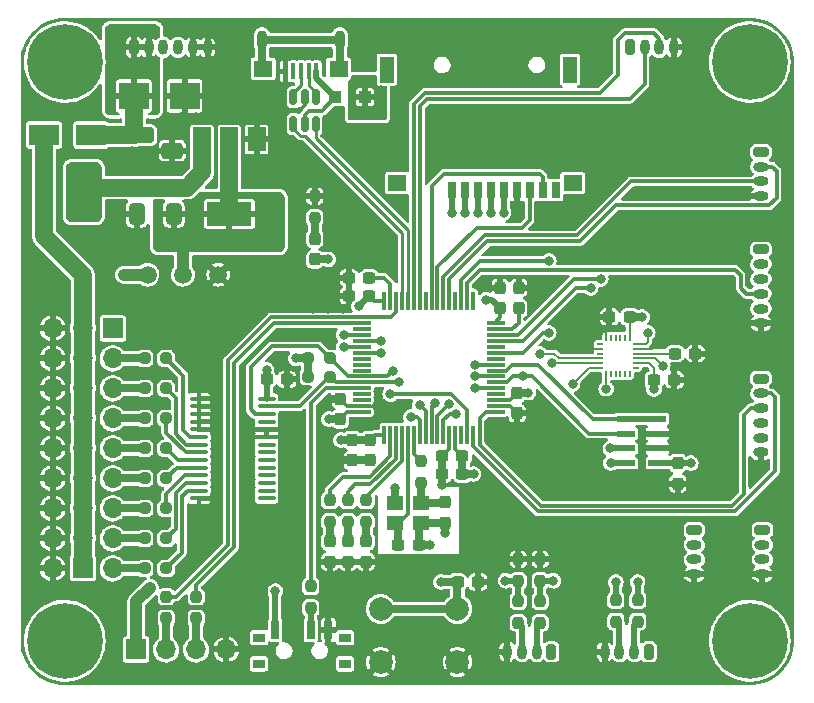
<source format=gbr>
%TF.GenerationSoftware,KiCad,Pcbnew,(6.0.6)*%
%TF.CreationDate,2022-09-02T11:51:31+03:00*%
%TF.ProjectId,FC0,4643302e-6b69-4636-9164-5f7063625858,rev?*%
%TF.SameCoordinates,Original*%
%TF.FileFunction,Copper,L1,Top*%
%TF.FilePolarity,Positive*%
%FSLAX46Y46*%
G04 Gerber Fmt 4.6, Leading zero omitted, Abs format (unit mm)*
G04 Created by KiCad (PCBNEW (6.0.6)) date 2022-09-02 11:51:31*
%MOMM*%
%LPD*%
G01*
G04 APERTURE LIST*
G04 Aperture macros list*
%AMRoundRect*
0 Rectangle with rounded corners*
0 $1 Rounding radius*
0 $2 $3 $4 $5 $6 $7 $8 $9 X,Y pos of 4 corners*
0 Add a 4 corners polygon primitive as box body*
4,1,4,$2,$3,$4,$5,$6,$7,$8,$9,$2,$3,0*
0 Add four circle primitives for the rounded corners*
1,1,$1+$1,$2,$3*
1,1,$1+$1,$4,$5*
1,1,$1+$1,$6,$7*
1,1,$1+$1,$8,$9*
0 Add four rect primitives between the rounded corners*
20,1,$1+$1,$2,$3,$4,$5,0*
20,1,$1+$1,$4,$5,$6,$7,0*
20,1,$1+$1,$6,$7,$8,$9,0*
20,1,$1+$1,$8,$9,$2,$3,0*%
G04 Aperture macros list end*
%TA.AperFunction,SMDPad,CuDef*%
%ADD10RoundRect,0.100000X-0.637500X-0.100000X0.637500X-0.100000X0.637500X0.100000X-0.637500X0.100000X0*%
%TD*%
%TA.AperFunction,SMDPad,CuDef*%
%ADD11RoundRect,0.250000X0.412500X0.650000X-0.412500X0.650000X-0.412500X-0.650000X0.412500X-0.650000X0*%
%TD*%
%TA.AperFunction,SMDPad,CuDef*%
%ADD12RoundRect,0.150000X-0.150000X0.512500X-0.150000X-0.512500X0.150000X-0.512500X0.150000X0.512500X0*%
%TD*%
%TA.AperFunction,SMDPad,CuDef*%
%ADD13RoundRect,0.237500X-0.237500X0.300000X-0.237500X-0.300000X0.237500X-0.300000X0.237500X0.300000X0*%
%TD*%
%TA.AperFunction,SMDPad,CuDef*%
%ADD14RoundRect,0.237500X-0.237500X0.287500X-0.237500X-0.287500X0.237500X-0.287500X0.237500X0.287500X0*%
%TD*%
%TA.AperFunction,SMDPad,CuDef*%
%ADD15RoundRect,0.237500X-0.300000X-0.237500X0.300000X-0.237500X0.300000X0.237500X-0.300000X0.237500X0*%
%TD*%
%TA.AperFunction,SMDPad,CuDef*%
%ADD16C,1.500000*%
%TD*%
%TA.AperFunction,ComponentPad*%
%ADD17C,0.800000*%
%TD*%
%TA.AperFunction,ComponentPad*%
%ADD18C,6.400000*%
%TD*%
%TA.AperFunction,SMDPad,CuDef*%
%ADD19RoundRect,0.237500X0.237500X-0.250000X0.237500X0.250000X-0.237500X0.250000X-0.237500X-0.250000X0*%
%TD*%
%TA.AperFunction,ComponentPad*%
%ADD20C,2.000000*%
%TD*%
%TA.AperFunction,SMDPad,CuDef*%
%ADD21RoundRect,0.237500X0.237500X-0.287500X0.237500X0.287500X-0.237500X0.287500X-0.237500X-0.287500X0*%
%TD*%
%TA.AperFunction,SMDPad,CuDef*%
%ADD22RoundRect,0.237500X0.250000X0.237500X-0.250000X0.237500X-0.250000X-0.237500X0.250000X-0.237500X0*%
%TD*%
%TA.AperFunction,SMDPad,CuDef*%
%ADD23R,1.000000X1.000000*%
%TD*%
%TA.AperFunction,ComponentPad*%
%ADD24RoundRect,0.200000X0.200000X0.450000X-0.200000X0.450000X-0.200000X-0.450000X0.200000X-0.450000X0*%
%TD*%
%TA.AperFunction,ComponentPad*%
%ADD25O,0.800000X1.300000*%
%TD*%
%TA.AperFunction,SMDPad,CuDef*%
%ADD26RoundRect,0.250000X-1.450000X0.400000X-1.450000X-0.400000X1.450000X-0.400000X1.450000X0.400000X0*%
%TD*%
%TA.AperFunction,SMDPad,CuDef*%
%ADD27RoundRect,0.237500X0.237500X-0.300000X0.237500X0.300000X-0.237500X0.300000X-0.237500X-0.300000X0*%
%TD*%
%TA.AperFunction,ComponentPad*%
%ADD28RoundRect,0.200000X-0.450000X0.200000X-0.450000X-0.200000X0.450000X-0.200000X0.450000X0.200000X0*%
%TD*%
%TA.AperFunction,ComponentPad*%
%ADD29O,1.300000X0.800000*%
%TD*%
%TA.AperFunction,SMDPad,CuDef*%
%ADD30R,1.500000X0.550000*%
%TD*%
%TA.AperFunction,ComponentPad*%
%ADD31RoundRect,0.200000X-0.200000X-0.450000X0.200000X-0.450000X0.200000X0.450000X-0.200000X0.450000X0*%
%TD*%
%TA.AperFunction,SMDPad,CuDef*%
%ADD32R,2.500000X2.300000*%
%TD*%
%TA.AperFunction,ComponentPad*%
%ADD33R,1.700000X1.700000*%
%TD*%
%TA.AperFunction,ComponentPad*%
%ADD34O,1.700000X1.700000*%
%TD*%
%TA.AperFunction,SMDPad,CuDef*%
%ADD35RoundRect,0.237500X0.300000X0.237500X-0.300000X0.237500X-0.300000X-0.237500X0.300000X-0.237500X0*%
%TD*%
%TA.AperFunction,SMDPad,CuDef*%
%ADD36RoundRect,0.237500X-0.237500X0.250000X-0.237500X-0.250000X0.237500X-0.250000X0.237500X0.250000X0*%
%TD*%
%TA.AperFunction,SMDPad,CuDef*%
%ADD37R,1.000000X0.800000*%
%TD*%
%TA.AperFunction,SMDPad,CuDef*%
%ADD38R,0.700000X1.500000*%
%TD*%
%TA.AperFunction,SMDPad,CuDef*%
%ADD39R,0.400000X1.350000*%
%TD*%
%TA.AperFunction,SMDPad,CuDef*%
%ADD40R,1.600000X1.400000*%
%TD*%
%TA.AperFunction,ComponentPad*%
%ADD41O,0.900000X1.600000*%
%TD*%
%TA.AperFunction,SMDPad,CuDef*%
%ADD42RoundRect,0.050000X0.050000X-0.225000X0.050000X0.225000X-0.050000X0.225000X-0.050000X-0.225000X0*%
%TD*%
%TA.AperFunction,SMDPad,CuDef*%
%ADD43RoundRect,0.050000X0.225000X0.050000X-0.225000X0.050000X-0.225000X-0.050000X0.225000X-0.050000X0*%
%TD*%
%TA.AperFunction,SMDPad,CuDef*%
%ADD44RoundRect,0.075000X0.075000X-0.700000X0.075000X0.700000X-0.075000X0.700000X-0.075000X-0.700000X0*%
%TD*%
%TA.AperFunction,SMDPad,CuDef*%
%ADD45RoundRect,0.075000X0.700000X-0.075000X0.700000X0.075000X-0.700000X0.075000X-0.700000X-0.075000X0*%
%TD*%
%TA.AperFunction,SMDPad,CuDef*%
%ADD46R,2.500000X1.800000*%
%TD*%
%TA.AperFunction,SMDPad,CuDef*%
%ADD47RoundRect,0.250000X0.650000X-0.412500X0.650000X0.412500X-0.650000X0.412500X-0.650000X-0.412500X0*%
%TD*%
%TA.AperFunction,SMDPad,CuDef*%
%ADD48R,1.400000X1.200000*%
%TD*%
%TA.AperFunction,SMDPad,CuDef*%
%ADD49R,0.700000X1.400000*%
%TD*%
%TA.AperFunction,SMDPad,CuDef*%
%ADD50R,1.200000X2.200000*%
%TD*%
%TA.AperFunction,SMDPad,CuDef*%
%ADD51R,1.500000X2.000000*%
%TD*%
%TA.AperFunction,SMDPad,CuDef*%
%ADD52R,3.800000X2.000000*%
%TD*%
%TA.AperFunction,ViaPad*%
%ADD53C,0.800000*%
%TD*%
%TA.AperFunction,Conductor*%
%ADD54C,0.700000*%
%TD*%
%TA.AperFunction,Conductor*%
%ADD55C,0.200000*%
%TD*%
%TA.AperFunction,Conductor*%
%ADD56C,0.300000*%
%TD*%
%TA.AperFunction,Conductor*%
%ADD57C,0.500000*%
%TD*%
%TA.AperFunction,Conductor*%
%ADD58C,1.000000*%
%TD*%
%TA.AperFunction,Conductor*%
%ADD59C,1.500000*%
%TD*%
%TA.AperFunction,Conductor*%
%ADD60C,0.250000*%
%TD*%
G04 APERTURE END LIST*
D10*
%TO.P,U1,1,A0*%
%TO.N,GND*%
X111356500Y-128490000D03*
%TO.P,U1,2,A1*%
X111356500Y-129140000D03*
%TO.P,U1,3,A2*%
X111356500Y-129790000D03*
%TO.P,U1,4,A3*%
X111356500Y-130440000D03*
%TO.P,U1,5,A4*%
X111356500Y-131090000D03*
%TO.P,U1,6,LED0*%
%TO.N,Net-(R1-Pad1)*%
X111356500Y-131740000D03*
%TO.P,U1,7,LED1*%
%TO.N,Net-(R2-Pad1)*%
X111356500Y-132390000D03*
%TO.P,U1,8,LED2*%
%TO.N,Net-(R3-Pad1)*%
X111356500Y-133040000D03*
%TO.P,U1,9,LED3*%
%TO.N,Net-(R4-Pad1)*%
X111356500Y-133690000D03*
%TO.P,U1,10,LED4*%
%TO.N,Net-(R5-Pad1)*%
X111356500Y-134340000D03*
%TO.P,U1,11,LED5*%
%TO.N,Net-(R6-Pad1)*%
X111356500Y-134990000D03*
%TO.P,U1,12,LED6*%
%TO.N,Net-(R7-Pad1)*%
X111356500Y-135640000D03*
%TO.P,U1,13,LED7*%
%TO.N,Net-(R8-Pad1)*%
X111356500Y-136290000D03*
%TO.P,U1,14,VSS*%
%TO.N,GND*%
X111356500Y-136940000D03*
%TO.P,U1,15,LED8*%
%TO.N,unconnected-(U1-Pad15)*%
X117081500Y-136940000D03*
%TO.P,U1,16,LED9*%
%TO.N,unconnected-(U1-Pad16)*%
X117081500Y-136290000D03*
%TO.P,U1,17,LED10*%
%TO.N,unconnected-(U1-Pad17)*%
X117081500Y-135640000D03*
%TO.P,U1,18,LED11*%
%TO.N,unconnected-(U1-Pad18)*%
X117081500Y-134990000D03*
%TO.P,U1,19,LED12*%
%TO.N,unconnected-(U1-Pad19)*%
X117081500Y-134340000D03*
%TO.P,U1,20,LED13*%
%TO.N,unconnected-(U1-Pad20)*%
X117081500Y-133690000D03*
%TO.P,U1,21,LED14*%
%TO.N,unconnected-(U1-Pad21)*%
X117081500Y-133040000D03*
%TO.P,U1,22,LED15*%
%TO.N,unconnected-(U1-Pad22)*%
X117081500Y-132390000D03*
%TO.P,U1,23,~{OE}*%
%TO.N,GND*%
X117081500Y-131740000D03*
%TO.P,U1,24,A5*%
X117081500Y-131090000D03*
%TO.P,U1,25,EXTCLK*%
%TO.N,unconnected-(U1-Pad25)*%
X117081500Y-130440000D03*
%TO.P,U1,26,SCL*%
%TO.N,I2C1_SCL*%
X117081500Y-129790000D03*
%TO.P,U1,27,SDA*%
%TO.N,I2C1_SDA*%
X117081500Y-129140000D03*
%TO.P,U1,28,VDD*%
%TO.N,+3V3*%
X117081500Y-128490000D03*
%TD*%
D11*
%TO.P,C20,1*%
%TO.N,+3V3*%
X109220000Y-112853000D03*
%TO.P,C20,2*%
%TO.N,GND*%
X106095000Y-112853000D03*
%TD*%
D12*
%TO.P,U6,1,I/O1*%
%TO.N,USB_CONN_D-*%
X121260000Y-102970000D03*
%TO.P,U6,2,GND*%
%TO.N,GND*%
X120310000Y-102970000D03*
%TO.P,U6,3,I/O2*%
%TO.N,USB_CONN_D+*%
X119360000Y-102970000D03*
%TO.P,U6,4,I/O2*%
%TO.N,USB_D+*%
X119360000Y-105245000D03*
%TO.P,U6,5,VBUS*%
%TO.N,5V_USB_INPUT*%
X120310000Y-105245000D03*
%TO.P,U6,6,I/O1*%
%TO.N,USB_D-*%
X121260000Y-105245000D03*
%TD*%
D13*
%TO.P,C5,1*%
%TO.N,+3V3*%
X151892000Y-133955000D03*
%TO.P,C5,2*%
%TO.N,GND*%
X151892000Y-135680000D03*
%TD*%
D14*
%TO.P,D7,1,K*%
%TO.N,Net-(D7-Pad1)*%
X121158000Y-114949000D03*
%TO.P,D7,2,A*%
%TO.N,+3V3*%
X121158000Y-116699000D03*
%TD*%
D15*
%TO.P,C4,1*%
%TO.N,Net-(C4-Pad1)*%
X151662000Y-124676000D03*
%TO.P,C4,2*%
%TO.N,GND*%
X153387000Y-124676000D03*
%TD*%
D16*
%TO.P,TP2,1,1*%
%TO.N,+3V3*%
X110000000Y-118000000D03*
%TD*%
D15*
%TO.P,C15,1*%
%TO.N,HSE_IN_MCU*%
X128222500Y-140888000D03*
%TO.P,C15,2*%
%TO.N,GND*%
X129947500Y-140888000D03*
%TD*%
D17*
%TO.P,H1,1*%
%TO.N,N/C*%
X160400000Y-149000000D03*
X159697056Y-150697056D03*
X155600000Y-149000000D03*
X158000000Y-146600000D03*
X159697056Y-147302944D03*
X158000000Y-151400000D03*
X156302944Y-150697056D03*
D18*
X158000000Y-149000000D03*
D17*
X156302944Y-147302944D03*
%TD*%
D19*
%TO.P,R18,1*%
%TO.N,Net-(J3-Pad3)*%
X138404000Y-147470250D03*
%TO.P,R18,2*%
%TO.N,ADC1_10*%
X138404000Y-145645250D03*
%TD*%
D20*
%TO.P,SW1,1,1*%
%TO.N,GND*%
X126746000Y-150804000D03*
X133246000Y-150804000D03*
%TO.P,SW1,2,2*%
%TO.N,RESET_MCU*%
X126746000Y-146304000D03*
X133246000Y-146304000D03*
%TD*%
D21*
%TO.P,D2,1,K*%
%TO.N,GND*%
X123973000Y-142315500D03*
%TO.P,D2,2,A*%
%TO.N,Net-(D2-Pad2)*%
X123973000Y-140565500D03*
%TD*%
D22*
%TO.P,R7,1*%
%TO.N,Net-(R7-Pad1)*%
X108581500Y-140335000D03*
%TO.P,R7,2*%
%TO.N,PWM_6*%
X106756500Y-140335000D03*
%TD*%
D23*
%TO.P,D4,1,K*%
%TO.N,5V_CONN_INPUT*%
X125411000Y-102972000D03*
%TO.P,D4,2,A*%
%TO.N,5V_USB_INPUT*%
X122911000Y-102972000D03*
%TD*%
D24*
%TO.P,J4,1,Pin_1*%
%TO.N,+5V*%
X149449000Y-149918000D03*
D25*
%TO.P,J4,2,Pin_2*%
%TO.N,Net-(J4-Pad2)*%
X148199000Y-149918000D03*
%TO.P,J4,3,Pin_3*%
%TO.N,Net-(J4-Pad3)*%
X146949000Y-149918000D03*
%TO.P,J4,4,Pin_4*%
%TO.N,GND*%
X145699000Y-149918000D03*
%TD*%
D19*
%TO.P,R17,1*%
%TO.N,Net-(J3-Pad2)*%
X140254000Y-147470250D03*
%TO.P,R17,2*%
%TO.N,ADC1_11*%
X140254000Y-145645250D03*
%TD*%
D22*
%TO.P,R6,1*%
%TO.N,Net-(R6-Pad1)*%
X108581500Y-137795000D03*
%TO.P,R6,2*%
%TO.N,PWM_5*%
X106756500Y-137795000D03*
%TD*%
D24*
%TO.P,J3,1,Pin_1*%
%TO.N,+5V*%
X141204000Y-149917750D03*
D25*
%TO.P,J3,2,Pin_2*%
%TO.N,Net-(J3-Pad2)*%
X139954000Y-149917750D03*
%TO.P,J3,3,Pin_3*%
%TO.N,Net-(J3-Pad3)*%
X138704000Y-149917750D03*
%TO.P,J3,4,Pin_4*%
%TO.N,GND*%
X137454000Y-149917750D03*
%TD*%
D26*
%TO.P,F1,1*%
%TO.N,5V_CONN_INPUT*%
X105841000Y-106172000D03*
%TO.P,F1,2*%
%TO.N,+5V*%
X105841000Y-110622000D03*
%TD*%
D27*
%TO.P,C17,1*%
%TO.N,VCAP1_MCU*%
X138423000Y-120839800D03*
%TO.P,C17,2*%
%TO.N,GND*%
X138423000Y-119114800D03*
%TD*%
D28*
%TO.P,J12,1,Pin_1*%
%TO.N,+5V*%
X153294000Y-139603000D03*
D29*
%TO.P,J12,2,Pin_2*%
%TO.N,I2C1_SCL*%
X153294000Y-140853000D03*
%TO.P,J12,3,Pin_3*%
%TO.N,I2C1_SDA*%
X153294000Y-142103000D03*
%TO.P,J12,4,Pin_4*%
%TO.N,GND*%
X153294000Y-143353000D03*
%TD*%
D30*
%TO.P,U3,1,VDD*%
%TO.N,+3V3*%
X150169000Y-133955000D03*
%TO.P,U3,2,PS*%
%TO.N,GND*%
X150169000Y-132705000D03*
%TO.P,U3,3,GND*%
X150169000Y-131455000D03*
%TO.P,U3,4,CSB*%
%TO.N,SPI1_CS0*%
X150169000Y-130205000D03*
%TO.P,U3,5,CSB*%
X147519000Y-130205000D03*
%TO.P,U3,6,SDO*%
%TO.N,SPI1_MISO*%
X147519000Y-131455000D03*
%TO.P,U3,7,SDI/SDA*%
%TO.N,SPI1_MOSI*%
X147519000Y-132705000D03*
%TO.P,U3,8,SCLK*%
%TO.N,SPI1_SCK*%
X147519000Y-133955000D03*
%TD*%
D28*
%TO.P,J11,1,Pin_1*%
%TO.N,+5V*%
X159062000Y-139603000D03*
D29*
%TO.P,J11,2,Pin_2*%
%TO.N,I2C1_SCL*%
X159062000Y-140853000D03*
%TO.P,J11,3,Pin_3*%
%TO.N,I2C1_SDA*%
X159062000Y-142103000D03*
%TO.P,J11,4,Pin_4*%
%TO.N,GND*%
X159062000Y-143353000D03*
%TD*%
D22*
%TO.P,R3,1*%
%TO.N,Net-(R3-Pad1)*%
X108581500Y-130175000D03*
%TO.P,R3,2*%
%TO.N,PWM_2*%
X106756500Y-130175000D03*
%TD*%
D19*
%TO.P,R21,1*%
%TO.N,ADC1_11*%
X140254000Y-143914250D03*
%TO.P,R21,2*%
%TO.N,GND*%
X140254000Y-142089250D03*
%TD*%
D28*
%TO.P,J7,1,Pin_1*%
%TO.N,+5V*%
X158935000Y-115864000D03*
D29*
%TO.P,J7,2,Pin_2*%
%TO.N,UART3_TX*%
X158935000Y-117114000D03*
%TO.P,J7,3,Pin_3*%
%TO.N,UART3_RX*%
X158935000Y-118364000D03*
%TO.P,J7,4,Pin_4*%
%TO.N,UART3_CTS*%
X158935000Y-119614000D03*
%TO.P,J7,5,Pin_5*%
%TO.N,UART3_RTS*%
X158935000Y-120864000D03*
%TO.P,J7,6,Pin_6*%
%TO.N,GND*%
X158935000Y-122114000D03*
%TD*%
D31*
%TO.P,J9,1,Pin_1*%
%TO.N,+5V*%
X147848000Y-98748000D03*
D25*
%TO.P,J9,2,Pin_2*%
%TO.N,UART1_TX*%
X149098000Y-98748000D03*
%TO.P,J9,3,Pin_3*%
%TO.N,UART1_RX*%
X150348000Y-98748000D03*
%TO.P,J9,4,Pin_4*%
%TO.N,GND*%
X151598000Y-98748000D03*
%TD*%
D15*
%TO.P,C14,1*%
%TO.N,RESET_MCU*%
X133249500Y-144018000D03*
%TO.P,C14,2*%
%TO.N,GND*%
X134974500Y-144018000D03*
%TD*%
D16*
%TO.P,TP3,1,1*%
%TO.N,GND*%
X113000000Y-118000000D03*
%TD*%
D32*
%TO.P,D6,1,K*%
%TO.N,5V_CONN_INPUT*%
X105841000Y-102870000D03*
%TO.P,D6,2,A*%
%TO.N,GND*%
X110141000Y-102870000D03*
%TD*%
D33*
%TO.P,J6,1,Pin_1*%
%TO.N,PWM_5V*%
X101519000Y-142855000D03*
D34*
%TO.P,J6,2,Pin_2*%
%TO.N,GND*%
X98979000Y-142855000D03*
%TO.P,J6,3,Pin_3*%
%TO.N,PWM_5V*%
X101519000Y-140315000D03*
%TO.P,J6,4,Pin_4*%
%TO.N,GND*%
X98979000Y-140315000D03*
%TO.P,J6,5,Pin_5*%
%TO.N,PWM_5V*%
X101519000Y-137775000D03*
%TO.P,J6,6,Pin_6*%
%TO.N,GND*%
X98979000Y-137775000D03*
%TO.P,J6,7,Pin_7*%
%TO.N,PWM_5V*%
X101519000Y-135235000D03*
%TO.P,J6,8,Pin_8*%
%TO.N,GND*%
X98979000Y-135235000D03*
%TO.P,J6,9,Pin_9*%
%TO.N,PWM_5V*%
X101519000Y-132695000D03*
%TO.P,J6,10,Pin_10*%
%TO.N,GND*%
X98979000Y-132695000D03*
%TO.P,J6,11,Pin_11*%
%TO.N,PWM_5V*%
X101519000Y-130155000D03*
%TO.P,J6,12,Pin_12*%
%TO.N,GND*%
X98979000Y-130155000D03*
%TO.P,J6,13,Pin_13*%
%TO.N,PWM_5V*%
X101519000Y-127615000D03*
%TO.P,J6,14,Pin_14*%
%TO.N,GND*%
X98979000Y-127615000D03*
%TO.P,J6,15,Pin_15*%
%TO.N,PWM_5V*%
X101519000Y-125075000D03*
%TO.P,J6,16,Pin_16*%
%TO.N,GND*%
X98979000Y-125075000D03*
%TO.P,J6,17,Pin_17*%
%TO.N,PWM_5V*%
X101519000Y-122535000D03*
%TO.P,J6,18,Pin_18*%
%TO.N,GND*%
X98979000Y-122535000D03*
%TD*%
D35*
%TO.P,C3,1*%
%TO.N,+3V3*%
X147836000Y-121574000D03*
%TO.P,C3,2*%
%TO.N,GND*%
X146111000Y-121574000D03*
%TD*%
D19*
%TO.P,R22,1*%
%TO.N,ADC1_10*%
X138404000Y-143914250D03*
%TO.P,R22,2*%
%TO.N,GND*%
X138404000Y-142089250D03*
%TD*%
D36*
%TO.P,R25,1*%
%TO.N,SWCLK*%
X111125000Y-145264500D03*
%TO.P,R25,2*%
%TO.N,Net-(J13-Pad3)*%
X111125000Y-147089500D03*
%TD*%
D15*
%TO.P,C13,1*%
%TO.N,GND*%
X131940500Y-134886000D03*
%TO.P,C13,2*%
%TO.N,+3V3*%
X133665500Y-134886000D03*
%TD*%
D37*
%TO.P,SW2,*%
%TO.N,*%
X116423000Y-148732000D03*
X123723000Y-148732000D03*
X123723000Y-150942000D03*
X116423000Y-150942000D03*
D38*
%TO.P,SW2,1,A*%
%TO.N,+3V3*%
X117823000Y-148082000D03*
%TO.P,SW2,2,B*%
%TO.N,Net-(R9-Pad2)*%
X120823000Y-148082000D03*
%TO.P,SW2,3,C*%
%TO.N,GND*%
X122323000Y-148082000D03*
%TD*%
D27*
%TO.P,C8,1*%
%TO.N,GND*%
X138296000Y-129731500D03*
%TO.P,C8,2*%
%TO.N,+3V3*%
X138296000Y-128006500D03*
%TD*%
D13*
%TO.P,C16,1*%
%TO.N,Net-(C16-Pad1)*%
X132206000Y-137285500D03*
%TO.P,C16,2*%
%TO.N,GND*%
X132206000Y-139010500D03*
%TD*%
D36*
%TO.P,R13,1*%
%TO.N,LED0*%
X122449000Y-137108500D03*
%TO.P,R13,2*%
%TO.N,Net-(D1-Pad2)*%
X122449000Y-138933500D03*
%TD*%
D35*
%TO.P,C18,1*%
%TO.N,VCAP2_MCU*%
X125773500Y-118249000D03*
%TO.P,C18,2*%
%TO.N,GND*%
X124048500Y-118249000D03*
%TD*%
D39*
%TO.P,J14,1,VBUS*%
%TO.N,5V_USB_INPUT*%
X121285000Y-100791000D03*
%TO.P,J14,2,D-*%
%TO.N,USB_CONN_D-*%
X120635000Y-100791000D03*
%TO.P,J14,3,D+*%
%TO.N,USB_CONN_D+*%
X119985000Y-100791000D03*
%TO.P,J14,4,ID*%
%TO.N,unconnected-(J14-Pad4)*%
X119335000Y-100791000D03*
%TO.P,J14,5,GND*%
%TO.N,GND*%
X118685000Y-100791000D03*
D40*
%TO.P,J14,6,Shield*%
%TO.N,unconnected-(J14-Pad6)*%
X123185000Y-100566000D03*
D41*
X123285000Y-98116000D03*
D40*
X116785000Y-100566000D03*
D41*
X116685000Y-98116000D03*
%TD*%
D17*
%TO.P,H2,1*%
%TO.N,N/C*%
X101697056Y-98302944D03*
X100000000Y-102400000D03*
X100000000Y-97600000D03*
X98302944Y-98302944D03*
X98302944Y-101697056D03*
D18*
X100000000Y-100000000D03*
D17*
X102400000Y-100000000D03*
X97600000Y-100000000D03*
X101697056Y-101697056D03*
%TD*%
D16*
%TO.P,TP1,1,1*%
%TO.N,+5V*%
X107000000Y-118000000D03*
%TD*%
D22*
%TO.P,R4,1*%
%TO.N,Net-(R4-Pad1)*%
X108581500Y-132715000D03*
%TO.P,R4,2*%
%TO.N,PWM_3*%
X106756500Y-132715000D03*
%TD*%
D35*
%TO.P,C1,1*%
%TO.N,GND*%
X118806500Y-126873000D03*
%TO.P,C1,2*%
%TO.N,+3V3*%
X117081500Y-126873000D03*
%TD*%
D42*
%TO.P,U2,1,RESV_VDDIO*%
%TO.N,+3V3*%
X145836000Y-126376000D03*
%TO.P,U2,2*%
%TO.N,N/C*%
X146236000Y-126376000D03*
%TO.P,U2,3*%
X146636000Y-126376000D03*
%TO.P,U2,4*%
X147036000Y-126376000D03*
%TO.P,U2,5*%
X147436000Y-126376000D03*
%TO.P,U2,6*%
X147836000Y-126376000D03*
D43*
%TO.P,U2,7,AUX_SCL*%
%TO.N,unconnected-(U2-Pad7)*%
X148336000Y-125876000D03*
%TO.P,U2,8,VDDIO*%
%TO.N,+3V3*%
X148336000Y-125476000D03*
%TO.P,U2,9,AD0/MISO*%
%TO.N,SPI1_MISO*%
X148336000Y-125076000D03*
%TO.P,U2,10,REGOUT*%
%TO.N,Net-(C4-Pad1)*%
X148336000Y-124676000D03*
%TO.P,U2,11,FSYNC*%
%TO.N,GND*%
X148336000Y-124276000D03*
%TO.P,U2,12,INT*%
%TO.N,IMU_INT*%
X148336000Y-123876000D03*
D42*
%TO.P,U2,13,VDD*%
%TO.N,+3V3*%
X147836000Y-123376000D03*
%TO.P,U2,14*%
%TO.N,N/C*%
X147436000Y-123376000D03*
%TO.P,U2,15*%
X147036000Y-123376000D03*
%TO.P,U2,16*%
X146636000Y-123376000D03*
%TO.P,U2,17*%
X146236000Y-123376000D03*
%TO.P,U2,18,GND*%
%TO.N,GND*%
X145836000Y-123376000D03*
D43*
%TO.P,U2,19*%
%TO.N,N/C*%
X145336000Y-123876000D03*
%TO.P,U2,20,RESV_GND*%
%TO.N,GND*%
X145336000Y-124276000D03*
%TO.P,U2,21,AUX_SDA*%
%TO.N,unconnected-(U2-Pad21)*%
X145336000Y-124676000D03*
%TO.P,U2,22,~{CS}*%
%TO.N,SPI1_CS1*%
X145336000Y-125076000D03*
%TO.P,U2,23,SCL/SCLK*%
%TO.N,SPI1_SCK*%
X145336000Y-125476000D03*
%TO.P,U2,24,SDA/MOSI*%
%TO.N,SPI1_MOSI*%
X145336000Y-125876000D03*
%TD*%
D28*
%TO.P,J8,1,Pin_1*%
%TO.N,+5V*%
X158935000Y-107599000D03*
D29*
%TO.P,J8,2,Pin_2*%
%TO.N,UART6_TX*%
X158935000Y-108849000D03*
%TO.P,J8,3,Pin_3*%
%TO.N,UART6_RX*%
X158935000Y-110099000D03*
%TO.P,J8,4,Pin_4*%
%TO.N,GND*%
X158935000Y-111349000D03*
%TD*%
D22*
%TO.P,R11,1*%
%TO.N,I2C1_SDA*%
X122442000Y-126633000D03*
%TO.P,R11,2*%
%TO.N,+3V3*%
X120617000Y-126633000D03*
%TD*%
D19*
%TO.P,R20,1*%
%TO.N,Net-(J4-Pad3)*%
X146649000Y-147367000D03*
%TO.P,R20,2*%
%TO.N,ADC1_13*%
X146649000Y-145542000D03*
%TD*%
D13*
%TO.P,C9,1*%
%TO.N,GND*%
X136873600Y-119114800D03*
%TO.P,C9,2*%
%TO.N,+3V3*%
X136873600Y-120839800D03*
%TD*%
D44*
%TO.P,U4,1,VBAT*%
%TO.N,+3V3*%
X127053000Y-131544000D03*
%TO.P,U4,2,PC13*%
%TO.N,LED0*%
X127553000Y-131544000D03*
%TO.P,U4,3,PC14*%
%TO.N,LED1*%
X128053000Y-131544000D03*
%TO.P,U4,4,PC15*%
%TO.N,LED2*%
X128553000Y-131544000D03*
%TO.P,U4,5,PH0*%
%TO.N,HSE_IN_MCU*%
X129053000Y-131544000D03*
%TO.P,U4,6,PH1*%
%TO.N,HSE_OUT_MCU*%
X129553000Y-131544000D03*
%TO.P,U4,7,NRST*%
%TO.N,RESET_MCU*%
X130053000Y-131544000D03*
%TO.P,U4,8,PC0*%
%TO.N,ADC1_10*%
X130553000Y-131544000D03*
%TO.P,U4,9,PC1*%
%TO.N,ADC1_11*%
X131053000Y-131544000D03*
%TO.P,U4,10,PC2*%
%TO.N,ADC1_12*%
X131553000Y-131544000D03*
%TO.P,U4,11,PC3*%
%TO.N,ADC1_13*%
X132053000Y-131544000D03*
%TO.P,U4,12,VSSA*%
%TO.N,GND*%
X132553000Y-131544000D03*
%TO.P,U4,13,VDDA*%
%TO.N,+3V3*%
X133053000Y-131544000D03*
%TO.P,U4,14,PA0*%
%TO.N,UART4_TX*%
X133553000Y-131544000D03*
%TO.P,U4,15,PA1*%
%TO.N,UART4_RX*%
X134053000Y-131544000D03*
%TO.P,U4,16,PA2*%
%TO.N,UART2_TX*%
X134553000Y-131544000D03*
D45*
%TO.P,U4,17,PA3*%
%TO.N,UART2_RX*%
X136478000Y-129619000D03*
%TO.P,U4,18,VSS*%
%TO.N,GND*%
X136478000Y-129119000D03*
%TO.P,U4,19,VDD*%
%TO.N,+3V3*%
X136478000Y-128619000D03*
%TO.P,U4,20,PA4*%
%TO.N,unconnected-(U4-Pad20)*%
X136478000Y-128119000D03*
%TO.P,U4,21,PA5*%
%TO.N,SPI1_SCK*%
X136478000Y-127619000D03*
%TO.P,U4,22,PA6*%
%TO.N,SPI1_MISO*%
X136478000Y-127119000D03*
%TO.P,U4,23,PA7*%
%TO.N,SPI1_MOSI*%
X136478000Y-126619000D03*
%TO.P,U4,24,PC4*%
%TO.N,SPI1_CS0*%
X136478000Y-126119000D03*
%TO.P,U4,25,PC5*%
%TO.N,SPI1_CS1*%
X136478000Y-125619000D03*
%TO.P,U4,26,PB0*%
%TO.N,unconnected-(U4-Pad26)*%
X136478000Y-125119000D03*
%TO.P,U4,27,PB1*%
%TO.N,IMU_INT*%
X136478000Y-124619000D03*
%TO.P,U4,28,PB2*%
%TO.N,unconnected-(U4-Pad28)*%
X136478000Y-124119000D03*
%TO.P,U4,29,PB10*%
%TO.N,UART3_TX*%
X136478000Y-123619000D03*
%TO.P,U4,30,PB11*%
%TO.N,UART3_RX*%
X136478000Y-123119000D03*
%TO.P,U4,31,VCAP_1*%
%TO.N,VCAP1_MCU*%
X136478000Y-122619000D03*
%TO.P,U4,32,VDD*%
%TO.N,+3V3*%
X136478000Y-122119000D03*
D44*
%TO.P,U4,33,PB12*%
%TO.N,unconnected-(U4-Pad33)*%
X134553000Y-120194000D03*
%TO.P,U4,34,PB13*%
%TO.N,UART3_CTS*%
X134053000Y-120194000D03*
%TO.P,U4,35,PB14*%
%TO.N,UART3_RTS*%
X133553000Y-120194000D03*
%TO.P,U4,36,PB15*%
%TO.N,unconnected-(U4-Pad36)*%
X133053000Y-120194000D03*
%TO.P,U4,37,PC6*%
%TO.N,UART6_TX*%
X132553000Y-120194000D03*
%TO.P,U4,38,PC7*%
%TO.N,UART6_RX*%
X132053000Y-120194000D03*
%TO.P,U4,39,PC8*%
%TO.N,SDIO_D0*%
X131553000Y-120194000D03*
%TO.P,U4,40,PC9*%
%TO.N,SDIO_D1*%
X131053000Y-120194000D03*
%TO.P,U4,41,PA8*%
%TO.N,unconnected-(U4-Pad41)*%
X130553000Y-120194000D03*
%TO.P,U4,42,PA9*%
%TO.N,UART1_TX*%
X130053000Y-120194000D03*
%TO.P,U4,43,PA10*%
%TO.N,UART1_RX*%
X129553000Y-120194000D03*
%TO.P,U4,44,PA11*%
%TO.N,USB_D-*%
X129053000Y-120194000D03*
%TO.P,U4,45,PA12*%
%TO.N,USB_D+*%
X128553000Y-120194000D03*
%TO.P,U4,46,PA13*%
%TO.N,SWDIO*%
X128053000Y-120194000D03*
%TO.P,U4,47,VCAP_2*%
%TO.N,VCAP2_MCU*%
X127553000Y-120194000D03*
%TO.P,U4,48,VDD*%
%TO.N,+3V3*%
X127053000Y-120194000D03*
D45*
%TO.P,U4,49,PA14*%
%TO.N,SWCLK*%
X125128000Y-122119000D03*
%TO.P,U4,50,PA15*%
%TO.N,unconnected-(U4-Pad50)*%
X125128000Y-122619000D03*
%TO.P,U4,51,PC10*%
%TO.N,SDIO_D2*%
X125128000Y-123119000D03*
%TO.P,U4,52,PC11*%
%TO.N,SDIO_D3*%
X125128000Y-123619000D03*
%TO.P,U4,53,PC12*%
%TO.N,SDIO_CK*%
X125128000Y-124119000D03*
%TO.P,U4,54,PD2*%
%TO.N,SDIO_CMD*%
X125128000Y-124619000D03*
%TO.P,U4,55,PB3*%
%TO.N,unconnected-(U4-Pad55)*%
X125128000Y-125119000D03*
%TO.P,U4,56,PB4*%
%TO.N,unconnected-(U4-Pad56)*%
X125128000Y-125619000D03*
%TO.P,U4,57,PB5*%
%TO.N,unconnected-(U4-Pad57)*%
X125128000Y-126119000D03*
%TO.P,U4,58,PB6*%
%TO.N,I2C1_SCL*%
X125128000Y-126619000D03*
%TO.P,U4,59,PB7*%
%TO.N,I2C1_SDA*%
X125128000Y-127119000D03*
%TO.P,U4,60,BOOT0*%
%TO.N,BOOT0_MCU*%
X125128000Y-127619000D03*
%TO.P,U4,61,PB8*%
%TO.N,unconnected-(U4-Pad61)*%
X125128000Y-128119000D03*
%TO.P,U4,62,PB9*%
%TO.N,unconnected-(U4-Pad62)*%
X125128000Y-128619000D03*
%TO.P,U4,63,VSS*%
%TO.N,GND*%
X125128000Y-129119000D03*
%TO.P,U4,64,VDD*%
%TO.N,+3V3*%
X125128000Y-129619000D03*
%TD*%
D36*
%TO.P,R9,1*%
%TO.N,BOOT0_MCU*%
X120823000Y-144399000D03*
%TO.P,R9,2*%
%TO.N,Net-(R9-Pad2)*%
X120823000Y-146224000D03*
%TD*%
D22*
%TO.P,R8,1*%
%TO.N,Net-(R8-Pad1)*%
X108581500Y-142875000D03*
%TO.P,R8,2*%
%TO.N,PWM_7*%
X106756500Y-142875000D03*
%TD*%
D27*
%TO.P,C7,1*%
%TO.N,GND*%
X125850000Y-133716500D03*
%TO.P,C7,2*%
%TO.N,+3V3*%
X125850000Y-131991500D03*
%TD*%
D46*
%TO.P,D5,1,K*%
%TO.N,PWM_5V*%
X98235000Y-106172000D03*
%TO.P,D5,2,A*%
%TO.N,5V_CONN_INPUT*%
X102235000Y-106172000D03*
%TD*%
D36*
%TO.P,R14,1*%
%TO.N,LED1*%
X123973000Y-137108500D03*
%TO.P,R14,2*%
%TO.N,Net-(D2-Pad2)*%
X123973000Y-138933500D03*
%TD*%
D19*
%TO.P,R19,1*%
%TO.N,Net-(J4-Pad2)*%
X148499000Y-147367000D03*
%TO.P,R19,2*%
%TO.N,ADC1_12*%
X148499000Y-145542000D03*
%TD*%
D18*
%TO.P,H4,1*%
%TO.N,N/C*%
X100000000Y-149000000D03*
D17*
X100000000Y-151400000D03*
X102400000Y-149000000D03*
X101697056Y-150697056D03*
X98302944Y-150697056D03*
X101697056Y-147302944D03*
X97600000Y-149000000D03*
X100000000Y-146600000D03*
X98302944Y-147302944D03*
%TD*%
D27*
%TO.P,C6,1*%
%TO.N,GND*%
X124326000Y-133716500D03*
%TO.P,C6,2*%
%TO.N,+3V3*%
X124326000Y-131991500D03*
%TD*%
D22*
%TO.P,R12,1*%
%TO.N,I2C1_SCL*%
X122442000Y-125077000D03*
%TO.P,R12,2*%
%TO.N,+3V3*%
X120617000Y-125077000D03*
%TD*%
%TO.P,R1,1*%
%TO.N,Net-(R1-Pad1)*%
X108581500Y-125095000D03*
%TO.P,R1,2*%
%TO.N,PWM_0*%
X106756500Y-125095000D03*
%TD*%
D28*
%TO.P,J10,1,Pin_1*%
%TO.N,+5V*%
X158935000Y-126796000D03*
D29*
%TO.P,J10,2,Pin_2*%
%TO.N,UART2_TX*%
X158935000Y-128046000D03*
%TO.P,J10,3,Pin_3*%
%TO.N,UART2_RX*%
X158935000Y-129296000D03*
%TO.P,J10,4,Pin_4*%
%TO.N,unconnected-(J10-Pad4)*%
X158935000Y-130546000D03*
%TO.P,J10,5,Pin_5*%
%TO.N,unconnected-(J10-Pad5)*%
X158935000Y-131796000D03*
%TO.P,J10,6,Pin_6*%
%TO.N,GND*%
X158935000Y-133046000D03*
%TD*%
D33*
%TO.P,J13,1,Pin_1*%
%TO.N,+3V3*%
X106045000Y-149733000D03*
D34*
%TO.P,J13,2,Pin_2*%
%TO.N,Net-(J13-Pad2)*%
X108585000Y-149733000D03*
%TO.P,J13,3,Pin_3*%
%TO.N,Net-(J13-Pad3)*%
X111125000Y-149733000D03*
%TO.P,J13,4,Pin_4*%
%TO.N,GND*%
X113665000Y-149733000D03*
%TD*%
D21*
%TO.P,D1,1,K*%
%TO.N,GND*%
X122449000Y-142315500D03*
%TO.P,D1,2,A*%
%TO.N,Net-(D1-Pad2)*%
X122449000Y-140565500D03*
%TD*%
D47*
%TO.P,C19,1*%
%TO.N,+5V*%
X109093000Y-110622000D03*
%TO.P,C19,2*%
%TO.N,GND*%
X109093000Y-107497000D03*
%TD*%
D36*
%TO.P,R15,1*%
%TO.N,LED2*%
X125497000Y-137108500D03*
%TO.P,R15,2*%
%TO.N,Net-(D3-Pad2)*%
X125497000Y-138933500D03*
%TD*%
D13*
%TO.P,C11,1*%
%TO.N,GND*%
X123310000Y-128506500D03*
%TO.P,C11,2*%
%TO.N,+3V3*%
X123310000Y-130231500D03*
%TD*%
D31*
%TO.P,J2,1,Pin_1*%
%TO.N,5V_CONN_INPUT*%
X105841000Y-98748000D03*
D25*
%TO.P,J2,2,Pin_2*%
X107091000Y-98748000D03*
%TO.P,J2,3,Pin_3*%
%TO.N,unconnected-(J2-Pad3)*%
X108341000Y-98748000D03*
%TO.P,J2,4,Pin_4*%
%TO.N,unconnected-(J2-Pad4)*%
X109591000Y-98748000D03*
%TO.P,J2,5,Pin_5*%
%TO.N,GND*%
X110841000Y-98748000D03*
%TO.P,J2,6,Pin_6*%
X112091000Y-98748000D03*
%TD*%
D33*
%TO.P,J5,1,Pin_1*%
%TO.N,UART4_RX*%
X104059000Y-122555000D03*
D34*
%TO.P,J5,2,Pin_2*%
%TO.N,PWM_0*%
X104059000Y-125095000D03*
%TO.P,J5,3,Pin_3*%
%TO.N,PWM_1*%
X104059000Y-127635000D03*
%TO.P,J5,4,Pin_4*%
%TO.N,PWM_2*%
X104059000Y-130175000D03*
%TO.P,J5,5,Pin_5*%
%TO.N,PWM_3*%
X104059000Y-132715000D03*
%TO.P,J5,6,Pin_6*%
%TO.N,PWM_4*%
X104059000Y-135255000D03*
%TO.P,J5,7,Pin_7*%
%TO.N,PWM_5*%
X104059000Y-137795000D03*
%TO.P,J5,8,Pin_8*%
%TO.N,PWM_6*%
X104059000Y-140335000D03*
%TO.P,J5,9,Pin_9*%
%TO.N,PWM_7*%
X104059000Y-142875000D03*
%TD*%
D17*
%TO.P,H3,1*%
%TO.N,N/C*%
X160400000Y-100000000D03*
X155600000Y-100000000D03*
X159697056Y-98302944D03*
X156302944Y-101697056D03*
X158000000Y-97600000D03*
X156302944Y-98302944D03*
X158000000Y-102400000D03*
X159697056Y-101697056D03*
D18*
X158000000Y-100000000D03*
%TD*%
D36*
%TO.P,R10,1*%
%TO.N,HSE_OUT_MCU*%
X130185000Y-133806500D03*
%TO.P,R10,2*%
%TO.N,Net-(C16-Pad1)*%
X130185000Y-135631500D03*
%TD*%
D48*
%TO.P,Y1,1,1*%
%TO.N,HSE_IN_MCU*%
X127985000Y-138998000D03*
%TO.P,Y1,2,2*%
%TO.N,GND*%
X130185000Y-138998000D03*
%TO.P,Y1,3,3*%
%TO.N,Net-(C16-Pad1)*%
X130185000Y-137298000D03*
%TO.P,Y1,4,4*%
%TO.N,GND*%
X127985000Y-137298000D03*
%TD*%
D15*
%TO.P,C10,1*%
%TO.N,GND*%
X124048500Y-119773000D03*
%TO.P,C10,2*%
%TO.N,+3V3*%
X125773500Y-119773000D03*
%TD*%
D21*
%TO.P,D3,1,K*%
%TO.N,GND*%
X125497000Y-142315500D03*
%TO.P,D3,2,A*%
%TO.N,Net-(D3-Pad2)*%
X125497000Y-140565500D03*
%TD*%
D49*
%TO.P,J1,1,DAT2*%
%TO.N,SDIO_D2*%
X132754000Y-110836000D03*
%TO.P,J1,2,DAT3/CD*%
%TO.N,SDIO_D3*%
X133854000Y-110836000D03*
%TO.P,J1,3,CMD*%
%TO.N,SDIO_CMD*%
X134954000Y-110836000D03*
%TO.P,J1,4,VDD*%
%TO.N,+3V3*%
X136054000Y-110836000D03*
%TO.P,J1,5,CLK*%
%TO.N,SDIO_CK*%
X137154000Y-110836000D03*
%TO.P,J1,6,VSS*%
%TO.N,GND*%
X138254000Y-110836000D03*
%TO.P,J1,7,DAT0*%
%TO.N,SDIO_D0*%
X139354000Y-110836000D03*
%TO.P,J1,8,DAT1*%
%TO.N,SDIO_D1*%
X140454000Y-110836000D03*
%TO.P,J1,9,SHIELD*%
%TO.N,unconnected-(J1-Pad9)*%
X141554000Y-110836000D03*
D40*
%TO.P,J1,MP1*%
%TO.N,N/C*%
X143004000Y-110236000D03*
%TO.P,J1,MP2*%
X128154000Y-110236000D03*
D50*
%TO.P,J1,MP3*%
X142754000Y-100636000D03*
%TO.P,J1,MP4*%
X127254000Y-100636000D03*
%TD*%
D15*
%TO.P,C12,1*%
%TO.N,GND*%
X131940500Y-133362000D03*
%TO.P,C12,2*%
%TO.N,+3V3*%
X133665500Y-133362000D03*
%TD*%
D22*
%TO.P,R5,1*%
%TO.N,Net-(R5-Pad1)*%
X108581500Y-135255000D03*
%TO.P,R5,2*%
%TO.N,PWM_4*%
X106756500Y-135255000D03*
%TD*%
D15*
%TO.P,C2,1*%
%TO.N,+3V3*%
X149884000Y-126908000D03*
%TO.P,C2,2*%
%TO.N,GND*%
X151609000Y-126908000D03*
%TD*%
D22*
%TO.P,R2,1*%
%TO.N,Net-(R2-Pad1)*%
X108581500Y-127635000D03*
%TO.P,R2,2*%
%TO.N,PWM_1*%
X106756500Y-127635000D03*
%TD*%
D36*
%TO.P,R24,1*%
%TO.N,SWDIO*%
X108585000Y-145264500D03*
%TO.P,R24,2*%
%TO.N,Net-(J13-Pad2)*%
X108585000Y-147089500D03*
%TD*%
D51*
%TO.P,U5,1,GND*%
%TO.N,GND*%
X116233000Y-106553000D03*
%TO.P,U5,2,VO*%
%TO.N,+3V3*%
X113933000Y-106553000D03*
D52*
X113933000Y-112853000D03*
D51*
%TO.P,U5,3,VI*%
%TO.N,+5V*%
X111633000Y-106553000D03*
%TD*%
D19*
%TO.P,R16,1*%
%TO.N,Net-(D7-Pad1)*%
X121158000Y-113180500D03*
%TO.P,R16,2*%
%TO.N,GND*%
X121158000Y-111355500D03*
%TD*%
D53*
%TO.N,GND*%
X105867200Y-119253000D03*
X133223000Y-142748000D03*
X150368000Y-135763000D03*
X111506000Y-116840000D03*
X121031000Y-120869500D03*
X112903000Y-127990600D03*
X125984000Y-116967000D03*
X110109000Y-143002000D03*
X115316000Y-135926284D03*
X112903000Y-131749800D03*
X119253000Y-134093856D03*
X105664000Y-107569000D03*
X122347000Y-128506500D03*
X115062000Y-144653000D03*
X154559000Y-126746000D03*
X136652000Y-137160000D03*
X115316000Y-134093856D03*
X113411000Y-144653000D03*
X117856000Y-117094000D03*
X109093000Y-109093000D03*
X112903000Y-129870200D03*
X122428000Y-145034000D03*
X132206000Y-139872000D03*
X119253000Y-135926284D03*
X123370000Y-133703000D03*
X154559000Y-128549400D03*
X150876000Y-122047000D03*
X130917000Y-140888000D03*
X133858000Y-141732000D03*
X108458000Y-116840000D03*
X119634000Y-110907284D03*
X114096800Y-119253000D03*
X135001000Y-141732000D03*
X138254000Y-112776000D03*
X139319000Y-130937000D03*
X119253000Y-132261428D03*
X127985000Y-136073000D03*
X104140000Y-112395000D03*
X139954000Y-118618000D03*
X139065000Y-139573000D03*
X126746000Y-129667000D03*
X154559000Y-135763000D03*
X150138000Y-123860000D03*
X111252000Y-138557000D03*
X122809000Y-110871000D03*
X135509000Y-136017000D03*
X122301000Y-120869500D03*
X124714000Y-116967000D03*
X114808000Y-117094000D03*
X124587000Y-145034000D03*
X118364000Y-104140000D03*
X118872000Y-128270000D03*
X112903000Y-135509000D03*
X142621000Y-143002000D03*
X121920000Y-134493000D03*
X119253000Y-130429000D03*
X120396000Y-118110000D03*
X135382000Y-145669000D03*
X121920000Y-133096000D03*
X121920000Y-131699000D03*
X112903000Y-133629400D03*
X106807000Y-108966000D03*
X148653500Y-135763000D03*
X127127000Y-144018000D03*
X122809000Y-114499568D03*
X119634000Y-116295710D03*
X105029000Y-108712000D03*
X111252000Y-127127000D03*
X113411000Y-101600000D03*
X107061000Y-107569000D03*
X108610400Y-119253000D03*
X123952000Y-147193000D03*
X154559000Y-133959600D03*
X137795000Y-138303000D03*
X154559000Y-130352800D03*
X154559000Y-132156200D03*
X112903000Y-126111000D03*
X108712000Y-104648000D03*
X143510000Y-135763000D03*
X112395000Y-101600000D03*
X123571000Y-120869500D03*
X105410000Y-115443000D03*
X127127000Y-142367000D03*
X123444000Y-116967000D03*
X119634000Y-107315000D03*
X111125000Y-104648000D03*
X139954000Y-129100624D03*
X140208000Y-140716000D03*
X146939000Y-135763000D03*
X109855000Y-104648000D03*
X118283000Y-125476000D03*
X154813000Y-122047000D03*
X115062000Y-146685000D03*
X104140000Y-114300000D03*
X111379000Y-140716000D03*
X123528666Y-145034000D03*
X143129000Y-121539000D03*
X119634000Y-109111142D03*
X122301000Y-146431000D03*
X127889000Y-129667000D03*
X144296000Y-123860000D03*
X120396000Y-119761000D03*
X141478000Y-118618000D03*
X152844500Y-122047000D03*
X113411000Y-103759000D03*
X112395000Y-103759000D03*
X111353600Y-119253000D03*
X115316000Y-130429000D03*
X113411000Y-146685000D03*
X115316000Y-132261428D03*
X122809000Y-112703426D03*
X145224500Y-135763000D03*
X131940500Y-135800500D03*
X119634000Y-112703426D03*
X103124000Y-119253000D03*
X116840000Y-119253000D03*
X112776000Y-138557000D03*
X119634000Y-114499568D03*
X144526000Y-121539000D03*
X139954000Y-120142000D03*
%TO.N,+3V3*%
X117094000Y-112522000D03*
X124887627Y-120650744D03*
X118110000Y-112522000D03*
X118110000Y-114554000D03*
X119577000Y-125077000D03*
X107188000Y-144526000D03*
X134613000Y-134886000D03*
X107950000Y-114554000D03*
X117094000Y-113538000D03*
X109982000Y-115570000D03*
X117081500Y-126042500D03*
X112014000Y-114554000D03*
X123370000Y-131991500D03*
X113030000Y-114554000D03*
X112014000Y-115570000D03*
X108966000Y-114554000D03*
X136054000Y-112776000D03*
X139245000Y-127988000D03*
X149884000Y-127670000D03*
X110998000Y-115570000D03*
X153005000Y-133955000D03*
X116078000Y-115570000D03*
X114046000Y-114554000D03*
X117094000Y-111506000D03*
X148868000Y-121574000D03*
X118110000Y-111506000D03*
X117094000Y-115570000D03*
X122347000Y-130231500D03*
X117823000Y-144780000D03*
X122287000Y-116699000D03*
X110998000Y-114554000D03*
X115062000Y-114554000D03*
X114046000Y-115570000D03*
X116078000Y-114554000D03*
X118110000Y-115570000D03*
X108966000Y-115570000D03*
X135689000Y-120114000D03*
X115062000Y-115570000D03*
X113030000Y-115570000D03*
X109982000Y-114554000D03*
X145836000Y-127654000D03*
X107950000Y-115570000D03*
X118110000Y-113538000D03*
X117094000Y-114554000D03*
%TO.N,RESET_MCU*%
X131826000Y-144018000D03*
X129286000Y-130048000D03*
%TO.N,+5V*%
X101600000Y-113030000D03*
X100584000Y-108966000D03*
X102616000Y-110998000D03*
X105000000Y-118000000D03*
X101600000Y-108966000D03*
X102616000Y-109982000D03*
X101600000Y-110998000D03*
X100584000Y-109982000D03*
X101600000Y-112014000D03*
X100584000Y-113030000D03*
X102616000Y-112014000D03*
X102616000Y-108966000D03*
X100584000Y-110998000D03*
X100584000Y-112014000D03*
X102616000Y-113030000D03*
X101600000Y-109982000D03*
%TO.N,5V_CONN_INPUT*%
X126746000Y-104394000D03*
X126746000Y-102362000D03*
X125730000Y-101600000D03*
X124714000Y-104394000D03*
X126746000Y-103378000D03*
X125730000Y-104394000D03*
X106426000Y-100330000D03*
X107442000Y-100330000D03*
X124714000Y-101600000D03*
X105410000Y-100330000D03*
%TO.N,SDIO_D2*%
X132754000Y-112776000D03*
X123604000Y-123119000D03*
%TO.N,SDIO_D3*%
X133854000Y-112776000D03*
X126779000Y-123619000D03*
%TO.N,SDIO_CMD*%
X134954000Y-112776000D03*
X126779000Y-124619000D03*
%TO.N,SDIO_CK*%
X123604000Y-124119000D03*
X137154000Y-112776000D03*
%TO.N,UART4_RX*%
X127554000Y-128118503D03*
%TO.N,UART3_TX*%
X144526000Y-119126000D03*
%TO.N,UART3_RX*%
X145375500Y-118364000D03*
%TO.N,UART3_RTS*%
X140970000Y-116840000D03*
%TO.N,I2C1_SCL*%
X127762000Y-126171967D03*
%TO.N,I2C1_SDA*%
X128270000Y-127119000D03*
%TO.N,ADC1_11*%
X141374250Y-143914250D03*
X131318000Y-128868003D03*
%TO.N,ADC1_10*%
X137310250Y-143914250D03*
X130048000Y-129032000D03*
%TO.N,ADC1_12*%
X148499000Y-144018000D03*
X132502115Y-128990069D03*
%TO.N,ADC1_13*%
X133096000Y-129794000D03*
X146649000Y-144018000D03*
%TO.N,SPI1_MISO*%
X138757000Y-126619000D03*
X150622000Y-125730000D03*
%TO.N,IMU_INT*%
X140970000Y-122936000D03*
X149352000Y-122936000D03*
%TO.N,SPI1_SCK*%
X146207000Y-133955000D03*
X134763000Y-127619000D03*
X141224000Y-125476000D03*
%TO.N,SPI1_MOSI*%
X134763000Y-126619000D03*
X143002000Y-127254000D03*
X146187000Y-132705000D03*
%TO.N,SPI1_CS1*%
X140208000Y-124714000D03*
X134763000Y-125619000D03*
%TD*%
D54*
%TO.N,GND*%
X127985000Y-137298000D02*
X127985000Y-136073000D01*
D55*
X145836000Y-123376000D02*
X145836000Y-122976000D01*
D56*
X136478000Y-129119000D02*
X137683500Y-129119000D01*
X120310000Y-102970000D02*
X120310000Y-103639607D01*
X123922500Y-129119000D02*
X123310000Y-128506500D01*
X137683500Y-129119000D02*
X138296000Y-129731500D01*
D55*
X145836000Y-122976000D02*
X145542000Y-122682000D01*
D54*
X124326000Y-133716500D02*
X123383500Y-133716500D01*
D56*
X119809607Y-104140000D02*
X118364000Y-104140000D01*
D54*
X129947500Y-140888000D02*
X129947500Y-139235500D01*
D55*
X144712000Y-124276000D02*
X144296000Y-123860000D01*
D54*
X132206000Y-139010500D02*
X132206000Y-139872000D01*
D56*
X125128000Y-129119000D02*
X123922500Y-129119000D01*
D55*
X149722000Y-124276000D02*
X148336000Y-124276000D01*
D54*
X131940500Y-134886000D02*
X131940500Y-135800500D01*
D56*
X120310000Y-103639607D02*
X119809607Y-104140000D01*
D54*
X122347000Y-128506500D02*
X123310000Y-128506500D01*
X125850000Y-133716500D02*
X124326000Y-133716500D01*
X131940500Y-133362000D02*
X131940500Y-134886000D01*
X130185000Y-138998000D02*
X132193500Y-138998000D01*
X132193500Y-138998000D02*
X132206000Y-139010500D01*
X123383500Y-133716500D02*
X123370000Y-133703000D01*
D56*
X132553000Y-132749500D02*
X131940500Y-133362000D01*
D55*
X145336000Y-124276000D02*
X144712000Y-124276000D01*
D56*
X132553000Y-131544000D02*
X132553000Y-132749500D01*
D54*
X129947500Y-140888000D02*
X130917000Y-140888000D01*
D57*
X138254000Y-112776000D02*
X138254000Y-110836000D01*
D54*
X129947500Y-139235500D02*
X130185000Y-138998000D01*
D55*
X150138000Y-123860000D02*
X149722000Y-124276000D01*
D57*
%TO.N,+3V3*%
X117081500Y-128490000D02*
X117081500Y-126873000D01*
X117081500Y-126873000D02*
X117081500Y-126042500D01*
X136054000Y-112776000D02*
X136054000Y-110836000D01*
D58*
X110000000Y-115588000D02*
X109982000Y-115570000D01*
D54*
X122347000Y-130231500D02*
X123310000Y-130231500D01*
D58*
X110000000Y-118000000D02*
X110000000Y-115588000D01*
D57*
X151892000Y-133955000D02*
X153005000Y-133955000D01*
X136873600Y-120839800D02*
X136695800Y-120839800D01*
D56*
X133053000Y-131544000D02*
X133053000Y-132749500D01*
D55*
X147836000Y-123376000D02*
X147836000Y-121574000D01*
D56*
X136478000Y-128619000D02*
X137683500Y-128619000D01*
X123922500Y-129619000D02*
X123310000Y-130231500D01*
X136478000Y-121972000D02*
X136478000Y-122119000D01*
D57*
X150169000Y-133955000D02*
X151892000Y-133955000D01*
D54*
X138296000Y-128006500D02*
X139226500Y-128006500D01*
X149884000Y-126908000D02*
X149884000Y-127670000D01*
D55*
X145836000Y-126376000D02*
X145836000Y-127654000D01*
D57*
X135689000Y-120114000D02*
X136147800Y-120114000D01*
D54*
X124326000Y-131991500D02*
X125850000Y-131991500D01*
D55*
X149468000Y-125476000D02*
X149884000Y-125892000D01*
D56*
X126297500Y-131544000D02*
X125850000Y-131991500D01*
D54*
X124326000Y-131991500D02*
X123370000Y-131991500D01*
D55*
X148336000Y-125476000D02*
X149468000Y-125476000D01*
D54*
X125773500Y-119773000D02*
X125743000Y-119773000D01*
D58*
X106045000Y-145669000D02*
X107188000Y-144526000D01*
D59*
X113933000Y-106553000D02*
X113933000Y-112853000D01*
D54*
X133665500Y-133362000D02*
X133665500Y-134886000D01*
X147836000Y-121574000D02*
X148868000Y-121574000D01*
D56*
X127053000Y-120194000D02*
X126194500Y-120194000D01*
D57*
X117823000Y-148082000D02*
X117823000Y-144780000D01*
D56*
X125128000Y-129619000D02*
X123922500Y-129619000D01*
D57*
X124887627Y-120650744D02*
X124895756Y-120650744D01*
D54*
X139226500Y-128006500D02*
X139245000Y-127988000D01*
D56*
X133053000Y-132749500D02*
X133665500Y-133362000D01*
D58*
X106045000Y-149733000D02*
X106045000Y-145669000D01*
D54*
X120617000Y-125077000D02*
X120617000Y-126633000D01*
X121158000Y-116699000D02*
X122287000Y-116699000D01*
D55*
X149884000Y-125892000D02*
X149884000Y-126908000D01*
D54*
X133665500Y-134886000D02*
X134613000Y-134886000D01*
X120617000Y-125077000D02*
X119577000Y-125077000D01*
D57*
X124895756Y-120650744D02*
X125773500Y-119773000D01*
D56*
X137683500Y-128619000D02*
X138296000Y-128006500D01*
D57*
X136147800Y-120114000D02*
X136873600Y-120839800D01*
D56*
X127053000Y-131544000D02*
X126297500Y-131544000D01*
X126194500Y-120194000D02*
X125773500Y-119773000D01*
X136873600Y-121576400D02*
X136478000Y-121972000D01*
X136873600Y-120839800D02*
X136873600Y-121576400D01*
D55*
%TO.N,Net-(C4-Pad1)*%
X148336000Y-124676000D02*
X151662000Y-124676000D01*
D56*
%TO.N,RESET_MCU*%
X130053000Y-130307000D02*
X129794000Y-130048000D01*
X129794000Y-130048000D02*
X129286000Y-130048000D01*
D54*
X133246000Y-146304000D02*
X133246000Y-143969500D01*
X133249500Y-144018000D02*
X131826000Y-144018000D01*
D56*
X130053000Y-131544000D02*
X130053000Y-130307000D01*
D54*
X126746000Y-146304000D02*
X133246000Y-146304000D01*
%TO.N,HSE_IN_MCU*%
X128222500Y-140888000D02*
X128222500Y-139235500D01*
D56*
X129053000Y-131544000D02*
X129053000Y-138230000D01*
X127985000Y-138998000D02*
X128285000Y-138998000D01*
D54*
X128222500Y-139235500D02*
X127985000Y-138998000D01*
D56*
X129053000Y-138230000D02*
X128285000Y-138998000D01*
D54*
%TO.N,Net-(C16-Pad1)*%
X130185000Y-137298000D02*
X132193500Y-137298000D01*
X132193500Y-137298000D02*
X132206000Y-137285500D01*
X130185000Y-137298000D02*
X130185000Y-135631500D01*
D56*
%TO.N,VCAP1_MCU*%
X137863000Y-122619000D02*
X138423000Y-122059000D01*
X136478000Y-122619000D02*
X137863000Y-122619000D01*
X138423000Y-122059000D02*
X138423000Y-120839800D01*
%TO.N,VCAP2_MCU*%
X127553000Y-120194000D02*
X127553000Y-118809000D01*
X127553000Y-118809000D02*
X126993000Y-118249000D01*
X126993000Y-118249000D02*
X125773500Y-118249000D01*
D58*
%TO.N,+5V*%
X107000000Y-118000000D02*
X105000000Y-118000000D01*
D59*
X109093000Y-110622000D02*
X105841000Y-110622000D01*
X105841000Y-110622000D02*
X102240000Y-110622000D01*
X111633000Y-106553000D02*
X111633000Y-109347000D01*
X110358000Y-110622000D02*
X109093000Y-110622000D01*
X111633000Y-109347000D02*
X110358000Y-110622000D01*
X102240000Y-110622000D02*
X101600000Y-109982000D01*
D54*
%TO.N,Net-(D1-Pad2)*%
X122449000Y-138933500D02*
X122449000Y-140565500D01*
D56*
%TO.N,LED0*%
X127553000Y-133381850D02*
X125806850Y-135128000D01*
X123564000Y-135128000D02*
X122449000Y-136243000D01*
X127553000Y-131544000D02*
X127553000Y-133381850D01*
X122449000Y-136243000D02*
X122449000Y-137108500D01*
X125806850Y-135128000D02*
X123564000Y-135128000D01*
D54*
%TO.N,Net-(D2-Pad2)*%
X123973000Y-138933500D02*
X123973000Y-140565500D01*
D56*
%TO.N,LED1*%
X124580000Y-135763000D02*
X125878956Y-135763000D01*
X123973000Y-137108500D02*
X123973000Y-136370000D01*
X128053000Y-133588956D02*
X128053000Y-131544000D01*
X125878956Y-135763000D02*
X128053000Y-133588956D01*
X123973000Y-136370000D02*
X124580000Y-135763000D01*
D54*
%TO.N,Net-(D3-Pad2)*%
X125497000Y-138933500D02*
X125497000Y-140565500D01*
D56*
%TO.N,LED2*%
X128553000Y-131544000D02*
X128553000Y-133796062D01*
X128553000Y-133796062D02*
X125497000Y-136852062D01*
X125497000Y-136852062D02*
X125497000Y-137108500D01*
D58*
%TO.N,5V_CONN_INPUT*%
X106396000Y-102315000D02*
X105841000Y-102870000D01*
D59*
X105841000Y-106172000D02*
X105841000Y-102870000D01*
X105841000Y-106172000D02*
X102235000Y-106172000D01*
D57*
%TO.N,5V_USB_INPUT*%
X121285000Y-101346000D02*
X122911000Y-102972000D01*
X121285000Y-100791000D02*
X121285000Y-101346000D01*
D56*
X120650000Y-104140000D02*
X121743000Y-104140000D01*
X120310000Y-104480000D02*
X120650000Y-104140000D01*
X121743000Y-104140000D02*
X122911000Y-102972000D01*
X120310000Y-105245000D02*
X120310000Y-104480000D01*
D59*
%TO.N,PWM_5V*%
X98235000Y-106172000D02*
X98235000Y-114745000D01*
X101519000Y-122535000D02*
X101519000Y-142855000D01*
X101519000Y-118029000D02*
X101519000Y-122535000D01*
X98235000Y-114745000D02*
X101519000Y-118029000D01*
D54*
%TO.N,Net-(D7-Pad1)*%
X121158000Y-114949000D02*
X121158000Y-113180500D01*
D56*
%TO.N,SDIO_D2*%
X123604000Y-123119000D02*
X125128000Y-123119000D01*
D57*
X132754000Y-112776000D02*
X132754000Y-110836000D01*
%TO.N,SDIO_D3*%
X133854000Y-112776000D02*
X133854000Y-110836000D01*
D56*
X126779000Y-123619000D02*
X125128000Y-123619000D01*
D57*
%TO.N,SDIO_CMD*%
X134954000Y-112776000D02*
X134954000Y-110836000D01*
D56*
X126779000Y-124619000D02*
X125128000Y-124619000D01*
%TO.N,SDIO_CK*%
X123604000Y-124119000D02*
X125128000Y-124119000D01*
D57*
X137154000Y-112776000D02*
X137154000Y-110836000D01*
D56*
%TO.N,SDIO_D0*%
X139354000Y-110836000D02*
X139354000Y-113376000D01*
X139354000Y-113376000D02*
X138684000Y-114046000D01*
X131553000Y-117367000D02*
X131553000Y-120194000D01*
X138684000Y-114046000D02*
X134874000Y-114046000D01*
X134874000Y-114046000D02*
X131553000Y-117367000D01*
%TO.N,SDIO_D1*%
X131053000Y-110501000D02*
X132080000Y-109474000D01*
X140208000Y-109474000D02*
X140454000Y-109720000D01*
X140454000Y-109720000D02*
X140454000Y-110836000D01*
X132080000Y-109474000D02*
X140208000Y-109474000D01*
X131053000Y-120194000D02*
X131053000Y-110501000D01*
D57*
%TO.N,Net-(J3-Pad2)*%
X139954000Y-149917750D02*
X139954000Y-147770250D01*
X139954000Y-147770250D02*
X140254000Y-147470250D01*
%TO.N,Net-(J3-Pad3)*%
X138704000Y-149917750D02*
X138704000Y-147770250D01*
X138704000Y-147770250D02*
X138404000Y-147470250D01*
%TO.N,Net-(J4-Pad2)*%
X148199000Y-149918000D02*
X148199000Y-147667000D01*
X148199000Y-147667000D02*
X148499000Y-147367000D01*
%TO.N,Net-(J4-Pad3)*%
X146949000Y-147667000D02*
X146649000Y-147367000D01*
X146949000Y-149918000D02*
X146949000Y-147667000D01*
D54*
%TO.N,PWM_0*%
X104059000Y-125095000D02*
X106756500Y-125095000D01*
%TO.N,PWM_1*%
X104059000Y-127635000D02*
X106756500Y-127635000D01*
%TO.N,PWM_2*%
X104059000Y-130175000D02*
X106756500Y-130175000D01*
%TO.N,PWM_3*%
X104059000Y-132715000D02*
X106756500Y-132715000D01*
%TO.N,PWM_4*%
X104059000Y-135255000D02*
X106756500Y-135255000D01*
%TO.N,PWM_5*%
X104059000Y-137795000D02*
X106756500Y-137795000D01*
%TO.N,PWM_6*%
X106756500Y-140335000D02*
X104059000Y-140335000D01*
%TO.N,PWM_7*%
X104059000Y-142875000D02*
X106756500Y-142875000D01*
D56*
%TO.N,UART4_RX*%
X134053000Y-129481000D02*
X134053000Y-131544000D01*
X127554000Y-128118503D02*
X132690503Y-128118503D01*
X132690503Y-128118503D02*
X134053000Y-129481000D01*
%TO.N,UART3_TX*%
X144526000Y-119126000D02*
X143256000Y-119126000D01*
X138763000Y-123619000D02*
X136478000Y-123619000D01*
X143256000Y-119126000D02*
X138763000Y-123619000D01*
%TO.N,UART3_RX*%
X143129000Y-118364000D02*
X138374000Y-123119000D01*
X138374000Y-123119000D02*
X136478000Y-123119000D01*
X145375500Y-118364000D02*
X143129000Y-118364000D01*
%TO.N,UART3_CTS*%
X135128000Y-117602000D02*
X156762661Y-117602000D01*
X157714000Y-119614000D02*
X158935000Y-119614000D01*
X157226000Y-118065339D02*
X157226000Y-119126000D01*
X156762661Y-117602000D02*
X157226000Y-118065339D01*
X134053000Y-118677000D02*
X135128000Y-117602000D01*
X134053000Y-120194000D02*
X134053000Y-118677000D01*
X157226000Y-119126000D02*
X157714000Y-119614000D01*
%TO.N,UART3_RTS*%
X140957500Y-116852500D02*
X135115500Y-116852500D01*
X135115500Y-116852500D02*
X133553000Y-118415000D01*
X133553000Y-118415000D02*
X133553000Y-120194000D01*
X140970000Y-116840000D02*
X140957500Y-116852500D01*
%TO.N,UART6_TX*%
X135763000Y-115189000D02*
X143582106Y-115189000D01*
X160274000Y-109220000D02*
X159903000Y-108849000D01*
X132553000Y-120194000D02*
X132553000Y-118399000D01*
X143582106Y-115189000D02*
X146630106Y-112141000D01*
X132553000Y-118399000D02*
X135763000Y-115189000D01*
X146630106Y-112141000D02*
X159639000Y-112141000D01*
X159639000Y-112141000D02*
X160274000Y-111506000D01*
X160274000Y-111506000D02*
X160274000Y-109220000D01*
X159903000Y-108849000D02*
X158935000Y-108849000D01*
%TO.N,UART6_RX*%
X135563894Y-114681000D02*
X143383000Y-114681000D01*
X132053000Y-120194000D02*
X132053000Y-118191894D01*
X132053000Y-118191894D02*
X135563894Y-114681000D01*
X143383000Y-114681000D02*
X147965000Y-110099000D01*
X147965000Y-110099000D02*
X158935000Y-110099000D01*
%TO.N,UART1_TX*%
X147828000Y-103124000D02*
X149098000Y-101854000D01*
X130053000Y-103754000D02*
X130683000Y-103124000D01*
X130053000Y-120194000D02*
X130053000Y-103754000D01*
X149098000Y-101854000D02*
X149098000Y-98748000D01*
X130683000Y-103124000D02*
X147828000Y-103124000D01*
%TO.N,UART1_RX*%
X129553000Y-103546894D02*
X129553000Y-120194000D01*
X130475893Y-102624000D02*
X129553000Y-103546894D01*
X150348000Y-98004000D02*
X149880000Y-97536000D01*
X149880000Y-97536000D02*
X147447000Y-97536000D01*
X145280000Y-102624000D02*
X130475893Y-102624000D01*
X150348000Y-98748000D02*
X150348000Y-98004000D01*
X146812000Y-98171000D02*
X146812000Y-101092000D01*
X147447000Y-97536000D02*
X146812000Y-98171000D01*
X146812000Y-101092000D02*
X145280000Y-102624000D01*
%TO.N,UART2_TX*%
X140081000Y-138049000D02*
X156718000Y-138049000D01*
X134553000Y-132521000D02*
X140081000Y-138049000D01*
X160147000Y-134620000D02*
X160147000Y-128397000D01*
X134553000Y-131544000D02*
X134553000Y-132521000D01*
X156718000Y-138049000D02*
X160147000Y-134620000D01*
X159796000Y-128046000D02*
X158935000Y-128046000D01*
X160147000Y-128397000D02*
X159796000Y-128046000D01*
%TO.N,UART2_RX*%
X135128000Y-130175000D02*
X135684000Y-129619000D01*
X135128000Y-132388894D02*
X135128000Y-130175000D01*
X158935000Y-129296000D02*
X158105000Y-129296000D01*
X156510894Y-137549000D02*
X140288106Y-137549000D01*
X157480000Y-129921000D02*
X157480000Y-136579894D01*
X135684000Y-129619000D02*
X136478000Y-129619000D01*
X157480000Y-136579894D02*
X156510894Y-137549000D01*
X158105000Y-129296000D02*
X157480000Y-129921000D01*
X140288106Y-137549000D02*
X135128000Y-132388894D01*
%TO.N,I2C1_SCL*%
X122442000Y-125063000D02*
X121458000Y-124079000D01*
X127314967Y-126619000D02*
X125128000Y-126619000D01*
X115743000Y-125857000D02*
X115743000Y-129413000D01*
X116120000Y-129790000D02*
X117081500Y-129790000D01*
X127762000Y-126171967D02*
X127314967Y-126619000D01*
X123984000Y-126619000D02*
X122442000Y-125077000D01*
X125128000Y-126619000D02*
X123984000Y-126619000D01*
X117521000Y-124079000D02*
X115743000Y-125857000D01*
X121458000Y-124079000D02*
X117521000Y-124079000D01*
X115743000Y-129413000D02*
X116120000Y-129790000D01*
X122442000Y-125077000D02*
X122442000Y-125063000D01*
%TO.N,I2C1_SDA*%
X128270000Y-127119000D02*
X125128000Y-127119000D01*
X125128000Y-127119000D02*
X122928000Y-127119000D01*
X119879813Y-129140000D02*
X117081500Y-129140000D01*
X122928000Y-127119000D02*
X122442000Y-126633000D01*
X122442000Y-126633000D02*
X122386813Y-126633000D01*
X122386813Y-126633000D02*
X119879813Y-129140000D01*
D54*
%TO.N,Net-(J13-Pad2)*%
X108585000Y-149733000D02*
X108585000Y-147089500D01*
%TO.N,Net-(J13-Pad3)*%
X111125000Y-149733000D02*
X111125000Y-147089500D01*
D60*
%TO.N,USB_CONN_D-*%
X121260000Y-102585749D02*
X121260000Y-102970000D01*
X120635000Y-100791000D02*
X120635000Y-101960749D01*
X120635000Y-101960749D02*
X121260000Y-102585749D01*
%TO.N,USB_CONN_D+*%
X119985000Y-100791000D02*
X119985000Y-101960749D01*
X119985000Y-101960749D02*
X119360000Y-102585749D01*
X119360000Y-102585749D02*
X119360000Y-102970000D01*
D54*
%TO.N,unconnected-(J14-Pad6)*%
X123285000Y-100466000D02*
X123185000Y-100566000D01*
X123285000Y-98116000D02*
X116685000Y-98116000D01*
X123285000Y-98116000D02*
X123285000Y-100466000D01*
X116685000Y-100466000D02*
X116785000Y-100566000D01*
X116685000Y-98116000D02*
X116685000Y-100466000D01*
D56*
%TO.N,Net-(R1-Pad1)*%
X110028000Y-126541500D02*
X108581500Y-125095000D01*
X111356500Y-131740000D02*
X110632604Y-131740000D01*
X110632604Y-131740000D02*
X110028000Y-131135396D01*
X110028000Y-131135396D02*
X110028000Y-126541500D01*
%TO.N,Net-(R2-Pad1)*%
X110281956Y-132390000D02*
X109419000Y-131527044D01*
X111356500Y-132390000D02*
X110281956Y-132390000D01*
X109419000Y-128472500D02*
X108581500Y-127635000D01*
X109419000Y-131527044D02*
X109419000Y-128472500D01*
%TO.N,Net-(R3-Pad1)*%
X108581500Y-131396650D02*
X108581500Y-130175000D01*
X111356500Y-133040000D02*
X110224850Y-133040000D01*
X110224850Y-133040000D02*
X108581500Y-131396650D01*
%TO.N,Net-(R4-Pad1)*%
X111356500Y-133690000D02*
X109556500Y-133690000D01*
X109556500Y-133690000D02*
X108581500Y-132715000D01*
%TO.N,Net-(R5-Pad1)*%
X109496500Y-134340000D02*
X111356500Y-134340000D01*
X108581500Y-135255000D02*
X109496500Y-134340000D01*
%TO.N,Net-(R6-Pad1)*%
X108581500Y-136573350D02*
X108581500Y-137795000D01*
X111356500Y-134990000D02*
X110164850Y-134990000D01*
X110164850Y-134990000D02*
X108581500Y-136573350D01*
%TO.N,Net-(R7-Pad1)*%
X108581500Y-140335000D02*
X109419000Y-139497500D01*
X109419000Y-136442956D02*
X110221956Y-135640000D01*
X110221956Y-135640000D02*
X111356500Y-135640000D01*
X109419000Y-139497500D02*
X109419000Y-136442956D01*
%TO.N,Net-(R8-Pad1)*%
X111356500Y-136290000D02*
X110390000Y-136290000D01*
X109919000Y-141537500D02*
X108581500Y-142875000D01*
X109919000Y-136761000D02*
X109919000Y-141537500D01*
X110390000Y-136290000D02*
X109919000Y-136761000D01*
%TO.N,BOOT0_MCU*%
X125128000Y-127619000D02*
X122107919Y-127619000D01*
X120823000Y-128903919D02*
X120823000Y-144399000D01*
X122107919Y-127619000D02*
X120823000Y-128903919D01*
D57*
%TO.N,Net-(R9-Pad2)*%
X120823000Y-148082000D02*
X120823000Y-146224000D01*
D56*
%TO.N,HSE_OUT_MCU*%
X129553000Y-133174500D02*
X130185000Y-133806500D01*
X129553000Y-131544000D02*
X129553000Y-133174500D01*
D57*
%TO.N,ADC1_11*%
X140254000Y-143914250D02*
X140254000Y-145645250D01*
D56*
X131053000Y-129133003D02*
X131318000Y-128868003D01*
D57*
X140254000Y-143914250D02*
X141374250Y-143914250D01*
D56*
X131053000Y-131544000D02*
X131053000Y-129133003D01*
D57*
%TO.N,ADC1_10*%
X138404000Y-143914250D02*
X138404000Y-145645250D01*
X138404000Y-143914250D02*
X137310250Y-143914250D01*
D56*
X130553000Y-131544000D02*
X130553000Y-129537000D01*
X130553000Y-129537000D02*
X130048000Y-129032000D01*
D57*
%TO.N,ADC1_12*%
X148499000Y-145542000D02*
X148499000Y-144018000D01*
D56*
X131553000Y-129939184D02*
X132502115Y-128990069D01*
X131553000Y-131544000D02*
X131553000Y-129939184D01*
%TO.N,ADC1_13*%
X132053000Y-130329000D02*
X132053000Y-131544000D01*
X133096000Y-129794000D02*
X132588000Y-129794000D01*
X132588000Y-129794000D02*
X132053000Y-130329000D01*
D57*
X146649000Y-145542000D02*
X146649000Y-144018000D01*
D60*
%TO.N,USB_D-*%
X129053000Y-114230893D02*
X121260000Y-106437893D01*
X129053000Y-120194000D02*
X129053000Y-114230893D01*
X121260000Y-106437893D02*
X121260000Y-105245000D01*
D56*
%TO.N,SWDIO*%
X128053000Y-121182021D02*
X128053000Y-120194000D01*
X117441000Y-121619000D02*
X127616021Y-121619000D01*
X113838000Y-125222000D02*
X117441000Y-121619000D01*
X113838000Y-140851894D02*
X113838000Y-125222000D01*
X109425394Y-145264500D02*
X113838000Y-140851894D01*
X127616021Y-121619000D02*
X128053000Y-121182021D01*
X108585000Y-145264500D02*
X109425394Y-145264500D01*
%TO.N,SWCLK*%
X114338000Y-125484000D02*
X117703000Y-122119000D01*
X111125000Y-144272000D02*
X114338000Y-141059000D01*
X117703000Y-122119000D02*
X125128000Y-122119000D01*
X114338000Y-141059000D02*
X114338000Y-125484000D01*
X111125000Y-145264500D02*
X111125000Y-144272000D01*
D60*
%TO.N,USB_D+*%
X128553000Y-114438000D02*
X128553000Y-120194000D01*
X119963249Y-106232500D02*
X120347500Y-106232500D01*
X119360000Y-105629251D02*
X119963249Y-106232500D01*
X119360000Y-105245000D02*
X119360000Y-105629251D01*
X120347500Y-106232500D02*
X128553000Y-114438000D01*
D56*
%TO.N,SPI1_MISO*%
X144409000Y-131455000D02*
X147519000Y-131455000D01*
X137422000Y-127119000D02*
X137922000Y-126619000D01*
X136478000Y-127119000D02*
X137422000Y-127119000D01*
D55*
X148336000Y-125076000D02*
X149968000Y-125076000D01*
X149968000Y-125076000D02*
X150622000Y-125730000D01*
D56*
X138757000Y-126619000D02*
X139573000Y-126619000D01*
X137922000Y-126619000D02*
X138757000Y-126619000D01*
X139573000Y-126619000D02*
X144409000Y-131455000D01*
D55*
%TO.N,IMU_INT*%
X149352000Y-123698000D02*
X149352000Y-122936000D01*
D56*
X140462000Y-122936000D02*
X138779000Y-124619000D01*
D55*
X149174000Y-123876000D02*
X149352000Y-123698000D01*
D56*
X138779000Y-124619000D02*
X136478000Y-124619000D01*
D55*
X148336000Y-123876000D02*
X149174000Y-123876000D01*
D56*
X140970000Y-122936000D02*
X140462000Y-122936000D01*
%TO.N,SPI1_CS0*%
X147519000Y-130205000D02*
X144683000Y-130205000D01*
D57*
X147519000Y-130205000D02*
X150169000Y-130205000D01*
D56*
X144683000Y-130205000D02*
X140097000Y-125619000D01*
X140097000Y-125619000D02*
X138757000Y-125619000D01*
X136478000Y-126119000D02*
X137354041Y-126119000D01*
X137354041Y-126119000D02*
X137854041Y-125619000D01*
X137854041Y-125619000D02*
X138757000Y-125619000D01*
D55*
%TO.N,SPI1_SCK*%
X145336000Y-125476000D02*
X141224000Y-125476000D01*
D57*
X147519000Y-133955000D02*
X146207000Y-133955000D01*
D56*
X136478000Y-127619000D02*
X134763000Y-127619000D01*
D55*
%TO.N,SPI1_MOSI*%
X144380000Y-125876000D02*
X145336000Y-125876000D01*
D57*
X147519000Y-132705000D02*
X146187000Y-132705000D01*
D56*
X136478000Y-126619000D02*
X134763000Y-126619000D01*
D55*
X143002000Y-127254000D02*
X144380000Y-125876000D01*
%TO.N,SPI1_CS1*%
X141451950Y-124714000D02*
X141813950Y-125076000D01*
D56*
X136478000Y-125619000D02*
X134763000Y-125619000D01*
D55*
X140208000Y-124714000D02*
X141451950Y-124714000D01*
X141813950Y-125076000D02*
X145336000Y-125076000D01*
%TD*%
%TA.AperFunction,Conductor*%
%TO.N,5V_CONN_INPUT*%
G36*
X107585188Y-96775078D02*
G01*
X107689963Y-96788872D01*
X107721735Y-96797385D01*
X107811674Y-96834639D01*
X107840160Y-96851086D01*
X107917393Y-96910349D01*
X107940651Y-96933607D01*
X107999914Y-97010840D01*
X108016361Y-97039326D01*
X108053615Y-97129265D01*
X108062128Y-97161037D01*
X108075922Y-97265812D01*
X108077000Y-97282258D01*
X108077000Y-97821098D01*
X108056998Y-97889219D01*
X108018514Y-97927483D01*
X108001870Y-97938046D01*
X107920490Y-97989691D01*
X107807290Y-98110237D01*
X107805541Y-98108595D01*
X107758795Y-98144636D01*
X107688059Y-98150707D01*
X107625269Y-98117570D01*
X107611154Y-98101279D01*
X107576195Y-98053162D01*
X107565427Y-98041695D01*
X107450325Y-97946474D01*
X107437043Y-97938046D01*
X107361393Y-97902447D01*
X107347456Y-97900281D01*
X107345019Y-97903980D01*
X107345000Y-97904104D01*
X107345000Y-99585012D01*
X107348973Y-99598543D01*
X107355999Y-99599553D01*
X107364137Y-99596909D01*
X107378364Y-99590214D01*
X107504495Y-99510169D01*
X107516617Y-99500140D01*
X107624302Y-99385467D01*
X107626128Y-99387182D01*
X107672562Y-99351368D01*
X107743298Y-99345285D01*
X107806093Y-99378410D01*
X107820225Y-99394717D01*
X107855438Y-99443184D01*
X107855441Y-99443187D01*
X107860098Y-99449597D01*
X107987514Y-99555005D01*
X107994685Y-99558380D01*
X107994686Y-99558380D01*
X108004650Y-99563069D01*
X108057770Y-99610172D01*
X108077000Y-99677076D01*
X108077000Y-104012742D01*
X108075922Y-104029188D01*
X108062128Y-104133963D01*
X108053615Y-104165735D01*
X108016361Y-104255674D01*
X107999914Y-104284160D01*
X107940651Y-104361393D01*
X107917393Y-104384651D01*
X107840160Y-104443914D01*
X107811674Y-104460361D01*
X107721735Y-104497615D01*
X107689963Y-104506128D01*
X107585188Y-104519922D01*
X107568742Y-104521000D01*
X107153557Y-104521000D01*
X107085436Y-104500998D01*
X107038943Y-104447342D01*
X107028839Y-104377068D01*
X107058333Y-104312488D01*
X107118059Y-104274104D01*
X107128978Y-104271421D01*
X107177931Y-104261685D01*
X107200427Y-104252367D01*
X107263808Y-104210017D01*
X107281017Y-104192808D01*
X107323368Y-104129425D01*
X107332684Y-104106934D01*
X107343793Y-104051085D01*
X107345000Y-104038830D01*
X107345000Y-103142115D01*
X107340525Y-103126876D01*
X107339135Y-103125671D01*
X107331452Y-103124000D01*
X104355116Y-103124000D01*
X104339877Y-103128475D01*
X104338672Y-103129865D01*
X104337001Y-103137548D01*
X104337001Y-104038828D01*
X104338209Y-104051088D01*
X104349315Y-104106931D01*
X104358633Y-104129427D01*
X104400983Y-104192808D01*
X104418192Y-104210017D01*
X104481575Y-104252368D01*
X104504066Y-104261684D01*
X104553017Y-104271421D01*
X104615927Y-104304328D01*
X104651059Y-104366023D01*
X104647259Y-104436918D01*
X104605734Y-104494504D01*
X104539667Y-104520498D01*
X104528436Y-104521000D01*
X103886258Y-104521000D01*
X103869812Y-104519922D01*
X103765037Y-104506128D01*
X103733265Y-104497615D01*
X103643326Y-104460361D01*
X103614840Y-104443914D01*
X103537607Y-104384651D01*
X103514349Y-104361393D01*
X103455086Y-104284160D01*
X103438639Y-104255674D01*
X103401385Y-104165735D01*
X103392872Y-104133963D01*
X103379078Y-104029188D01*
X103378000Y-104012742D01*
X103378000Y-102597885D01*
X104337000Y-102597885D01*
X104341475Y-102613124D01*
X104342865Y-102614329D01*
X104350548Y-102616000D01*
X105568885Y-102616000D01*
X105584124Y-102611525D01*
X105585329Y-102610135D01*
X105587000Y-102602452D01*
X105587000Y-102597885D01*
X106095000Y-102597885D01*
X106099475Y-102613124D01*
X106100865Y-102614329D01*
X106108548Y-102616000D01*
X107326884Y-102616000D01*
X107342123Y-102611525D01*
X107343328Y-102610135D01*
X107344999Y-102602452D01*
X107344999Y-101701172D01*
X107343791Y-101688912D01*
X107332685Y-101633069D01*
X107323367Y-101610573D01*
X107281017Y-101547192D01*
X107263808Y-101529983D01*
X107200425Y-101487632D01*
X107177934Y-101478316D01*
X107122085Y-101467207D01*
X107109830Y-101466000D01*
X106113115Y-101466000D01*
X106097876Y-101470475D01*
X106096671Y-101471865D01*
X106095000Y-101479548D01*
X106095000Y-102597885D01*
X105587000Y-102597885D01*
X105587000Y-101484116D01*
X105582525Y-101468877D01*
X105581135Y-101467672D01*
X105573452Y-101466001D01*
X104572172Y-101466001D01*
X104559912Y-101467209D01*
X104504069Y-101478315D01*
X104481573Y-101487633D01*
X104418192Y-101529983D01*
X104400983Y-101547192D01*
X104358632Y-101610575D01*
X104349316Y-101633066D01*
X104338207Y-101688915D01*
X104337000Y-101701170D01*
X104337000Y-102597885D01*
X103378000Y-102597885D01*
X103378000Y-100751422D01*
X103379801Y-100730192D01*
X103436075Y-100400981D01*
X103436075Y-100400979D01*
X103436647Y-100397634D01*
X103438850Y-100361624D01*
X103459380Y-100025948D01*
X103459490Y-100024152D01*
X103459574Y-100000000D01*
X103439339Y-99626368D01*
X103379656Y-99261907D01*
X103378629Y-99249283D01*
X105187001Y-99249283D01*
X105187280Y-99255207D01*
X105189281Y-99276382D01*
X105192549Y-99291280D01*
X105232116Y-99403951D01*
X105240837Y-99420420D01*
X105310752Y-99515078D01*
X105323922Y-99528248D01*
X105418580Y-99598163D01*
X105435049Y-99606884D01*
X105547723Y-99646452D01*
X105562614Y-99649719D01*
X105573235Y-99650723D01*
X105584124Y-99647525D01*
X105585329Y-99646135D01*
X105587000Y-99638452D01*
X105587000Y-99633884D01*
X106095000Y-99633884D01*
X106099475Y-99649123D01*
X106100865Y-99650328D01*
X106104521Y-99651123D01*
X106119382Y-99649719D01*
X106134280Y-99646451D01*
X106246951Y-99606884D01*
X106263420Y-99598163D01*
X106358078Y-99528248D01*
X106371248Y-99515078D01*
X106414611Y-99456369D01*
X106471172Y-99413458D01*
X106541953Y-99407938D01*
X106607813Y-99444976D01*
X106616574Y-99454306D01*
X106731675Y-99549526D01*
X106744957Y-99557954D01*
X106820607Y-99593553D01*
X106834544Y-99595719D01*
X106836981Y-99592020D01*
X106837000Y-99591896D01*
X106837000Y-99020115D01*
X106832525Y-99004876D01*
X106831135Y-99003671D01*
X106823452Y-99002000D01*
X106113115Y-99002000D01*
X106097876Y-99006475D01*
X106096671Y-99007865D01*
X106095000Y-99015548D01*
X106095000Y-99633884D01*
X105587000Y-99633884D01*
X105587000Y-99020115D01*
X105582525Y-99004876D01*
X105581135Y-99003671D01*
X105573452Y-99002000D01*
X105205116Y-99002000D01*
X105189877Y-99006475D01*
X105188672Y-99007865D01*
X105187001Y-99015548D01*
X105187001Y-99249283D01*
X103378629Y-99249283D01*
X103378000Y-99241545D01*
X103378000Y-98475885D01*
X105187000Y-98475885D01*
X105191475Y-98491124D01*
X105192865Y-98492329D01*
X105200548Y-98494000D01*
X105568885Y-98494000D01*
X105584124Y-98489525D01*
X105585329Y-98488135D01*
X105587000Y-98480452D01*
X105587000Y-98475885D01*
X106095000Y-98475885D01*
X106099475Y-98491124D01*
X106100865Y-98492329D01*
X106108548Y-98494000D01*
X106818885Y-98494000D01*
X106834124Y-98489525D01*
X106835329Y-98488135D01*
X106837000Y-98480452D01*
X106837000Y-97910988D01*
X106833027Y-97897457D01*
X106826001Y-97896447D01*
X106817863Y-97899091D01*
X106803636Y-97905786D01*
X106677505Y-97985831D01*
X106665378Y-97995863D01*
X106610351Y-98054462D01*
X106549139Y-98090428D01*
X106478199Y-98087591D01*
X106417149Y-98043069D01*
X106371244Y-97980918D01*
X106358078Y-97967752D01*
X106263420Y-97897837D01*
X106246951Y-97889116D01*
X106134277Y-97849548D01*
X106119386Y-97846281D01*
X106108765Y-97845277D01*
X106097876Y-97848475D01*
X106096671Y-97849865D01*
X106095000Y-97857548D01*
X106095000Y-98475885D01*
X105587000Y-98475885D01*
X105587000Y-97862116D01*
X105582525Y-97846877D01*
X105581135Y-97845672D01*
X105577479Y-97844877D01*
X105562618Y-97846281D01*
X105547720Y-97849549D01*
X105435049Y-97889116D01*
X105418580Y-97897837D01*
X105323922Y-97967752D01*
X105310752Y-97980922D01*
X105240837Y-98075580D01*
X105232116Y-98092049D01*
X105192548Y-98204723D01*
X105189281Y-98219614D01*
X105187279Y-98240799D01*
X105187000Y-98246713D01*
X105187000Y-98475885D01*
X103378000Y-98475885D01*
X103378000Y-97282258D01*
X103379078Y-97265812D01*
X103392872Y-97161037D01*
X103401385Y-97129265D01*
X103438639Y-97039326D01*
X103455086Y-97010840D01*
X103514349Y-96933607D01*
X103537607Y-96910349D01*
X103614840Y-96851086D01*
X103643326Y-96834639D01*
X103733265Y-96797385D01*
X103765037Y-96788872D01*
X103869812Y-96775078D01*
X103886258Y-96774000D01*
X107568742Y-96774000D01*
X107585188Y-96775078D01*
G37*
%TD.AperFunction*%
%TD*%
%TA.AperFunction,Conductor*%
%TO.N,5V_CONN_INPUT*%
G36*
X126341622Y-101112002D02*
G01*
X126388115Y-101165658D01*
X126399501Y-101217999D01*
X126399501Y-101761066D01*
X126414266Y-101835301D01*
X126470516Y-101919484D01*
X126554699Y-101975734D01*
X126628933Y-101990500D01*
X127128002Y-101990500D01*
X127196121Y-102010501D01*
X127242614Y-102064156D01*
X127254000Y-102116499D01*
X127254000Y-104776000D01*
X127233998Y-104844121D01*
X127180342Y-104890614D01*
X127128000Y-104902000D01*
X124078000Y-104902000D01*
X124009879Y-104881998D01*
X123963386Y-104828342D01*
X123952000Y-104776000D01*
X123952000Y-103490828D01*
X124657001Y-103490828D01*
X124658209Y-103503088D01*
X124669315Y-103558931D01*
X124678633Y-103581427D01*
X124720983Y-103644808D01*
X124738192Y-103662017D01*
X124801575Y-103704368D01*
X124824066Y-103713684D01*
X124879915Y-103724793D01*
X124892170Y-103726000D01*
X125138885Y-103726000D01*
X125154124Y-103721525D01*
X125155329Y-103720135D01*
X125157000Y-103712452D01*
X125157000Y-103707884D01*
X125665000Y-103707884D01*
X125669475Y-103723123D01*
X125670865Y-103724328D01*
X125678548Y-103725999D01*
X125929828Y-103725999D01*
X125942088Y-103724791D01*
X125997931Y-103713685D01*
X126020427Y-103704367D01*
X126083808Y-103662017D01*
X126101017Y-103644808D01*
X126143368Y-103581425D01*
X126152684Y-103558934D01*
X126163793Y-103503085D01*
X126165000Y-103490830D01*
X126165000Y-103244115D01*
X126160525Y-103228876D01*
X126159135Y-103227671D01*
X126151452Y-103226000D01*
X125683115Y-103226000D01*
X125667876Y-103230475D01*
X125666671Y-103231865D01*
X125665000Y-103239548D01*
X125665000Y-103707884D01*
X125157000Y-103707884D01*
X125157000Y-103244115D01*
X125152525Y-103228876D01*
X125151135Y-103227671D01*
X125143452Y-103226000D01*
X124675116Y-103226000D01*
X124659877Y-103230475D01*
X124658672Y-103231865D01*
X124657001Y-103239548D01*
X124657001Y-103490828D01*
X123952000Y-103490828D01*
X123952000Y-102699885D01*
X124657000Y-102699885D01*
X124661475Y-102715124D01*
X124662865Y-102716329D01*
X124670548Y-102718000D01*
X125138885Y-102718000D01*
X125154124Y-102713525D01*
X125155329Y-102712135D01*
X125157000Y-102704452D01*
X125157000Y-102699885D01*
X125665000Y-102699885D01*
X125669475Y-102715124D01*
X125670865Y-102716329D01*
X125678548Y-102718000D01*
X126146884Y-102718000D01*
X126162123Y-102713525D01*
X126163328Y-102712135D01*
X126164999Y-102704452D01*
X126164999Y-102453172D01*
X126163791Y-102440912D01*
X126152685Y-102385069D01*
X126143367Y-102362573D01*
X126101017Y-102299192D01*
X126083808Y-102281983D01*
X126020425Y-102239632D01*
X125997934Y-102230316D01*
X125942085Y-102219207D01*
X125929830Y-102218000D01*
X125683115Y-102218000D01*
X125667876Y-102222475D01*
X125666671Y-102223865D01*
X125665000Y-102231548D01*
X125665000Y-102699885D01*
X125157000Y-102699885D01*
X125157000Y-102236116D01*
X125152525Y-102220877D01*
X125151135Y-102219672D01*
X125143452Y-102218001D01*
X124892172Y-102218001D01*
X124879912Y-102219209D01*
X124824069Y-102230315D01*
X124801573Y-102239633D01*
X124738192Y-102281983D01*
X124720983Y-102299192D01*
X124678632Y-102362575D01*
X124669316Y-102385066D01*
X124658207Y-102440915D01*
X124657000Y-102453170D01*
X124657000Y-102699885D01*
X123952000Y-102699885D01*
X123952000Y-101635455D01*
X123972002Y-101567334D01*
X124025658Y-101520841D01*
X124053420Y-101511876D01*
X124084301Y-101505734D01*
X124094621Y-101498839D01*
X124094622Y-101498838D01*
X124158168Y-101456377D01*
X124168484Y-101449484D01*
X124224734Y-101365301D01*
X124239500Y-101291067D01*
X124239500Y-101218000D01*
X124259502Y-101149879D01*
X124313158Y-101103386D01*
X124365500Y-101092000D01*
X126273501Y-101092000D01*
X126341622Y-101112002D01*
G37*
%TD.AperFunction*%
%TD*%
%TA.AperFunction,Conductor*%
%TO.N,+5V*%
G36*
X102632188Y-108459078D02*
G01*
X102736963Y-108472872D01*
X102768735Y-108481385D01*
X102858674Y-108518639D01*
X102887160Y-108535086D01*
X102964393Y-108594349D01*
X102987651Y-108617607D01*
X103046914Y-108694840D01*
X103063361Y-108723326D01*
X103100615Y-108813265D01*
X103109128Y-108845037D01*
X103122922Y-108949812D01*
X103124000Y-108966258D01*
X103124000Y-113029742D01*
X103122922Y-113046188D01*
X103109128Y-113150963D01*
X103100615Y-113182735D01*
X103063361Y-113272674D01*
X103046914Y-113301160D01*
X102987651Y-113378393D01*
X102964393Y-113401651D01*
X102887160Y-113460914D01*
X102858674Y-113477361D01*
X102768735Y-113514615D01*
X102736963Y-113523128D01*
X102632188Y-113536922D01*
X102615742Y-113538000D01*
X100584258Y-113538000D01*
X100567812Y-113536922D01*
X100463037Y-113523128D01*
X100431265Y-113514615D01*
X100341326Y-113477361D01*
X100312840Y-113460914D01*
X100235607Y-113401651D01*
X100212349Y-113378393D01*
X100153086Y-113301160D01*
X100136639Y-113272674D01*
X100099385Y-113182735D01*
X100090872Y-113150963D01*
X100077078Y-113046188D01*
X100076000Y-113029742D01*
X100076000Y-108966258D01*
X100077078Y-108949812D01*
X100090872Y-108845037D01*
X100099385Y-108813265D01*
X100136639Y-108723326D01*
X100153086Y-108694840D01*
X100212349Y-108617607D01*
X100235607Y-108594349D01*
X100312840Y-108535086D01*
X100341326Y-108518639D01*
X100431265Y-108481385D01*
X100463037Y-108472872D01*
X100567812Y-108459078D01*
X100584258Y-108458000D01*
X102615742Y-108458000D01*
X102632188Y-108459078D01*
G37*
%TD.AperFunction*%
%TD*%
%TA.AperFunction,Conductor*%
%TO.N,+3V3*%
G36*
X118126188Y-110999078D02*
G01*
X118230963Y-111012872D01*
X118262735Y-111021385D01*
X118352674Y-111058639D01*
X118381160Y-111075086D01*
X118458393Y-111134349D01*
X118481651Y-111157607D01*
X118540914Y-111234840D01*
X118557361Y-111263326D01*
X118594615Y-111353265D01*
X118603128Y-111385037D01*
X118616922Y-111489812D01*
X118618000Y-111506258D01*
X118618000Y-115569742D01*
X118616922Y-115586188D01*
X118603128Y-115690963D01*
X118594615Y-115722735D01*
X118557361Y-115812674D01*
X118540914Y-115841160D01*
X118481651Y-115918393D01*
X118458393Y-115941651D01*
X118381160Y-116000914D01*
X118352674Y-116017361D01*
X118262735Y-116054615D01*
X118230963Y-116063128D01*
X118126188Y-116076922D01*
X118109742Y-116078000D01*
X107950258Y-116078000D01*
X107933812Y-116076922D01*
X107829037Y-116063128D01*
X107797265Y-116054615D01*
X107707326Y-116017361D01*
X107678840Y-116000914D01*
X107601607Y-115941651D01*
X107578349Y-115918393D01*
X107519086Y-115841160D01*
X107502639Y-115812674D01*
X107465385Y-115722735D01*
X107456872Y-115690963D01*
X107443078Y-115586188D01*
X107442000Y-115569742D01*
X107442000Y-113547292D01*
X108303501Y-113547292D01*
X108303870Y-113554110D01*
X108309341Y-113604482D01*
X108312970Y-113619741D01*
X108357722Y-113739118D01*
X108366254Y-113754704D01*
X108442072Y-113855867D01*
X108454633Y-113868428D01*
X108555796Y-113944246D01*
X108571382Y-113952778D01*
X108690765Y-113997533D01*
X108706010Y-114001158D01*
X108756392Y-114006631D01*
X108763206Y-114007000D01*
X108947885Y-114007000D01*
X108963124Y-114002525D01*
X108964329Y-114001135D01*
X108966000Y-113993452D01*
X108966000Y-113988884D01*
X109474000Y-113988884D01*
X109478475Y-114004123D01*
X109479865Y-114005328D01*
X109487548Y-114006999D01*
X109676792Y-114006999D01*
X109683610Y-114006630D01*
X109733982Y-114001159D01*
X109749241Y-113997530D01*
X109868618Y-113952778D01*
X109884204Y-113944246D01*
X109980830Y-113871828D01*
X111779001Y-113871828D01*
X111780209Y-113884088D01*
X111791315Y-113939931D01*
X111800633Y-113962427D01*
X111842983Y-114025808D01*
X111860192Y-114043017D01*
X111923575Y-114085368D01*
X111946066Y-114094684D01*
X112001915Y-114105793D01*
X112014170Y-114107000D01*
X113660885Y-114107000D01*
X113676124Y-114102525D01*
X113677329Y-114101135D01*
X113679000Y-114093452D01*
X113679000Y-114088884D01*
X114187000Y-114088884D01*
X114191475Y-114104123D01*
X114192865Y-114105328D01*
X114200548Y-114106999D01*
X115851828Y-114106999D01*
X115864088Y-114105791D01*
X115919931Y-114094685D01*
X115942427Y-114085367D01*
X116005808Y-114043017D01*
X116023017Y-114025808D01*
X116065368Y-113962425D01*
X116074684Y-113939934D01*
X116085793Y-113884085D01*
X116087000Y-113871830D01*
X116087000Y-113125115D01*
X116082525Y-113109876D01*
X116081135Y-113108671D01*
X116073452Y-113107000D01*
X114205115Y-113107000D01*
X114189876Y-113111475D01*
X114188671Y-113112865D01*
X114187000Y-113120548D01*
X114187000Y-114088884D01*
X113679000Y-114088884D01*
X113679000Y-113125115D01*
X113674525Y-113109876D01*
X113673135Y-113108671D01*
X113665452Y-113107000D01*
X111797116Y-113107000D01*
X111781877Y-113111475D01*
X111780672Y-113112865D01*
X111779001Y-113120548D01*
X111779001Y-113871828D01*
X109980830Y-113871828D01*
X109985367Y-113868428D01*
X109997928Y-113855867D01*
X110073746Y-113754704D01*
X110082278Y-113739118D01*
X110127033Y-113619735D01*
X110130658Y-113604490D01*
X110136131Y-113554108D01*
X110136500Y-113547294D01*
X110136500Y-113125115D01*
X110132025Y-113109876D01*
X110130635Y-113108671D01*
X110122952Y-113107000D01*
X109492115Y-113107000D01*
X109476876Y-113111475D01*
X109475671Y-113112865D01*
X109474000Y-113120548D01*
X109474000Y-113988884D01*
X108966000Y-113988884D01*
X108966000Y-113125115D01*
X108961525Y-113109876D01*
X108960135Y-113108671D01*
X108952452Y-113107000D01*
X108321616Y-113107000D01*
X108306377Y-113111475D01*
X108305172Y-113112865D01*
X108303501Y-113120548D01*
X108303501Y-113547292D01*
X107442000Y-113547292D01*
X107442000Y-111752500D01*
X107462002Y-111684379D01*
X107515658Y-111637886D01*
X107568000Y-111626500D01*
X108361515Y-111626500D01*
X108429636Y-111646502D01*
X108476129Y-111700158D01*
X108486233Y-111770432D01*
X108456739Y-111835012D01*
X108450610Y-111841595D01*
X108442072Y-111850133D01*
X108366254Y-111951296D01*
X108357722Y-111966882D01*
X108312967Y-112086265D01*
X108309342Y-112101510D01*
X108303869Y-112151892D01*
X108303500Y-112158706D01*
X108303500Y-112580885D01*
X108307975Y-112596124D01*
X108309365Y-112597329D01*
X108317048Y-112599000D01*
X110118384Y-112599000D01*
X110133623Y-112594525D01*
X110134828Y-112593135D01*
X110136499Y-112585452D01*
X110136499Y-112580885D01*
X111779000Y-112580885D01*
X111783475Y-112596124D01*
X111784865Y-112597329D01*
X111792548Y-112599000D01*
X113660885Y-112599000D01*
X113676124Y-112594525D01*
X113677329Y-112593135D01*
X113679000Y-112585452D01*
X113679000Y-112580885D01*
X114187000Y-112580885D01*
X114191475Y-112596124D01*
X114192865Y-112597329D01*
X114200548Y-112599000D01*
X116068884Y-112599000D01*
X116084123Y-112594525D01*
X116085328Y-112593135D01*
X116086999Y-112585452D01*
X116086999Y-111834172D01*
X116085791Y-111821912D01*
X116074685Y-111766069D01*
X116065367Y-111743573D01*
X116023017Y-111680192D01*
X116005808Y-111662983D01*
X115942425Y-111620632D01*
X115919934Y-111611316D01*
X115864085Y-111600207D01*
X115851830Y-111599000D01*
X114205115Y-111599000D01*
X114189876Y-111603475D01*
X114188671Y-111604865D01*
X114187000Y-111612548D01*
X114187000Y-112580885D01*
X113679000Y-112580885D01*
X113679000Y-111617116D01*
X113674525Y-111601877D01*
X113673135Y-111600672D01*
X113665452Y-111599001D01*
X112014172Y-111599001D01*
X112001912Y-111600209D01*
X111946069Y-111611315D01*
X111923573Y-111620633D01*
X111860192Y-111662983D01*
X111842983Y-111680192D01*
X111800632Y-111743575D01*
X111791316Y-111766066D01*
X111780207Y-111821915D01*
X111779000Y-111834170D01*
X111779000Y-112580885D01*
X110136499Y-112580885D01*
X110136499Y-112158708D01*
X110136130Y-112151890D01*
X110130659Y-112101518D01*
X110127030Y-112086259D01*
X110082278Y-111966882D01*
X110073746Y-111951296D01*
X109997928Y-111850133D01*
X109989390Y-111841595D01*
X109955364Y-111779283D01*
X109960429Y-111708468D01*
X110002976Y-111651632D01*
X110069496Y-111626821D01*
X110078485Y-111626500D01*
X110341807Y-111626500D01*
X110345326Y-111626549D01*
X110425565Y-111628791D01*
X110425568Y-111628791D01*
X110431947Y-111628969D01*
X110447940Y-111626149D01*
X110491611Y-111618449D01*
X110500756Y-111617180D01*
X110554674Y-111611703D01*
X110561024Y-111611058D01*
X110588639Y-111602404D01*
X110604437Y-111598554D01*
X110626622Y-111594642D01*
X110626623Y-111594642D01*
X110632916Y-111593532D01*
X110689237Y-111571234D01*
X110697936Y-111568153D01*
X110714383Y-111562998D01*
X110755755Y-111550033D01*
X110781047Y-111536013D01*
X110795749Y-111529063D01*
X110816721Y-111520760D01*
X110816726Y-111520757D01*
X110822655Y-111518410D01*
X110827988Y-111514920D01*
X110827998Y-111514915D01*
X110873358Y-111485232D01*
X110881263Y-111480463D01*
X110928659Y-111454191D01*
X110928662Y-111454189D01*
X110934238Y-111451098D01*
X110939079Y-111446949D01*
X110939083Y-111446946D01*
X110956194Y-111432279D01*
X110969202Y-111422513D01*
X110989355Y-111409326D01*
X110989368Y-111409316D01*
X110993413Y-111406669D01*
X110997024Y-111403418D01*
X110997154Y-111403301D01*
X110997168Y-111403287D01*
X110998397Y-111402181D01*
X111037472Y-111363106D01*
X111044569Y-111356533D01*
X111084335Y-111322449D01*
X111089182Y-111318295D01*
X111108183Y-111293799D01*
X111118648Y-111281930D01*
X111365673Y-111034905D01*
X111427985Y-111000879D01*
X111454768Y-110998000D01*
X118109742Y-110998000D01*
X118126188Y-110999078D01*
G37*
%TD.AperFunction*%
%TD*%
%TA.AperFunction,Conductor*%
%TO.N,GND*%
G36*
X157987103Y-96256921D02*
G01*
X158000000Y-96259486D01*
X158012169Y-96257066D01*
X158024569Y-96257066D01*
X158035624Y-96256251D01*
X158245747Y-96266573D01*
X158360945Y-96272232D01*
X158373241Y-96273443D01*
X158724595Y-96325562D01*
X158736701Y-96327969D01*
X159081253Y-96414275D01*
X159093085Y-96417864D01*
X159427513Y-96537524D01*
X159438937Y-96542256D01*
X159760021Y-96694118D01*
X159770926Y-96699947D01*
X160075582Y-96882551D01*
X160085863Y-96889421D01*
X160154089Y-96940020D01*
X160371153Y-97101006D01*
X160380691Y-97108832D01*
X160643887Y-97347380D01*
X160652620Y-97356113D01*
X160891168Y-97619309D01*
X160898994Y-97628847D01*
X161005249Y-97772115D01*
X161110579Y-97914137D01*
X161117449Y-97924418D01*
X161300053Y-98229074D01*
X161305882Y-98239979D01*
X161457744Y-98561063D01*
X161462476Y-98572487D01*
X161582136Y-98906915D01*
X161585725Y-98918746D01*
X161672031Y-99263299D01*
X161674438Y-99275405D01*
X161726556Y-99626754D01*
X161727768Y-99639055D01*
X161731220Y-99709337D01*
X161743749Y-99964376D01*
X161742934Y-99975431D01*
X161742934Y-99987831D01*
X161740514Y-100000000D01*
X161743079Y-100012894D01*
X161745500Y-100037476D01*
X161745500Y-148962524D01*
X161743079Y-148987103D01*
X161740514Y-149000000D01*
X161742934Y-149012169D01*
X161742934Y-149024569D01*
X161743749Y-149035624D01*
X161734646Y-149220931D01*
X161728309Y-149349936D01*
X161727768Y-149360940D01*
X161726557Y-149373241D01*
X161675564Y-149717011D01*
X161674440Y-149724586D01*
X161672031Y-149736701D01*
X161585725Y-150081253D01*
X161582136Y-150093085D01*
X161462476Y-150427513D01*
X161457744Y-150438937D01*
X161305882Y-150760021D01*
X161300053Y-150770926D01*
X161117449Y-151075582D01*
X161110579Y-151085863D01*
X161090134Y-151113430D01*
X160898994Y-151371153D01*
X160891168Y-151380691D01*
X160668148Y-151626755D01*
X160652625Y-151643882D01*
X160643887Y-151652620D01*
X160380691Y-151891168D01*
X160371153Y-151898994D01*
X160255791Y-151984553D01*
X160085863Y-152110579D01*
X160075582Y-152117449D01*
X159770926Y-152300053D01*
X159760021Y-152305882D01*
X159438937Y-152457744D01*
X159427513Y-152462476D01*
X159093085Y-152582136D01*
X159081254Y-152585725D01*
X158736701Y-152672031D01*
X158724595Y-152674438D01*
X158373241Y-152726557D01*
X158360945Y-152727768D01*
X158245747Y-152733427D01*
X158035624Y-152743749D01*
X158024569Y-152742934D01*
X158012169Y-152742934D01*
X158000000Y-152740514D01*
X157987103Y-152743079D01*
X157962524Y-152745500D01*
X100037476Y-152745500D01*
X100012897Y-152743079D01*
X100000000Y-152740514D01*
X99987831Y-152742934D01*
X99975431Y-152742934D01*
X99964376Y-152743749D01*
X99754253Y-152733427D01*
X99639055Y-152727768D01*
X99626759Y-152726557D01*
X99275405Y-152674438D01*
X99263299Y-152672031D01*
X98918746Y-152585725D01*
X98906915Y-152582136D01*
X98572487Y-152462476D01*
X98561063Y-152457744D01*
X98239979Y-152305882D01*
X98229074Y-152300053D01*
X97924418Y-152117449D01*
X97914137Y-152110579D01*
X97744209Y-151984553D01*
X97628847Y-151898994D01*
X97619309Y-151891168D01*
X97356113Y-151652620D01*
X97347375Y-151643882D01*
X97331852Y-151626755D01*
X97108832Y-151380691D01*
X97101006Y-151371153D01*
X96909866Y-151113430D01*
X96889421Y-151085863D01*
X96882551Y-151075582D01*
X96699947Y-150770926D01*
X96694118Y-150760021D01*
X96542256Y-150438937D01*
X96537524Y-150427513D01*
X96417864Y-150093085D01*
X96414275Y-150081253D01*
X96327969Y-149736701D01*
X96325560Y-149724586D01*
X96324437Y-149717011D01*
X96273443Y-149373241D01*
X96272232Y-149360940D01*
X96271692Y-149349936D01*
X96265354Y-149220931D01*
X96256251Y-149035624D01*
X96257066Y-149024569D01*
X96257066Y-149012169D01*
X96259486Y-149000000D01*
X96257084Y-148987924D01*
X96540447Y-148987924D01*
X96540619Y-148991319D01*
X96540619Y-148991320D01*
X96558054Y-149335487D01*
X96559378Y-149361624D01*
X96559915Y-149364979D01*
X96559916Y-149364985D01*
X96596448Y-149593060D01*
X96618557Y-149731094D01*
X96717293Y-150092011D01*
X96854430Y-150440154D01*
X96856016Y-150443174D01*
X96856016Y-150443175D01*
X96901274Y-150529378D01*
X97028365Y-150771450D01*
X97030262Y-150774274D01*
X97030265Y-150774278D01*
X97074350Y-150839883D01*
X97237061Y-151082024D01*
X97239256Y-151084630D01*
X97239260Y-151084636D01*
X97313493Y-151172790D01*
X97478079Y-151368241D01*
X97748598Y-151626755D01*
X98045455Y-151854541D01*
X98365176Y-152048935D01*
X98704021Y-152207661D01*
X98707239Y-152208763D01*
X98707242Y-152208764D01*
X99054803Y-152327761D01*
X99054811Y-152327763D01*
X99058026Y-152328864D01*
X99423051Y-152411126D01*
X99510200Y-152421056D01*
X99791442Y-152453100D01*
X99791450Y-152453100D01*
X99794825Y-152453485D01*
X99798229Y-152453503D01*
X99798232Y-152453503D01*
X100001556Y-152454567D01*
X100168999Y-152455444D01*
X100172385Y-152455094D01*
X100172387Y-152455094D01*
X100537805Y-152417332D01*
X100537814Y-152417331D01*
X100541197Y-152416981D01*
X100544530Y-152416267D01*
X100544533Y-152416266D01*
X100724820Y-152377616D01*
X100907063Y-152338546D01*
X101262318Y-152221056D01*
X101602807Y-152065887D01*
X101739789Y-151984553D01*
X101921601Y-151876601D01*
X101921606Y-151876598D01*
X101924546Y-151874852D01*
X101939927Y-151863304D01*
X101955929Y-151851289D01*
X126063265Y-151851289D01*
X126072561Y-151863304D01*
X126112100Y-151890989D01*
X126121590Y-151896469D01*
X126310486Y-151984553D01*
X126320778Y-151988299D01*
X126522098Y-152042242D01*
X126532893Y-152044145D01*
X126740525Y-152062311D01*
X126751475Y-152062311D01*
X126959107Y-152044145D01*
X126969902Y-152042242D01*
X127171222Y-151988299D01*
X127181514Y-151984553D01*
X127370410Y-151896469D01*
X127379900Y-151890989D01*
X127420278Y-151862717D01*
X127428652Y-151852242D01*
X127428151Y-151851289D01*
X132563265Y-151851289D01*
X132572561Y-151863304D01*
X132612100Y-151890989D01*
X132621590Y-151896469D01*
X132810486Y-151984553D01*
X132820778Y-151988299D01*
X133022098Y-152042242D01*
X133032893Y-152044145D01*
X133240525Y-152062311D01*
X133251475Y-152062311D01*
X133459107Y-152044145D01*
X133469902Y-152042242D01*
X133671222Y-151988299D01*
X133681514Y-151984553D01*
X133870410Y-151896469D01*
X133879900Y-151890989D01*
X133920278Y-151862717D01*
X133928652Y-151852242D01*
X133921583Y-151838793D01*
X133258812Y-151176022D01*
X133244868Y-151168408D01*
X133243035Y-151168539D01*
X133236420Y-151172790D01*
X132569695Y-151839515D01*
X132563265Y-151851289D01*
X127428151Y-151851289D01*
X127421583Y-151838793D01*
X126758812Y-151176022D01*
X126744868Y-151168408D01*
X126743035Y-151168539D01*
X126736420Y-151172790D01*
X126069695Y-151839515D01*
X126063265Y-151851289D01*
X101955929Y-151851289D01*
X102026828Y-151798056D01*
X102223771Y-151650187D01*
X102496983Y-151394521D01*
X102740985Y-151110842D01*
X102762737Y-151079192D01*
X102950992Y-150805280D01*
X102950997Y-150805273D01*
X102952922Y-150802471D01*
X102954534Y-150799477D01*
X102954539Y-150799469D01*
X103104187Y-150521541D01*
X103130316Y-150473015D01*
X103239171Y-150204937D01*
X103269811Y-150129480D01*
X103269813Y-150129475D01*
X103271091Y-150126327D01*
X103272510Y-150121348D01*
X103372667Y-149769741D01*
X103373601Y-149766463D01*
X103424390Y-149469341D01*
X103436075Y-149400981D01*
X103436075Y-149400979D01*
X103436647Y-149397634D01*
X103437144Y-149389522D01*
X103455781Y-149084791D01*
X103459490Y-149024152D01*
X103459574Y-149000000D01*
X103439339Y-148626368D01*
X103378870Y-148257107D01*
X103278875Y-147896537D01*
X103275627Y-147888373D01*
X103141783Y-147552039D01*
X103141779Y-147552031D01*
X103140523Y-147548874D01*
X103133740Y-147536062D01*
X103086179Y-147446236D01*
X102965434Y-147218188D01*
X102963534Y-147215382D01*
X102963530Y-147215375D01*
X102772784Y-146933646D01*
X102755654Y-146908345D01*
X102513639Y-146622970D01*
X102242219Y-146365402D01*
X102239512Y-146363340D01*
X102239504Y-146363333D01*
X101947281Y-146140720D01*
X101944569Y-146138654D01*
X101725496Y-146006500D01*
X101627100Y-145947143D01*
X101627096Y-145947141D01*
X101624172Y-145945377D01*
X101621082Y-145943943D01*
X101621077Y-145943940D01*
X101287871Y-145789272D01*
X101287869Y-145789271D01*
X101284775Y-145787835D01*
X101281540Y-145786740D01*
X101281535Y-145786738D01*
X100933583Y-145668963D01*
X100930348Y-145667868D01*
X100890528Y-145659040D01*
X100845570Y-145649073D01*
X100565038Y-145586881D01*
X100409028Y-145569657D01*
X100196500Y-145546193D01*
X100196495Y-145546193D01*
X100193119Y-145545820D01*
X100189720Y-145545814D01*
X100189719Y-145545814D01*
X100012987Y-145545506D01*
X99818940Y-145545167D01*
X99702106Y-145557653D01*
X99450263Y-145584567D01*
X99450257Y-145584568D01*
X99446879Y-145584929D01*
X99081289Y-145664641D01*
X98726446Y-145783369D01*
X98386501Y-145939727D01*
X98383567Y-145941483D01*
X98383565Y-145941484D01*
X98316661Y-145981525D01*
X98065431Y-146131883D01*
X97766991Y-146357591D01*
X97764509Y-146359930D01*
X97764503Y-146359935D01*
X97538532Y-146572880D01*
X97494674Y-146614210D01*
X97492462Y-146616800D01*
X97492461Y-146616801D01*
X97342033Y-146792930D01*
X97251664Y-146898738D01*
X97249736Y-146901565D01*
X97249734Y-146901567D01*
X97099795Y-147121370D01*
X97040804Y-147207847D01*
X97039197Y-147210857D01*
X97039195Y-147210860D01*
X96866710Y-147533896D01*
X96864561Y-147537921D01*
X96863288Y-147541089D01*
X96863287Y-147541090D01*
X96740194Y-147847295D01*
X96724997Y-147885098D01*
X96667445Y-148089845D01*
X96627291Y-148232699D01*
X96623744Y-148245317D01*
X96623182Y-148248674D01*
X96623182Y-148248675D01*
X96569217Y-148571157D01*
X96561986Y-148614365D01*
X96540447Y-148987924D01*
X96257084Y-148987924D01*
X96256921Y-148987103D01*
X96254500Y-148962524D01*
X96254500Y-143121962D01*
X97907671Y-143121962D01*
X97932443Y-143219502D01*
X97936284Y-143230348D01*
X98016394Y-143404120D01*
X98022145Y-143414081D01*
X98132579Y-143570343D01*
X98140057Y-143579098D01*
X98277114Y-143712612D01*
X98286058Y-143719855D01*
X98445156Y-143826161D01*
X98455266Y-143831651D01*
X98631077Y-143907185D01*
X98642020Y-143910740D01*
X98707332Y-143925519D01*
X98721405Y-143924630D01*
X98724828Y-143915681D01*
X99233000Y-143915681D01*
X99236966Y-143929187D01*
X99245672Y-143930433D01*
X99424497Y-143869730D01*
X99434994Y-143865056D01*
X99601958Y-143771552D01*
X99611430Y-143765042D01*
X99758553Y-143642682D01*
X99766682Y-143634553D01*
X99889042Y-143487430D01*
X99895552Y-143477958D01*
X99989056Y-143310994D01*
X99993730Y-143300497D01*
X100054443Y-143121644D01*
X100053210Y-143112993D01*
X100039642Y-143109000D01*
X99251115Y-143109000D01*
X99235876Y-143113475D01*
X99234671Y-143114865D01*
X99233000Y-143122548D01*
X99233000Y-143915681D01*
X98724828Y-143915681D01*
X98725000Y-143915232D01*
X98725000Y-143127115D01*
X98720525Y-143111876D01*
X98719135Y-143110671D01*
X98711452Y-143109000D01*
X97922494Y-143109000D01*
X97908963Y-143112973D01*
X97907671Y-143121962D01*
X96254500Y-143121962D01*
X96254500Y-142597799D01*
X97906943Y-142597799D01*
X97913675Y-142601000D01*
X98706885Y-142601000D01*
X98722124Y-142596525D01*
X98723329Y-142595135D01*
X98725000Y-142587452D01*
X98725000Y-142582885D01*
X99233000Y-142582885D01*
X99237475Y-142598124D01*
X99238865Y-142599329D01*
X99246548Y-142601000D01*
X100036398Y-142601000D01*
X100049929Y-142597027D01*
X100051098Y-142588892D01*
X100015658Y-142463231D01*
X100011533Y-142452484D01*
X99926903Y-142280871D01*
X99920893Y-142271063D01*
X99806400Y-142117739D01*
X99798710Y-142109199D01*
X99658192Y-141979304D01*
X99649067Y-141972303D01*
X99487236Y-141870195D01*
X99476989Y-141864974D01*
X99299260Y-141794068D01*
X99288232Y-141790801D01*
X99250769Y-141783350D01*
X99237894Y-141784502D01*
X99233000Y-141799658D01*
X99233000Y-142582885D01*
X98725000Y-142582885D01*
X98725000Y-141796500D01*
X98721194Y-141783538D01*
X98706279Y-141781602D01*
X98697732Y-141783071D01*
X98686620Y-141786048D01*
X98507095Y-141852279D01*
X98496717Y-141857229D01*
X98332273Y-141955063D01*
X98322961Y-141961829D01*
X98179097Y-142087994D01*
X98171180Y-142096337D01*
X98052718Y-142246605D01*
X98046450Y-142256256D01*
X97957358Y-142425592D01*
X97952953Y-142436227D01*
X97907162Y-142583698D01*
X97906943Y-142597799D01*
X96254500Y-142597799D01*
X96254500Y-140581962D01*
X97907671Y-140581962D01*
X97932443Y-140679502D01*
X97936284Y-140690348D01*
X98016394Y-140864120D01*
X98022145Y-140874081D01*
X98132579Y-141030343D01*
X98140057Y-141039098D01*
X98277114Y-141172612D01*
X98286058Y-141179855D01*
X98445156Y-141286161D01*
X98455266Y-141291651D01*
X98631077Y-141367185D01*
X98642020Y-141370740D01*
X98707332Y-141385519D01*
X98721405Y-141384630D01*
X98724828Y-141375681D01*
X99233000Y-141375681D01*
X99236966Y-141389187D01*
X99245672Y-141390433D01*
X99424497Y-141329730D01*
X99434994Y-141325056D01*
X99601958Y-141231552D01*
X99611430Y-141225042D01*
X99758553Y-141102682D01*
X99766682Y-141094553D01*
X99889042Y-140947430D01*
X99895552Y-140937958D01*
X99989056Y-140770994D01*
X99993730Y-140760497D01*
X100054443Y-140581644D01*
X100053210Y-140572993D01*
X100039642Y-140569000D01*
X99251115Y-140569000D01*
X99235876Y-140573475D01*
X99234671Y-140574865D01*
X99233000Y-140582548D01*
X99233000Y-141375681D01*
X98724828Y-141375681D01*
X98725000Y-141375232D01*
X98725000Y-140587115D01*
X98720525Y-140571876D01*
X98719135Y-140570671D01*
X98711452Y-140569000D01*
X97922494Y-140569000D01*
X97908963Y-140572973D01*
X97907671Y-140581962D01*
X96254500Y-140581962D01*
X96254500Y-140057799D01*
X97906943Y-140057799D01*
X97913675Y-140061000D01*
X98706885Y-140061000D01*
X98722124Y-140056525D01*
X98723329Y-140055135D01*
X98725000Y-140047452D01*
X98725000Y-140042885D01*
X99233000Y-140042885D01*
X99237475Y-140058124D01*
X99238865Y-140059329D01*
X99246548Y-140061000D01*
X100036398Y-140061000D01*
X100049929Y-140057027D01*
X100051098Y-140048892D01*
X100015658Y-139923231D01*
X100011533Y-139912484D01*
X99926903Y-139740871D01*
X99920893Y-139731063D01*
X99806400Y-139577739D01*
X99798710Y-139569199D01*
X99658192Y-139439304D01*
X99649067Y-139432303D01*
X99487236Y-139330195D01*
X99476989Y-139324974D01*
X99299260Y-139254068D01*
X99288232Y-139250801D01*
X99250769Y-139243350D01*
X99237894Y-139244502D01*
X99233000Y-139259658D01*
X99233000Y-140042885D01*
X98725000Y-140042885D01*
X98725000Y-139256500D01*
X98721194Y-139243538D01*
X98706279Y-139241602D01*
X98697732Y-139243071D01*
X98686620Y-139246048D01*
X98507095Y-139312279D01*
X98496717Y-139317229D01*
X98332273Y-139415063D01*
X98322961Y-139421829D01*
X98179097Y-139547994D01*
X98171180Y-139556337D01*
X98052718Y-139706605D01*
X98046450Y-139716256D01*
X97957358Y-139885592D01*
X97952953Y-139896227D01*
X97907162Y-140043698D01*
X97906943Y-140057799D01*
X96254500Y-140057799D01*
X96254500Y-138041962D01*
X97907671Y-138041962D01*
X97932443Y-138139502D01*
X97936284Y-138150348D01*
X98016394Y-138324120D01*
X98022145Y-138334081D01*
X98132579Y-138490343D01*
X98140057Y-138499098D01*
X98277114Y-138632612D01*
X98286058Y-138639855D01*
X98445156Y-138746161D01*
X98455266Y-138751651D01*
X98631077Y-138827185D01*
X98642020Y-138830740D01*
X98707332Y-138845519D01*
X98721405Y-138844630D01*
X98724828Y-138835681D01*
X99233000Y-138835681D01*
X99236966Y-138849187D01*
X99245672Y-138850433D01*
X99424497Y-138789730D01*
X99434994Y-138785056D01*
X99601958Y-138691552D01*
X99611430Y-138685042D01*
X99758553Y-138562682D01*
X99766682Y-138554553D01*
X99889042Y-138407430D01*
X99895552Y-138397958D01*
X99989056Y-138230994D01*
X99993730Y-138220497D01*
X100054443Y-138041644D01*
X100053210Y-138032993D01*
X100039642Y-138029000D01*
X99251115Y-138029000D01*
X99235876Y-138033475D01*
X99234671Y-138034865D01*
X99233000Y-138042548D01*
X99233000Y-138835681D01*
X98724828Y-138835681D01*
X98725000Y-138835232D01*
X98725000Y-138047115D01*
X98720525Y-138031876D01*
X98719135Y-138030671D01*
X98711452Y-138029000D01*
X97922494Y-138029000D01*
X97908963Y-138032973D01*
X97907671Y-138041962D01*
X96254500Y-138041962D01*
X96254500Y-137517799D01*
X97906943Y-137517799D01*
X97913675Y-137521000D01*
X98706885Y-137521000D01*
X98722124Y-137516525D01*
X98723329Y-137515135D01*
X98725000Y-137507452D01*
X98725000Y-137502885D01*
X99233000Y-137502885D01*
X99237475Y-137518124D01*
X99238865Y-137519329D01*
X99246548Y-137521000D01*
X100036398Y-137521000D01*
X100049929Y-137517027D01*
X100051098Y-137508892D01*
X100015658Y-137383231D01*
X100011533Y-137372484D01*
X99926903Y-137200871D01*
X99920893Y-137191063D01*
X99806400Y-137037739D01*
X99798710Y-137029199D01*
X99658192Y-136899304D01*
X99649067Y-136892303D01*
X99487236Y-136790195D01*
X99476989Y-136784974D01*
X99299260Y-136714068D01*
X99288232Y-136710801D01*
X99250769Y-136703350D01*
X99237894Y-136704502D01*
X99233000Y-136719658D01*
X99233000Y-137502885D01*
X98725000Y-137502885D01*
X98725000Y-136716500D01*
X98721194Y-136703538D01*
X98706279Y-136701602D01*
X98697732Y-136703071D01*
X98686620Y-136706048D01*
X98507095Y-136772279D01*
X98496717Y-136777229D01*
X98332273Y-136875063D01*
X98322961Y-136881829D01*
X98179097Y-137007994D01*
X98171180Y-137016337D01*
X98052718Y-137166605D01*
X98046450Y-137176256D01*
X97957358Y-137345592D01*
X97952953Y-137356227D01*
X97907162Y-137503698D01*
X97906943Y-137517799D01*
X96254500Y-137517799D01*
X96254500Y-135501962D01*
X97907671Y-135501962D01*
X97932443Y-135599502D01*
X97936284Y-135610348D01*
X98016394Y-135784120D01*
X98022145Y-135794081D01*
X98132579Y-135950343D01*
X98140057Y-135959098D01*
X98277114Y-136092612D01*
X98286058Y-136099855D01*
X98445156Y-136206161D01*
X98455266Y-136211651D01*
X98631077Y-136287185D01*
X98642020Y-136290740D01*
X98707332Y-136305519D01*
X98721405Y-136304630D01*
X98724828Y-136295681D01*
X99233000Y-136295681D01*
X99236966Y-136309187D01*
X99245672Y-136310433D01*
X99424497Y-136249730D01*
X99434994Y-136245056D01*
X99601958Y-136151552D01*
X99611430Y-136145042D01*
X99758553Y-136022682D01*
X99766682Y-136014553D01*
X99889042Y-135867430D01*
X99895552Y-135857958D01*
X99989056Y-135690994D01*
X99993730Y-135680497D01*
X100054443Y-135501644D01*
X100053210Y-135492993D01*
X100039642Y-135489000D01*
X99251115Y-135489000D01*
X99235876Y-135493475D01*
X99234671Y-135494865D01*
X99233000Y-135502548D01*
X99233000Y-136295681D01*
X98724828Y-136295681D01*
X98725000Y-136295232D01*
X98725000Y-135507115D01*
X98720525Y-135491876D01*
X98719135Y-135490671D01*
X98711452Y-135489000D01*
X97922494Y-135489000D01*
X97908963Y-135492973D01*
X97907671Y-135501962D01*
X96254500Y-135501962D01*
X96254500Y-134977799D01*
X97906943Y-134977799D01*
X97913675Y-134981000D01*
X98706885Y-134981000D01*
X98722124Y-134976525D01*
X98723329Y-134975135D01*
X98725000Y-134967452D01*
X98725000Y-134962885D01*
X99233000Y-134962885D01*
X99237475Y-134978124D01*
X99238865Y-134979329D01*
X99246548Y-134981000D01*
X100036398Y-134981000D01*
X100049929Y-134977027D01*
X100051098Y-134968892D01*
X100015658Y-134843231D01*
X100011533Y-134832484D01*
X99926903Y-134660871D01*
X99920893Y-134651063D01*
X99806400Y-134497739D01*
X99798710Y-134489199D01*
X99658192Y-134359304D01*
X99649067Y-134352303D01*
X99487236Y-134250195D01*
X99476989Y-134244974D01*
X99299260Y-134174068D01*
X99288232Y-134170801D01*
X99250769Y-134163350D01*
X99237894Y-134164502D01*
X99233000Y-134179658D01*
X99233000Y-134962885D01*
X98725000Y-134962885D01*
X98725000Y-134176500D01*
X98721194Y-134163538D01*
X98706279Y-134161602D01*
X98697732Y-134163071D01*
X98686620Y-134166048D01*
X98507095Y-134232279D01*
X98496717Y-134237229D01*
X98332273Y-134335063D01*
X98322961Y-134341829D01*
X98179097Y-134467994D01*
X98171180Y-134476337D01*
X98052718Y-134626605D01*
X98046450Y-134636256D01*
X97957358Y-134805592D01*
X97952953Y-134816227D01*
X97907162Y-134963698D01*
X97906943Y-134977799D01*
X96254500Y-134977799D01*
X96254500Y-132961962D01*
X97907671Y-132961962D01*
X97932443Y-133059502D01*
X97936284Y-133070348D01*
X98016394Y-133244120D01*
X98022145Y-133254081D01*
X98132579Y-133410343D01*
X98140057Y-133419098D01*
X98277114Y-133552612D01*
X98286058Y-133559855D01*
X98445156Y-133666161D01*
X98455266Y-133671651D01*
X98631077Y-133747185D01*
X98642020Y-133750740D01*
X98707332Y-133765519D01*
X98721405Y-133764630D01*
X98724828Y-133755681D01*
X99233000Y-133755681D01*
X99236966Y-133769187D01*
X99245672Y-133770433D01*
X99424497Y-133709730D01*
X99434994Y-133705056D01*
X99601958Y-133611552D01*
X99611430Y-133605042D01*
X99758553Y-133482682D01*
X99766682Y-133474553D01*
X99889042Y-133327430D01*
X99895552Y-133317958D01*
X99989056Y-133150994D01*
X99993730Y-133140497D01*
X100054443Y-132961644D01*
X100053210Y-132952993D01*
X100039642Y-132949000D01*
X99251115Y-132949000D01*
X99235876Y-132953475D01*
X99234671Y-132954865D01*
X99233000Y-132962548D01*
X99233000Y-133755681D01*
X98724828Y-133755681D01*
X98725000Y-133755232D01*
X98725000Y-132967115D01*
X98720525Y-132951876D01*
X98719135Y-132950671D01*
X98711452Y-132949000D01*
X97922494Y-132949000D01*
X97908963Y-132952973D01*
X97907671Y-132961962D01*
X96254500Y-132961962D01*
X96254500Y-132437799D01*
X97906943Y-132437799D01*
X97913675Y-132441000D01*
X98706885Y-132441000D01*
X98722124Y-132436525D01*
X98723329Y-132435135D01*
X98725000Y-132427452D01*
X98725000Y-132422885D01*
X99233000Y-132422885D01*
X99237475Y-132438124D01*
X99238865Y-132439329D01*
X99246548Y-132441000D01*
X100036398Y-132441000D01*
X100049929Y-132437027D01*
X100051098Y-132428892D01*
X100015658Y-132303231D01*
X100011533Y-132292484D01*
X99926903Y-132120871D01*
X99920893Y-132111063D01*
X99806400Y-131957739D01*
X99798710Y-131949199D01*
X99658192Y-131819304D01*
X99649067Y-131812303D01*
X99487236Y-131710195D01*
X99476989Y-131704974D01*
X99299260Y-131634068D01*
X99288232Y-131630801D01*
X99250769Y-131623350D01*
X99237894Y-131624502D01*
X99233000Y-131639658D01*
X99233000Y-132422885D01*
X98725000Y-132422885D01*
X98725000Y-131636500D01*
X98721194Y-131623538D01*
X98706279Y-131621602D01*
X98697732Y-131623071D01*
X98686620Y-131626048D01*
X98507095Y-131692279D01*
X98496717Y-131697229D01*
X98332273Y-131795063D01*
X98322961Y-131801829D01*
X98179097Y-131927994D01*
X98171180Y-131936337D01*
X98052718Y-132086605D01*
X98046450Y-132096256D01*
X97957358Y-132265592D01*
X97952953Y-132276227D01*
X97907162Y-132423698D01*
X97906943Y-132437799D01*
X96254500Y-132437799D01*
X96254500Y-130421962D01*
X97907671Y-130421962D01*
X97932443Y-130519502D01*
X97936284Y-130530348D01*
X98016394Y-130704120D01*
X98022145Y-130714081D01*
X98132579Y-130870343D01*
X98140057Y-130879098D01*
X98277114Y-131012612D01*
X98286058Y-131019855D01*
X98445156Y-131126161D01*
X98455266Y-131131651D01*
X98631077Y-131207185D01*
X98642020Y-131210740D01*
X98707332Y-131225519D01*
X98721405Y-131224630D01*
X98724828Y-131215681D01*
X99233000Y-131215681D01*
X99236966Y-131229187D01*
X99245672Y-131230433D01*
X99424497Y-131169730D01*
X99434994Y-131165056D01*
X99601958Y-131071552D01*
X99611430Y-131065042D01*
X99758553Y-130942682D01*
X99766682Y-130934553D01*
X99889042Y-130787430D01*
X99895552Y-130777958D01*
X99989056Y-130610994D01*
X99993730Y-130600497D01*
X100054443Y-130421644D01*
X100053210Y-130412993D01*
X100039642Y-130409000D01*
X99251115Y-130409000D01*
X99235876Y-130413475D01*
X99234671Y-130414865D01*
X99233000Y-130422548D01*
X99233000Y-131215681D01*
X98724828Y-131215681D01*
X98725000Y-131215232D01*
X98725000Y-130427115D01*
X98720525Y-130411876D01*
X98719135Y-130410671D01*
X98711452Y-130409000D01*
X97922494Y-130409000D01*
X97908963Y-130412973D01*
X97907671Y-130421962D01*
X96254500Y-130421962D01*
X96254500Y-129897799D01*
X97906943Y-129897799D01*
X97913675Y-129901000D01*
X98706885Y-129901000D01*
X98722124Y-129896525D01*
X98723329Y-129895135D01*
X98725000Y-129887452D01*
X98725000Y-129882885D01*
X99233000Y-129882885D01*
X99237475Y-129898124D01*
X99238865Y-129899329D01*
X99246548Y-129901000D01*
X100036398Y-129901000D01*
X100049929Y-129897027D01*
X100051098Y-129888892D01*
X100015658Y-129763231D01*
X100011533Y-129752484D01*
X99926903Y-129580871D01*
X99920893Y-129571063D01*
X99806400Y-129417739D01*
X99798710Y-129409199D01*
X99658192Y-129279304D01*
X99649067Y-129272303D01*
X99487236Y-129170195D01*
X99476989Y-129164974D01*
X99299260Y-129094068D01*
X99288232Y-129090801D01*
X99250769Y-129083350D01*
X99237894Y-129084502D01*
X99233000Y-129099658D01*
X99233000Y-129882885D01*
X98725000Y-129882885D01*
X98725000Y-129096500D01*
X98721194Y-129083538D01*
X98706279Y-129081602D01*
X98697732Y-129083071D01*
X98686620Y-129086048D01*
X98507095Y-129152279D01*
X98496717Y-129157229D01*
X98332273Y-129255063D01*
X98322961Y-129261829D01*
X98179097Y-129387994D01*
X98171180Y-129396337D01*
X98052718Y-129546605D01*
X98046450Y-129556256D01*
X97957358Y-129725592D01*
X97952953Y-129736227D01*
X97907162Y-129883698D01*
X97906943Y-129897799D01*
X96254500Y-129897799D01*
X96254500Y-127881962D01*
X97907671Y-127881962D01*
X97932443Y-127979502D01*
X97936284Y-127990348D01*
X98016394Y-128164120D01*
X98022145Y-128174081D01*
X98132579Y-128330343D01*
X98140057Y-128339098D01*
X98277114Y-128472612D01*
X98286058Y-128479855D01*
X98445156Y-128586161D01*
X98455266Y-128591651D01*
X98631077Y-128667185D01*
X98642020Y-128670740D01*
X98707332Y-128685519D01*
X98721405Y-128684630D01*
X98724828Y-128675681D01*
X99233000Y-128675681D01*
X99236966Y-128689187D01*
X99245672Y-128690433D01*
X99424497Y-128629730D01*
X99434994Y-128625056D01*
X99601958Y-128531552D01*
X99611430Y-128525042D01*
X99758553Y-128402682D01*
X99766682Y-128394553D01*
X99889042Y-128247430D01*
X99895552Y-128237958D01*
X99989056Y-128070994D01*
X99993730Y-128060497D01*
X100054443Y-127881644D01*
X100053210Y-127872993D01*
X100039642Y-127869000D01*
X99251115Y-127869000D01*
X99235876Y-127873475D01*
X99234671Y-127874865D01*
X99233000Y-127882548D01*
X99233000Y-128675681D01*
X98724828Y-128675681D01*
X98725000Y-128675232D01*
X98725000Y-127887115D01*
X98720525Y-127871876D01*
X98719135Y-127870671D01*
X98711452Y-127869000D01*
X97922494Y-127869000D01*
X97908963Y-127872973D01*
X97907671Y-127881962D01*
X96254500Y-127881962D01*
X96254500Y-127357799D01*
X97906943Y-127357799D01*
X97913675Y-127361000D01*
X98706885Y-127361000D01*
X98722124Y-127356525D01*
X98723329Y-127355135D01*
X98725000Y-127347452D01*
X98725000Y-127342885D01*
X99233000Y-127342885D01*
X99237475Y-127358124D01*
X99238865Y-127359329D01*
X99246548Y-127361000D01*
X100036398Y-127361000D01*
X100049929Y-127357027D01*
X100051098Y-127348892D01*
X100015658Y-127223231D01*
X100011533Y-127212484D01*
X99926903Y-127040871D01*
X99920893Y-127031063D01*
X99806400Y-126877739D01*
X99798710Y-126869199D01*
X99658192Y-126739304D01*
X99649067Y-126732303D01*
X99487236Y-126630195D01*
X99476989Y-126624974D01*
X99299260Y-126554068D01*
X99288232Y-126550801D01*
X99250769Y-126543350D01*
X99237894Y-126544502D01*
X99233000Y-126559658D01*
X99233000Y-127342885D01*
X98725000Y-127342885D01*
X98725000Y-126556500D01*
X98721194Y-126543538D01*
X98706279Y-126541602D01*
X98697732Y-126543071D01*
X98686620Y-126546048D01*
X98507095Y-126612279D01*
X98496717Y-126617229D01*
X98332273Y-126715063D01*
X98322961Y-126721829D01*
X98179097Y-126847994D01*
X98171180Y-126856337D01*
X98052718Y-127006605D01*
X98046450Y-127016256D01*
X97957358Y-127185592D01*
X97952953Y-127196227D01*
X97907162Y-127343698D01*
X97906943Y-127357799D01*
X96254500Y-127357799D01*
X96254500Y-125341962D01*
X97907671Y-125341962D01*
X97932443Y-125439502D01*
X97936284Y-125450348D01*
X98016394Y-125624120D01*
X98022145Y-125634081D01*
X98132579Y-125790343D01*
X98140057Y-125799098D01*
X98277114Y-125932612D01*
X98286058Y-125939855D01*
X98445156Y-126046161D01*
X98455266Y-126051651D01*
X98631077Y-126127185D01*
X98642020Y-126130740D01*
X98707332Y-126145519D01*
X98721405Y-126144630D01*
X98724828Y-126135681D01*
X99233000Y-126135681D01*
X99236966Y-126149187D01*
X99245672Y-126150433D01*
X99424497Y-126089730D01*
X99434994Y-126085056D01*
X99601958Y-125991552D01*
X99611430Y-125985042D01*
X99758553Y-125862682D01*
X99766682Y-125854553D01*
X99889042Y-125707430D01*
X99895552Y-125697958D01*
X99989056Y-125530994D01*
X99993730Y-125520497D01*
X100054443Y-125341644D01*
X100053210Y-125332993D01*
X100039642Y-125329000D01*
X99251115Y-125329000D01*
X99235876Y-125333475D01*
X99234671Y-125334865D01*
X99233000Y-125342548D01*
X99233000Y-126135681D01*
X98724828Y-126135681D01*
X98725000Y-126135232D01*
X98725000Y-125347115D01*
X98720525Y-125331876D01*
X98719135Y-125330671D01*
X98711452Y-125329000D01*
X97922494Y-125329000D01*
X97908963Y-125332973D01*
X97907671Y-125341962D01*
X96254500Y-125341962D01*
X96254500Y-124817799D01*
X97906943Y-124817799D01*
X97913675Y-124821000D01*
X98706885Y-124821000D01*
X98722124Y-124816525D01*
X98723329Y-124815135D01*
X98725000Y-124807452D01*
X98725000Y-124802885D01*
X99233000Y-124802885D01*
X99237475Y-124818124D01*
X99238865Y-124819329D01*
X99246548Y-124821000D01*
X100036398Y-124821000D01*
X100049929Y-124817027D01*
X100051098Y-124808892D01*
X100015658Y-124683231D01*
X100011533Y-124672484D01*
X99926903Y-124500871D01*
X99920893Y-124491063D01*
X99806400Y-124337739D01*
X99798710Y-124329199D01*
X99658192Y-124199304D01*
X99649067Y-124192303D01*
X99487236Y-124090195D01*
X99476989Y-124084974D01*
X99299260Y-124014068D01*
X99288232Y-124010801D01*
X99250769Y-124003350D01*
X99237894Y-124004502D01*
X99233000Y-124019658D01*
X99233000Y-124802885D01*
X98725000Y-124802885D01*
X98725000Y-124016500D01*
X98721194Y-124003538D01*
X98706279Y-124001602D01*
X98697732Y-124003071D01*
X98686620Y-124006048D01*
X98507095Y-124072279D01*
X98496717Y-124077229D01*
X98332273Y-124175063D01*
X98322961Y-124181829D01*
X98179097Y-124307994D01*
X98171180Y-124316337D01*
X98052718Y-124466605D01*
X98046450Y-124476256D01*
X97957358Y-124645592D01*
X97952953Y-124656227D01*
X97907162Y-124803698D01*
X97906943Y-124817799D01*
X96254500Y-124817799D01*
X96254500Y-122801962D01*
X97907671Y-122801962D01*
X97932443Y-122899502D01*
X97936284Y-122910348D01*
X98016394Y-123084120D01*
X98022145Y-123094081D01*
X98132579Y-123250343D01*
X98140057Y-123259098D01*
X98277114Y-123392612D01*
X98286058Y-123399855D01*
X98445156Y-123506161D01*
X98455266Y-123511651D01*
X98631077Y-123587185D01*
X98642020Y-123590740D01*
X98707332Y-123605519D01*
X98721405Y-123604630D01*
X98724828Y-123595681D01*
X99233000Y-123595681D01*
X99236966Y-123609187D01*
X99245672Y-123610433D01*
X99424497Y-123549730D01*
X99434994Y-123545056D01*
X99601958Y-123451552D01*
X99611430Y-123445042D01*
X99758553Y-123322682D01*
X99766682Y-123314553D01*
X99889042Y-123167430D01*
X99895552Y-123157958D01*
X99989056Y-122990994D01*
X99993730Y-122980497D01*
X100054443Y-122801644D01*
X100053210Y-122792993D01*
X100039642Y-122789000D01*
X99251115Y-122789000D01*
X99235876Y-122793475D01*
X99234671Y-122794865D01*
X99233000Y-122802548D01*
X99233000Y-123595681D01*
X98724828Y-123595681D01*
X98725000Y-123595232D01*
X98725000Y-122807115D01*
X98720525Y-122791876D01*
X98719135Y-122790671D01*
X98711452Y-122789000D01*
X97922494Y-122789000D01*
X97908963Y-122792973D01*
X97907671Y-122801962D01*
X96254500Y-122801962D01*
X96254500Y-122277799D01*
X97906943Y-122277799D01*
X97913675Y-122281000D01*
X98706885Y-122281000D01*
X98722124Y-122276525D01*
X98723329Y-122275135D01*
X98725000Y-122267452D01*
X98725000Y-122262885D01*
X99233000Y-122262885D01*
X99237475Y-122278124D01*
X99238865Y-122279329D01*
X99246548Y-122281000D01*
X100036398Y-122281000D01*
X100049929Y-122277027D01*
X100051098Y-122268892D01*
X100015658Y-122143231D01*
X100011533Y-122132484D01*
X99926903Y-121960871D01*
X99920893Y-121951063D01*
X99806400Y-121797739D01*
X99798710Y-121789199D01*
X99658192Y-121659304D01*
X99649067Y-121652303D01*
X99487236Y-121550195D01*
X99476989Y-121544974D01*
X99299260Y-121474068D01*
X99288232Y-121470801D01*
X99250769Y-121463350D01*
X99237894Y-121464502D01*
X99233000Y-121479658D01*
X99233000Y-122262885D01*
X98725000Y-122262885D01*
X98725000Y-121476500D01*
X98721194Y-121463538D01*
X98706279Y-121461602D01*
X98697732Y-121463071D01*
X98686620Y-121466048D01*
X98507095Y-121532279D01*
X98496717Y-121537229D01*
X98332273Y-121635063D01*
X98322961Y-121641829D01*
X98179097Y-121767994D01*
X98171180Y-121776337D01*
X98052718Y-121926605D01*
X98046450Y-121936256D01*
X97957358Y-122105592D01*
X97952953Y-122116227D01*
X97907162Y-122263698D01*
X97906943Y-122277799D01*
X96254500Y-122277799D01*
X96254500Y-105246933D01*
X96730500Y-105246933D01*
X96730501Y-107097066D01*
X96735517Y-107122286D01*
X96742334Y-107156559D01*
X96745266Y-107171301D01*
X96752161Y-107181620D01*
X96752162Y-107181622D01*
X96759639Y-107192812D01*
X96801516Y-107255484D01*
X96885699Y-107311734D01*
X96959933Y-107326500D01*
X97104500Y-107326500D01*
X97172621Y-107346502D01*
X97219114Y-107400158D01*
X97230500Y-107452500D01*
X97230500Y-114728807D01*
X97230451Y-114732326D01*
X97228031Y-114818947D01*
X97229140Y-114825236D01*
X97238551Y-114878611D01*
X97239820Y-114887756D01*
X97245942Y-114948024D01*
X97247850Y-114954112D01*
X97247850Y-114954113D01*
X97254596Y-114975640D01*
X97258446Y-114991437D01*
X97263468Y-115019916D01*
X97265819Y-115025853D01*
X97285766Y-115076236D01*
X97288847Y-115084936D01*
X97306967Y-115142755D01*
X97320987Y-115168047D01*
X97327937Y-115182749D01*
X97336240Y-115203721D01*
X97336243Y-115203726D01*
X97338590Y-115209655D01*
X97342080Y-115214988D01*
X97342085Y-115214998D01*
X97371768Y-115260358D01*
X97376537Y-115268263D01*
X97405902Y-115321238D01*
X97410051Y-115326079D01*
X97410054Y-115326083D01*
X97424721Y-115343194D01*
X97434487Y-115356202D01*
X97447674Y-115376355D01*
X97447684Y-115376368D01*
X97450331Y-115380413D01*
X97453571Y-115384011D01*
X97453699Y-115384154D01*
X97453713Y-115384168D01*
X97454819Y-115385397D01*
X97493894Y-115424472D01*
X97500467Y-115431569D01*
X97538705Y-115476182D01*
X97546697Y-115482381D01*
X97563201Y-115495183D01*
X97575070Y-115505648D01*
X100477595Y-118408173D01*
X100511621Y-118470485D01*
X100514500Y-118497268D01*
X100514500Y-122040814D01*
X100500007Y-122099483D01*
X100494203Y-122110515D01*
X100453479Y-122241667D01*
X100437324Y-122293697D01*
X100434007Y-122304378D01*
X100410148Y-122505964D01*
X100423424Y-122708522D01*
X100424845Y-122714118D01*
X100424846Y-122714123D01*
X100471927Y-122899502D01*
X100473392Y-122905269D01*
X100475809Y-122910511D01*
X100475809Y-122910512D01*
X100502926Y-122969333D01*
X100514500Y-123022084D01*
X100514500Y-124580814D01*
X100500007Y-124639483D01*
X100494203Y-124650515D01*
X100434007Y-124844378D01*
X100410148Y-125045964D01*
X100417111Y-125152199D01*
X100422836Y-125239543D01*
X100423424Y-125248522D01*
X100424845Y-125254118D01*
X100424846Y-125254123D01*
X100463165Y-125405000D01*
X100473392Y-125445269D01*
X100475809Y-125450511D01*
X100475809Y-125450512D01*
X100502926Y-125509333D01*
X100514500Y-125562084D01*
X100514500Y-127120814D01*
X100500007Y-127179483D01*
X100499284Y-127180857D01*
X100494203Y-127190515D01*
X100434007Y-127384378D01*
X100410148Y-127585964D01*
X100419489Y-127728486D01*
X100422905Y-127780596D01*
X100423424Y-127788522D01*
X100424845Y-127794118D01*
X100424846Y-127794123D01*
X100461487Y-127938394D01*
X100473392Y-127985269D01*
X100500544Y-128044165D01*
X100502926Y-128049333D01*
X100514500Y-128102084D01*
X100514500Y-129660814D01*
X100500007Y-129719483D01*
X100494203Y-129730515D01*
X100463095Y-129830699D01*
X100440045Y-129904934D01*
X100434007Y-129924378D01*
X100410148Y-130125964D01*
X100423424Y-130328522D01*
X100424845Y-130334118D01*
X100424846Y-130334123D01*
X100455957Y-130456621D01*
X100473392Y-130525269D01*
X100495383Y-130572970D01*
X100502926Y-130589333D01*
X100514500Y-130642084D01*
X100514500Y-132200814D01*
X100500007Y-132259483D01*
X100494203Y-132270515D01*
X100434007Y-132464378D01*
X100410148Y-132665964D01*
X100423424Y-132868522D01*
X100424845Y-132874118D01*
X100424846Y-132874123D01*
X100460120Y-133013011D01*
X100473392Y-133065269D01*
X100475809Y-133070511D01*
X100475809Y-133070512D01*
X100502926Y-133129333D01*
X100514500Y-133182084D01*
X100514500Y-134740814D01*
X100500007Y-134799483D01*
X100494203Y-134810515D01*
X100434007Y-135004378D01*
X100410148Y-135205964D01*
X100423424Y-135408522D01*
X100424845Y-135414118D01*
X100424846Y-135414123D01*
X100469865Y-135591380D01*
X100473392Y-135605269D01*
X100475809Y-135610511D01*
X100475809Y-135610512D01*
X100502926Y-135669333D01*
X100514500Y-135722084D01*
X100514500Y-137280814D01*
X100500007Y-137339483D01*
X100494203Y-137350515D01*
X100434007Y-137544378D01*
X100410148Y-137745964D01*
X100423424Y-137948522D01*
X100424845Y-137954118D01*
X100424846Y-137954123D01*
X100456579Y-138079070D01*
X100473392Y-138145269D01*
X100475809Y-138150511D01*
X100475809Y-138150512D01*
X100502926Y-138209333D01*
X100514500Y-138262084D01*
X100514500Y-139820814D01*
X100500007Y-139879483D01*
X100496896Y-139885396D01*
X100494203Y-139890515D01*
X100434007Y-140084378D01*
X100410148Y-140285964D01*
X100423424Y-140488522D01*
X100424845Y-140494118D01*
X100424846Y-140494123D01*
X100466194Y-140656928D01*
X100473392Y-140685269D01*
X100475809Y-140690511D01*
X100475809Y-140690512D01*
X100502926Y-140749333D01*
X100514500Y-140802084D01*
X100514500Y-141743765D01*
X100494498Y-141811886D01*
X100488162Y-141819748D01*
X100485516Y-141821516D01*
X100479592Y-141830382D01*
X100479591Y-141830383D01*
X100450564Y-141873824D01*
X100429266Y-141905699D01*
X100414500Y-141979933D01*
X100414501Y-143730066D01*
X100418154Y-143748432D01*
X100426814Y-143791972D01*
X100429266Y-143804301D01*
X100436161Y-143814620D01*
X100436162Y-143814622D01*
X100466973Y-143860733D01*
X100485516Y-143888484D01*
X100569699Y-143944734D01*
X100643933Y-143959500D01*
X101518858Y-143959500D01*
X102394066Y-143959499D01*
X102433137Y-143951728D01*
X102456126Y-143947156D01*
X102456128Y-143947155D01*
X102468301Y-143944734D01*
X102478621Y-143937839D01*
X102478622Y-143937838D01*
X102542168Y-143895377D01*
X102552484Y-143888484D01*
X102608734Y-143804301D01*
X102623500Y-143730067D01*
X102623499Y-142845964D01*
X102950148Y-142845964D01*
X102963424Y-143048522D01*
X102964845Y-143054118D01*
X102964846Y-143054123D01*
X103010439Y-143233640D01*
X103013392Y-143245269D01*
X103015809Y-143250512D01*
X103070410Y-143368950D01*
X103098377Y-143429616D01*
X103101710Y-143434332D01*
X103202423Y-143576838D01*
X103215533Y-143595389D01*
X103219675Y-143599424D01*
X103281186Y-143659345D01*
X103360938Y-143737035D01*
X103365742Y-143740245D01*
X103402853Y-143765042D01*
X103529720Y-143849812D01*
X103535023Y-143852090D01*
X103535026Y-143852092D01*
X103689326Y-143918384D01*
X103716228Y-143929942D01*
X103789244Y-143946464D01*
X103908579Y-143973467D01*
X103908584Y-143973468D01*
X103914216Y-143974742D01*
X103919987Y-143974969D01*
X103919989Y-143974969D01*
X103979756Y-143977317D01*
X104117053Y-143982712D01*
X104219361Y-143967878D01*
X104312231Y-143954413D01*
X104312236Y-143954412D01*
X104317945Y-143953584D01*
X104323409Y-143951729D01*
X104323414Y-143951728D01*
X104504693Y-143890192D01*
X104504698Y-143890190D01*
X104510165Y-143888334D01*
X104523481Y-143880877D01*
X104599652Y-143838219D01*
X104687276Y-143789147D01*
X104696964Y-143781090D01*
X104838913Y-143663031D01*
X104843345Y-143659345D01*
X104847031Y-143654913D01*
X104847036Y-143654908D01*
X104955137Y-143524931D01*
X105014075Y-143485347D01*
X105052011Y-143479500D01*
X106133767Y-143479500D01*
X106201888Y-143499502D01*
X106209332Y-143504674D01*
X106260616Y-143543109D01*
X106260618Y-143543110D01*
X106267801Y-143548493D01*
X106399764Y-143597964D01*
X106459930Y-143604500D01*
X106801621Y-143604500D01*
X106869742Y-143624502D01*
X106916235Y-143678158D01*
X106926339Y-143748432D01*
X106896845Y-143813012D01*
X106866987Y-143838219D01*
X106734880Y-143918384D01*
X106721367Y-143926584D01*
X106713026Y-143933949D01*
X106711627Y-143935348D01*
X105558699Y-145088277D01*
X105544288Y-145100662D01*
X105526929Y-145113437D01*
X105522186Y-145119020D01*
X105492911Y-145153479D01*
X105485981Y-145160995D01*
X105480338Y-145166638D01*
X105462806Y-145188798D01*
X105460039Y-145192173D01*
X105413018Y-145247520D01*
X105409689Y-145254040D01*
X105406369Y-145259018D01*
X105403236Y-145264091D01*
X105398693Y-145269833D01*
X105395593Y-145276466D01*
X105367947Y-145335617D01*
X105366016Y-145339567D01*
X105333007Y-145404212D01*
X105331267Y-145411322D01*
X105329177Y-145416942D01*
X105327297Y-145422593D01*
X105324199Y-145429222D01*
X105322709Y-145436386D01*
X105322708Y-145436389D01*
X105309415Y-145500303D01*
X105308449Y-145504573D01*
X105291189Y-145575108D01*
X105290500Y-145586214D01*
X105290466Y-145586212D01*
X105290223Y-145590271D01*
X105289863Y-145594305D01*
X105288372Y-145601473D01*
X105289793Y-145653998D01*
X105290454Y-145678415D01*
X105290500Y-145681823D01*
X105290500Y-148503036D01*
X105270498Y-148571157D01*
X105216842Y-148617650D01*
X105176853Y-148628429D01*
X105176122Y-148628501D01*
X105169934Y-148628501D01*
X105163554Y-148629770D01*
X105107874Y-148640844D01*
X105107872Y-148640845D01*
X105095699Y-148643266D01*
X105085379Y-148650161D01*
X105085378Y-148650162D01*
X105044228Y-148677658D01*
X105011516Y-148699516D01*
X104955266Y-148783699D01*
X104940500Y-148857933D01*
X104940501Y-150608066D01*
X104943799Y-150624648D01*
X104952798Y-150669890D01*
X104955266Y-150682301D01*
X104962161Y-150692620D01*
X104962162Y-150692622D01*
X105002516Y-150753015D01*
X105011516Y-150766484D01*
X105095699Y-150822734D01*
X105169933Y-150837500D01*
X106044858Y-150837500D01*
X106920066Y-150837499D01*
X106955818Y-150830388D01*
X106982126Y-150825156D01*
X106982128Y-150825155D01*
X106994301Y-150822734D01*
X107004621Y-150815839D01*
X107004622Y-150815838D01*
X107068168Y-150773377D01*
X107078484Y-150766484D01*
X107134734Y-150682301D01*
X107149500Y-150608067D01*
X107149499Y-149703964D01*
X107476148Y-149703964D01*
X107489424Y-149906522D01*
X107490845Y-149912118D01*
X107490846Y-149912123D01*
X107533801Y-150081253D01*
X107539392Y-150103269D01*
X107541809Y-150108512D01*
X107586377Y-150205187D01*
X107624377Y-150287616D01*
X107627710Y-150292332D01*
X107736652Y-150446482D01*
X107741533Y-150453389D01*
X107745675Y-150457424D01*
X107813118Y-150523123D01*
X107886938Y-150595035D01*
X108055720Y-150707812D01*
X108061023Y-150710090D01*
X108061026Y-150710092D01*
X108210424Y-150774278D01*
X108242228Y-150787942D01*
X108300091Y-150801035D01*
X108434579Y-150831467D01*
X108434584Y-150831468D01*
X108440216Y-150832742D01*
X108445987Y-150832969D01*
X108445989Y-150832969D01*
X108505756Y-150835317D01*
X108643053Y-150840712D01*
X108753727Y-150824665D01*
X108838231Y-150812413D01*
X108838236Y-150812412D01*
X108843945Y-150811584D01*
X108849409Y-150809729D01*
X108849414Y-150809728D01*
X109030693Y-150748192D01*
X109030698Y-150748190D01*
X109036165Y-150746334D01*
X109042019Y-150743056D01*
X109111470Y-150704161D01*
X109213276Y-150647147D01*
X109240741Y-150624305D01*
X109364913Y-150521031D01*
X109369345Y-150517345D01*
X109408847Y-150469849D01*
X109495453Y-150365718D01*
X109495455Y-150365715D01*
X109499147Y-150361276D01*
X109563133Y-150247021D01*
X109595510Y-150189208D01*
X109595511Y-150189206D01*
X109598334Y-150184165D01*
X109600473Y-150177865D01*
X109661728Y-149997414D01*
X109661729Y-149997409D01*
X109663584Y-149991945D01*
X109664412Y-149986236D01*
X109664413Y-149986231D01*
X109692179Y-149794727D01*
X109692712Y-149791053D01*
X109694232Y-149733000D01*
X109691564Y-149703964D01*
X110016148Y-149703964D01*
X110029424Y-149906522D01*
X110030845Y-149912118D01*
X110030846Y-149912123D01*
X110073801Y-150081253D01*
X110079392Y-150103269D01*
X110081809Y-150108512D01*
X110126377Y-150205187D01*
X110164377Y-150287616D01*
X110167710Y-150292332D01*
X110276652Y-150446482D01*
X110281533Y-150453389D01*
X110285675Y-150457424D01*
X110353118Y-150523123D01*
X110426938Y-150595035D01*
X110595720Y-150707812D01*
X110601023Y-150710090D01*
X110601026Y-150710092D01*
X110750424Y-150774278D01*
X110782228Y-150787942D01*
X110840091Y-150801035D01*
X110974579Y-150831467D01*
X110974584Y-150831468D01*
X110980216Y-150832742D01*
X110985987Y-150832969D01*
X110985989Y-150832969D01*
X111045756Y-150835317D01*
X111183053Y-150840712D01*
X111293727Y-150824665D01*
X111378231Y-150812413D01*
X111378236Y-150812412D01*
X111383945Y-150811584D01*
X111389409Y-150809729D01*
X111389414Y-150809728D01*
X111570693Y-150748192D01*
X111570698Y-150748190D01*
X111576165Y-150746334D01*
X111582019Y-150743056D01*
X111651470Y-150704161D01*
X111753276Y-150647147D01*
X111780741Y-150624305D01*
X111904913Y-150521031D01*
X111909345Y-150517345D01*
X111948847Y-150469849D01*
X112035453Y-150365718D01*
X112035455Y-150365715D01*
X112039147Y-150361276D01*
X112103133Y-150247021D01*
X112135510Y-150189208D01*
X112135511Y-150189206D01*
X112138334Y-150184165D01*
X112140473Y-150177865D01*
X112200863Y-149999962D01*
X112593671Y-149999962D01*
X112618443Y-150097502D01*
X112622284Y-150108348D01*
X112702394Y-150282120D01*
X112708145Y-150292081D01*
X112818579Y-150448343D01*
X112826057Y-150457098D01*
X112963114Y-150590612D01*
X112972058Y-150597855D01*
X113131156Y-150704161D01*
X113141266Y-150709651D01*
X113317077Y-150785185D01*
X113328020Y-150788740D01*
X113393332Y-150803519D01*
X113407405Y-150802630D01*
X113410828Y-150793681D01*
X113919000Y-150793681D01*
X113922966Y-150807187D01*
X113931672Y-150808433D01*
X114110497Y-150747730D01*
X114120994Y-150743056D01*
X114287958Y-150649552D01*
X114297430Y-150643042D01*
X114444553Y-150520682D01*
X114448302Y-150516933D01*
X115668500Y-150516933D01*
X115668501Y-151367066D01*
X115683266Y-151441301D01*
X115690161Y-151451620D01*
X115690162Y-151451622D01*
X115709328Y-151480305D01*
X115739516Y-151525484D01*
X115823699Y-151581734D01*
X115897933Y-151596500D01*
X116422915Y-151596500D01*
X116948066Y-151596499D01*
X116983818Y-151589388D01*
X117010126Y-151584156D01*
X117010128Y-151584155D01*
X117022301Y-151581734D01*
X117032621Y-151574839D01*
X117032622Y-151574838D01*
X117096168Y-151532377D01*
X117106484Y-151525484D01*
X117162734Y-151441301D01*
X117177500Y-151367067D01*
X117177499Y-150516934D01*
X117168134Y-150469849D01*
X117165156Y-150454874D01*
X117165155Y-150454872D01*
X117162734Y-150442699D01*
X117155571Y-150431978D01*
X117113377Y-150368832D01*
X117106484Y-150358516D01*
X117022301Y-150302266D01*
X116948067Y-150287500D01*
X116423085Y-150287500D01*
X115897934Y-150287501D01*
X115862182Y-150294612D01*
X115835874Y-150299844D01*
X115835872Y-150299845D01*
X115823699Y-150302266D01*
X115813379Y-150309161D01*
X115813378Y-150309162D01*
X115768262Y-150339308D01*
X115739516Y-150358516D01*
X115683266Y-150442699D01*
X115668500Y-150516933D01*
X114448302Y-150516933D01*
X114452682Y-150512553D01*
X114575042Y-150365430D01*
X114581552Y-150355958D01*
X114675056Y-150188994D01*
X114679730Y-150178497D01*
X114740443Y-149999644D01*
X114739210Y-149990993D01*
X114725642Y-149987000D01*
X113937115Y-149987000D01*
X113921876Y-149991475D01*
X113920671Y-149992865D01*
X113919000Y-150000548D01*
X113919000Y-150793681D01*
X113410828Y-150793681D01*
X113411000Y-150793232D01*
X113411000Y-150005115D01*
X113406525Y-149989876D01*
X113405135Y-149988671D01*
X113397452Y-149987000D01*
X112608494Y-149987000D01*
X112594963Y-149990973D01*
X112593671Y-149999962D01*
X112200863Y-149999962D01*
X112201728Y-149997414D01*
X112201729Y-149997409D01*
X112203584Y-149991945D01*
X112204412Y-149986236D01*
X112204413Y-149986231D01*
X112232179Y-149794727D01*
X112232712Y-149791053D01*
X112234232Y-149733000D01*
X112222195Y-149602006D01*
X112216187Y-149536613D01*
X112216186Y-149536610D01*
X112215658Y-149530859D01*
X112214090Y-149525299D01*
X112200129Y-149475799D01*
X112592943Y-149475799D01*
X112599675Y-149479000D01*
X113392885Y-149479000D01*
X113408124Y-149474525D01*
X113409329Y-149473135D01*
X113411000Y-149465452D01*
X113411000Y-149460885D01*
X113919000Y-149460885D01*
X113923475Y-149476124D01*
X113924865Y-149477329D01*
X113932548Y-149479000D01*
X114722398Y-149479000D01*
X114735929Y-149475027D01*
X114737098Y-149466892D01*
X114701658Y-149341231D01*
X114697533Y-149330484D01*
X114612903Y-149158871D01*
X114606893Y-149149063D01*
X114492400Y-148995739D01*
X114484710Y-148987199D01*
X114344192Y-148857304D01*
X114335067Y-148850303D01*
X114173236Y-148748195D01*
X114162989Y-148742974D01*
X113985260Y-148672068D01*
X113974232Y-148668801D01*
X113936769Y-148661350D01*
X113923894Y-148662502D01*
X113919000Y-148677658D01*
X113919000Y-149460885D01*
X113411000Y-149460885D01*
X113411000Y-148674500D01*
X113407194Y-148661538D01*
X113392279Y-148659602D01*
X113383732Y-148661071D01*
X113372620Y-148664048D01*
X113193095Y-148730279D01*
X113182717Y-148735229D01*
X113018273Y-148833063D01*
X113008961Y-148839829D01*
X112865097Y-148965994D01*
X112857180Y-148974337D01*
X112738718Y-149124605D01*
X112732450Y-149134256D01*
X112643358Y-149303592D01*
X112638953Y-149314227D01*
X112593162Y-149461698D01*
X112592943Y-149475799D01*
X112200129Y-149475799D01*
X112162125Y-149341046D01*
X112162124Y-149341044D01*
X112160557Y-149335487D01*
X112153086Y-149320336D01*
X112073331Y-149158609D01*
X112070776Y-149153428D01*
X111949320Y-148990779D01*
X111800258Y-148852987D01*
X111795375Y-148849906D01*
X111795371Y-148849903D01*
X111788265Y-148845420D01*
X111741326Y-148792153D01*
X111729500Y-148738858D01*
X111729500Y-148306933D01*
X115668500Y-148306933D01*
X115668501Y-149157066D01*
X115672928Y-149179325D01*
X115679786Y-149213803D01*
X115683266Y-149231301D01*
X115690161Y-149241620D01*
X115690162Y-149241622D01*
X115725836Y-149295011D01*
X115739516Y-149315484D01*
X115749832Y-149322377D01*
X115808569Y-149361624D01*
X115823699Y-149371734D01*
X115897933Y-149386500D01*
X116422915Y-149386500D01*
X116948066Y-149386499D01*
X116983818Y-149379388D01*
X117010126Y-149374156D01*
X117010128Y-149374155D01*
X117022301Y-149371734D01*
X117032621Y-149364839D01*
X117032622Y-149364838D01*
X117096168Y-149322377D01*
X117106484Y-149315484D01*
X117162734Y-149231301D01*
X117177500Y-149157067D01*
X117178565Y-149157279D01*
X117202900Y-149097000D01*
X117260852Y-149055987D01*
X117331778Y-149052815D01*
X117351357Y-149061438D01*
X117351915Y-149060090D01*
X117363379Y-149064839D01*
X117373699Y-149071734D01*
X117447933Y-149086500D01*
X117473788Y-149086500D01*
X118024749Y-149086499D01*
X118092869Y-149106501D01*
X118139362Y-149160157D01*
X118149466Y-149230430D01*
X118119973Y-149295011D01*
X118109204Y-149305872D01*
X118103684Y-149309666D01*
X118098632Y-149315336D01*
X118098631Y-149315337D01*
X117995305Y-149431307D01*
X117995303Y-149431310D01*
X117990252Y-149436979D01*
X117986697Y-149443692D01*
X117986697Y-149443693D01*
X117915875Y-149577453D01*
X117910462Y-149587676D01*
X117908612Y-149595041D01*
X117870874Y-149745283D01*
X117868922Y-149753054D01*
X117868882Y-149760653D01*
X117868882Y-149760655D01*
X117868767Y-149782597D01*
X117868029Y-149923568D01*
X117869801Y-149930948D01*
X117869801Y-149930950D01*
X117905886Y-150081253D01*
X117907835Y-150089373D01*
X117951345Y-150173671D01*
X117971684Y-150213077D01*
X117986042Y-150240896D01*
X118098135Y-150369391D01*
X118237643Y-150467438D01*
X118333512Y-150504816D01*
X118389431Y-150526618D01*
X118389434Y-150526619D01*
X118396511Y-150529378D01*
X118404044Y-150530370D01*
X118404045Y-150530370D01*
X118522477Y-150545962D01*
X118522478Y-150545962D01*
X118526564Y-150546500D01*
X118615756Y-150546500D01*
X118742281Y-150531189D01*
X118901789Y-150470916D01*
X118927291Y-150453389D01*
X119036057Y-150378636D01*
X119036058Y-150378635D01*
X119042316Y-150374334D01*
X119047369Y-150368663D01*
X119150695Y-150252693D01*
X119150697Y-150252690D01*
X119155748Y-150247021D01*
X119162564Y-150234148D01*
X119231984Y-150103037D01*
X119231985Y-150103035D01*
X119235538Y-150096324D01*
X119237448Y-150088720D01*
X119275227Y-149938317D01*
X119275227Y-149938313D01*
X119277078Y-149930946D01*
X119277157Y-149915974D01*
X119277791Y-149794727D01*
X119277971Y-149760432D01*
X119272277Y-149736714D01*
X119239937Y-149602006D01*
X119239936Y-149602002D01*
X119238165Y-149594627D01*
X119169555Y-149461698D01*
X119163441Y-149449852D01*
X119163441Y-149449851D01*
X119159958Y-149443104D01*
X119138395Y-149418385D01*
X119052861Y-149320336D01*
X119047865Y-149314609D01*
X118908357Y-149216562D01*
X118809851Y-149178156D01*
X118756569Y-149157382D01*
X118756566Y-149157381D01*
X118749489Y-149154622D01*
X118741956Y-149153630D01*
X118741955Y-149153630D01*
X118623523Y-149138038D01*
X118623522Y-149138038D01*
X118619436Y-149137500D01*
X118530244Y-149137500D01*
X118524759Y-149138164D01*
X118524300Y-149138087D01*
X118522693Y-149138184D01*
X118522671Y-149137815D01*
X118454731Y-149126485D01*
X118402133Y-149078799D01*
X118383665Y-149010247D01*
X118401637Y-148953312D01*
X118401090Y-148953085D01*
X118403689Y-148946811D01*
X118404869Y-148943072D01*
X118405839Y-148941621D01*
X118405840Y-148941618D01*
X118412734Y-148931301D01*
X118427500Y-148857067D01*
X118427499Y-147306934D01*
X118419114Y-147264777D01*
X118415156Y-147244874D01*
X118415155Y-147244872D01*
X118412734Y-147232699D01*
X118405046Y-147221192D01*
X118356484Y-147148516D01*
X118357749Y-147147671D01*
X118330379Y-147097548D01*
X118327500Y-147070765D01*
X118327500Y-146520570D01*
X120093500Y-146520570D01*
X120100036Y-146580736D01*
X120149507Y-146712699D01*
X120234026Y-146825474D01*
X120241206Y-146830855D01*
X120241207Y-146830856D01*
X120268065Y-146850985D01*
X120310580Y-146907844D01*
X120318500Y-146951811D01*
X120318500Y-147070765D01*
X120298498Y-147138886D01*
X120292162Y-147146748D01*
X120289516Y-147148516D01*
X120283592Y-147157382D01*
X120283591Y-147157383D01*
X120244842Y-147215375D01*
X120233266Y-147232699D01*
X120218500Y-147306933D01*
X120218501Y-148857066D01*
X120219904Y-148864120D01*
X120230806Y-148918931D01*
X120233266Y-148931301D01*
X120240161Y-148941621D01*
X120240162Y-148941622D01*
X120270386Y-148986855D01*
X120289516Y-149015484D01*
X120373699Y-149071734D01*
X120447933Y-149086500D01*
X120473788Y-149086500D01*
X121024749Y-149086499D01*
X121092869Y-149106501D01*
X121139362Y-149160157D01*
X121149466Y-149230430D01*
X121119973Y-149295011D01*
X121109204Y-149305872D01*
X121103684Y-149309666D01*
X121098632Y-149315336D01*
X121098631Y-149315337D01*
X120995305Y-149431307D01*
X120995303Y-149431310D01*
X120990252Y-149436979D01*
X120986697Y-149443692D01*
X120986697Y-149443693D01*
X120915875Y-149577453D01*
X120910462Y-149587676D01*
X120908612Y-149595041D01*
X120870874Y-149745283D01*
X120868922Y-149753054D01*
X120868882Y-149760653D01*
X120868882Y-149760655D01*
X120868767Y-149782597D01*
X120868029Y-149923568D01*
X120869801Y-149930948D01*
X120869801Y-149930950D01*
X120905886Y-150081253D01*
X120907835Y-150089373D01*
X120951345Y-150173671D01*
X120971684Y-150213077D01*
X120986042Y-150240896D01*
X121098135Y-150369391D01*
X121237643Y-150467438D01*
X121333512Y-150504816D01*
X121389431Y-150526618D01*
X121389434Y-150526619D01*
X121396511Y-150529378D01*
X121404044Y-150530370D01*
X121404045Y-150530370D01*
X121522477Y-150545962D01*
X121522478Y-150545962D01*
X121526564Y-150546500D01*
X121615756Y-150546500D01*
X121742281Y-150531189D01*
X121780008Y-150516933D01*
X122968500Y-150516933D01*
X122968501Y-151367066D01*
X122983266Y-151441301D01*
X122990161Y-151451620D01*
X122990162Y-151451622D01*
X123009328Y-151480305D01*
X123039516Y-151525484D01*
X123123699Y-151581734D01*
X123197933Y-151596500D01*
X123722915Y-151596500D01*
X124248066Y-151596499D01*
X124283818Y-151589388D01*
X124310126Y-151584156D01*
X124310128Y-151584155D01*
X124322301Y-151581734D01*
X124332621Y-151574839D01*
X124332622Y-151574838D01*
X124396168Y-151532377D01*
X124406484Y-151525484D01*
X124462734Y-151441301D01*
X124477500Y-151367067D01*
X124477499Y-150809475D01*
X125487689Y-150809475D01*
X125505855Y-151017107D01*
X125507758Y-151027902D01*
X125561701Y-151229222D01*
X125565447Y-151239514D01*
X125653531Y-151428410D01*
X125659011Y-151437900D01*
X125687283Y-151478278D01*
X125697758Y-151486652D01*
X125711207Y-151479583D01*
X126373978Y-150816812D01*
X126380356Y-150805132D01*
X127110408Y-150805132D01*
X127110539Y-150806965D01*
X127114790Y-150813580D01*
X127781515Y-151480305D01*
X127793289Y-151486735D01*
X127805304Y-151477439D01*
X127832989Y-151437900D01*
X127838469Y-151428410D01*
X127926553Y-151239514D01*
X127930299Y-151229222D01*
X127984242Y-151027902D01*
X127986145Y-151017107D01*
X128004311Y-150809475D01*
X131987689Y-150809475D01*
X132005855Y-151017107D01*
X132007758Y-151027902D01*
X132061701Y-151229222D01*
X132065447Y-151239514D01*
X132153531Y-151428410D01*
X132159011Y-151437900D01*
X132187283Y-151478278D01*
X132197758Y-151486652D01*
X132211207Y-151479583D01*
X132873978Y-150816812D01*
X132880356Y-150805132D01*
X133610408Y-150805132D01*
X133610539Y-150806965D01*
X133614790Y-150813580D01*
X134281515Y-151480305D01*
X134293289Y-151486735D01*
X134305304Y-151477439D01*
X134332989Y-151437900D01*
X134338469Y-151428410D01*
X134426553Y-151239514D01*
X134430299Y-151229222D01*
X134484242Y-151027902D01*
X134486145Y-151017107D01*
X134504311Y-150809475D01*
X134504311Y-150798525D01*
X134486145Y-150590893D01*
X134484242Y-150580098D01*
X134430299Y-150378778D01*
X134426553Y-150368486D01*
X134350289Y-150204937D01*
X136800000Y-150204937D01*
X136800497Y-150212827D01*
X136814518Y-150323818D01*
X136818431Y-150339058D01*
X136873420Y-150477947D01*
X136881002Y-150491737D01*
X136968805Y-150612588D01*
X136979573Y-150624055D01*
X137094675Y-150719276D01*
X137107957Y-150727704D01*
X137183607Y-150763303D01*
X137197544Y-150765469D01*
X137199981Y-150761770D01*
X137200000Y-150761646D01*
X137200000Y-150189865D01*
X137195525Y-150174626D01*
X137194135Y-150173421D01*
X137186452Y-150171750D01*
X136818115Y-150171750D01*
X136802876Y-150176225D01*
X136801671Y-150177615D01*
X136800000Y-150185298D01*
X136800000Y-150204937D01*
X134350289Y-150204937D01*
X134338469Y-150179590D01*
X134332989Y-150170100D01*
X134304717Y-150129722D01*
X134294242Y-150121348D01*
X134280793Y-150128417D01*
X133618022Y-150791188D01*
X133610408Y-150805132D01*
X132880356Y-150805132D01*
X132881592Y-150802868D01*
X132881461Y-150801035D01*
X132877210Y-150794420D01*
X132210485Y-150127695D01*
X132198711Y-150121265D01*
X132186696Y-150130561D01*
X132159011Y-150170100D01*
X132153531Y-150179590D01*
X132065447Y-150368486D01*
X132061701Y-150378778D01*
X132007758Y-150580098D01*
X132005855Y-150590893D01*
X131987689Y-150798525D01*
X131987689Y-150809475D01*
X128004311Y-150809475D01*
X128004311Y-150798525D01*
X127986145Y-150590893D01*
X127984242Y-150580098D01*
X127930299Y-150378778D01*
X127926553Y-150368486D01*
X127838469Y-150179590D01*
X127832989Y-150170100D01*
X127804717Y-150129722D01*
X127794242Y-150121348D01*
X127780793Y-150128417D01*
X127118022Y-150791188D01*
X127110408Y-150805132D01*
X126380356Y-150805132D01*
X126381592Y-150802868D01*
X126381461Y-150801035D01*
X126377210Y-150794420D01*
X125710485Y-150127695D01*
X125698711Y-150121265D01*
X125686696Y-150130561D01*
X125659011Y-150170100D01*
X125653531Y-150179590D01*
X125565447Y-150368486D01*
X125561701Y-150378778D01*
X125507758Y-150580098D01*
X125505855Y-150590893D01*
X125487689Y-150798525D01*
X125487689Y-150809475D01*
X124477499Y-150809475D01*
X124477499Y-150516934D01*
X124468134Y-150469849D01*
X124465156Y-150454874D01*
X124465155Y-150454872D01*
X124462734Y-150442699D01*
X124455571Y-150431978D01*
X124413377Y-150368832D01*
X124406484Y-150358516D01*
X124322301Y-150302266D01*
X124248067Y-150287500D01*
X123723085Y-150287500D01*
X123197934Y-150287501D01*
X123162182Y-150294612D01*
X123135874Y-150299844D01*
X123135872Y-150299845D01*
X123123699Y-150302266D01*
X123113379Y-150309161D01*
X123113378Y-150309162D01*
X123068262Y-150339308D01*
X123039516Y-150358516D01*
X122983266Y-150442699D01*
X122968500Y-150516933D01*
X121780008Y-150516933D01*
X121901789Y-150470916D01*
X121927291Y-150453389D01*
X122036057Y-150378636D01*
X122036058Y-150378635D01*
X122042316Y-150374334D01*
X122047369Y-150368663D01*
X122150695Y-150252693D01*
X122150697Y-150252690D01*
X122155748Y-150247021D01*
X122162564Y-150234148D01*
X122231984Y-150103037D01*
X122231985Y-150103035D01*
X122235538Y-150096324D01*
X122237448Y-150088720D01*
X122275227Y-149938317D01*
X122275227Y-149938313D01*
X122277078Y-149930946D01*
X122277157Y-149915974D01*
X122277791Y-149794727D01*
X122277971Y-149760432D01*
X122276849Y-149755758D01*
X126063348Y-149755758D01*
X126070417Y-149769207D01*
X126733188Y-150431978D01*
X126747132Y-150439592D01*
X126748965Y-150439461D01*
X126755580Y-150435210D01*
X127422305Y-149768485D01*
X127428735Y-149756711D01*
X127427998Y-149755758D01*
X132563348Y-149755758D01*
X132570417Y-149769207D01*
X133233188Y-150431978D01*
X133247132Y-150439592D01*
X133248965Y-150439461D01*
X133255580Y-150435210D01*
X133922305Y-149768485D01*
X133928735Y-149756711D01*
X133919439Y-149744696D01*
X133879900Y-149717011D01*
X133870410Y-149711531D01*
X133729096Y-149645635D01*
X136800000Y-149645635D01*
X136804475Y-149660874D01*
X136805865Y-149662079D01*
X136813548Y-149663750D01*
X137181885Y-149663750D01*
X137197124Y-149659275D01*
X137198329Y-149657885D01*
X137200000Y-149650202D01*
X137200000Y-149080738D01*
X137196027Y-149067207D01*
X137189001Y-149066197D01*
X137180863Y-149068841D01*
X137166636Y-149075536D01*
X137040505Y-149155581D01*
X137028383Y-149165610D01*
X136926123Y-149274506D01*
X136916879Y-149287229D01*
X136844913Y-149418135D01*
X136839122Y-149432758D01*
X136801971Y-149577453D01*
X136800000Y-149593060D01*
X136800000Y-149645635D01*
X133729096Y-149645635D01*
X133681514Y-149623447D01*
X133671222Y-149619701D01*
X133469902Y-149565758D01*
X133459107Y-149563855D01*
X133251475Y-149545689D01*
X133240525Y-149545689D01*
X133032893Y-149563855D01*
X133022098Y-149565758D01*
X132820778Y-149619701D01*
X132810486Y-149623447D01*
X132621590Y-149711531D01*
X132612100Y-149717011D01*
X132571722Y-149745283D01*
X132563348Y-149755758D01*
X127427998Y-149755758D01*
X127419439Y-149744696D01*
X127379900Y-149717011D01*
X127370410Y-149711531D01*
X127181514Y-149623447D01*
X127171222Y-149619701D01*
X126969902Y-149565758D01*
X126959107Y-149563855D01*
X126751475Y-149545689D01*
X126740525Y-149545689D01*
X126532893Y-149563855D01*
X126522098Y-149565758D01*
X126320778Y-149619701D01*
X126310486Y-149623447D01*
X126121590Y-149711531D01*
X126112100Y-149717011D01*
X126071722Y-149745283D01*
X126063348Y-149755758D01*
X122276849Y-149755758D01*
X122272277Y-149736714D01*
X122239937Y-149602006D01*
X122239936Y-149602002D01*
X122238165Y-149594627D01*
X122169555Y-149461698D01*
X122163441Y-149449852D01*
X122163441Y-149449851D01*
X122159958Y-149443104D01*
X122138395Y-149418385D01*
X122052861Y-149320336D01*
X122047865Y-149314609D01*
X122033223Y-149304319D01*
X121988992Y-149248787D01*
X121981804Y-149178156D01*
X122013944Y-149114850D01*
X122063723Y-149084296D01*
X122067329Y-149080135D01*
X122069000Y-149072452D01*
X122069000Y-149067884D01*
X122577000Y-149067884D01*
X122581475Y-149083123D01*
X122582865Y-149084328D01*
X122590548Y-149085999D01*
X122691828Y-149085999D01*
X122704088Y-149084791D01*
X122759931Y-149073685D01*
X122793892Y-149059618D01*
X122795384Y-149063220D01*
X122841989Y-149048631D01*
X122910454Y-149067419D01*
X122957894Y-149120239D01*
X122968190Y-149157128D01*
X122968501Y-149157066D01*
X122969709Y-149163139D01*
X122979786Y-149213803D01*
X122983266Y-149231301D01*
X122990161Y-149241620D01*
X122990162Y-149241622D01*
X123025836Y-149295011D01*
X123039516Y-149315484D01*
X123049832Y-149322377D01*
X123108569Y-149361624D01*
X123123699Y-149371734D01*
X123197933Y-149386500D01*
X123722915Y-149386500D01*
X124248066Y-149386499D01*
X124283818Y-149379388D01*
X124310126Y-149374156D01*
X124310128Y-149374155D01*
X124322301Y-149371734D01*
X124332621Y-149364839D01*
X124332622Y-149364838D01*
X124396168Y-149322377D01*
X124406484Y-149315484D01*
X124462734Y-149231301D01*
X124477500Y-149157067D01*
X124477499Y-148306934D01*
X124467589Y-148257107D01*
X124465156Y-148244874D01*
X124465155Y-148244872D01*
X124462734Y-148232699D01*
X124449071Y-148212250D01*
X124413377Y-148158832D01*
X124406484Y-148148516D01*
X124322301Y-148092266D01*
X124248067Y-148077500D01*
X123723085Y-148077500D01*
X123197934Y-148077501D01*
X123162182Y-148084612D01*
X123135874Y-148089844D01*
X123135872Y-148089845D01*
X123123699Y-148092266D01*
X123113379Y-148099161D01*
X123113378Y-148099162D01*
X123063223Y-148132675D01*
X123039516Y-148148516D01*
X122983266Y-148232699D01*
X122980845Y-148244871D01*
X122976096Y-148256336D01*
X122972326Y-148254775D01*
X122950000Y-148297475D01*
X122888312Y-148332618D01*
X122859313Y-148336000D01*
X122595115Y-148336000D01*
X122579876Y-148340475D01*
X122578671Y-148341865D01*
X122577000Y-148349548D01*
X122577000Y-149067884D01*
X122069000Y-149067884D01*
X122069000Y-148354115D01*
X122064525Y-148338876D01*
X122063135Y-148337671D01*
X122055452Y-148336000D01*
X121737116Y-148336000D01*
X121721877Y-148340475D01*
X121720672Y-148341865D01*
X121719001Y-148349548D01*
X121719001Y-148850828D01*
X121720209Y-148863088D01*
X121731315Y-148918931D01*
X121740632Y-148941424D01*
X121741474Y-148942684D01*
X121742466Y-148945851D01*
X121745382Y-148952892D01*
X121744752Y-148953153D01*
X121762689Y-149010437D01*
X121743907Y-149078904D01*
X121691090Y-149126348D01*
X121627765Y-149136412D01*
X121627641Y-149138308D01*
X121623523Y-149138038D01*
X121619436Y-149137500D01*
X121530244Y-149137500D01*
X121524759Y-149138164D01*
X121524300Y-149138087D01*
X121522693Y-149138184D01*
X121522671Y-149137815D01*
X121454731Y-149126485D01*
X121402133Y-149078799D01*
X121383665Y-149010247D01*
X121401637Y-148953312D01*
X121401090Y-148953085D01*
X121403689Y-148946811D01*
X121404869Y-148943072D01*
X121405839Y-148941621D01*
X121405840Y-148941618D01*
X121412734Y-148931301D01*
X121427500Y-148857067D01*
X121427499Y-147809885D01*
X121719000Y-147809885D01*
X121723475Y-147825124D01*
X121724865Y-147826329D01*
X121732548Y-147828000D01*
X122050885Y-147828000D01*
X122066124Y-147823525D01*
X122067329Y-147822135D01*
X122069000Y-147814452D01*
X122069000Y-147809885D01*
X122577000Y-147809885D01*
X122581475Y-147825124D01*
X122582865Y-147826329D01*
X122590548Y-147828000D01*
X122908884Y-147828000D01*
X122924123Y-147823525D01*
X122925328Y-147822135D01*
X122926999Y-147814452D01*
X122926999Y-147766820D01*
X137674500Y-147766820D01*
X137681036Y-147826986D01*
X137730507Y-147958949D01*
X137815026Y-148071724D01*
X137927801Y-148156243D01*
X137936202Y-148159393D01*
X137936205Y-148159394D01*
X138014613Y-148188787D01*
X138059764Y-148205714D01*
X138067616Y-148206567D01*
X138067620Y-148206568D01*
X138081450Y-148208070D01*
X138087107Y-148208684D01*
X138152668Y-148235925D01*
X138193095Y-148294287D01*
X138199500Y-148333947D01*
X138199500Y-149193403D01*
X138179498Y-149261524D01*
X138125842Y-149308017D01*
X138055568Y-149318121D01*
X137990988Y-149288627D01*
X137971564Y-149267464D01*
X137939195Y-149222912D01*
X137928427Y-149211445D01*
X137813325Y-149116224D01*
X137800043Y-149107796D01*
X137724393Y-149072197D01*
X137710456Y-149070031D01*
X137708019Y-149073730D01*
X137708000Y-149073854D01*
X137708000Y-150754762D01*
X137711973Y-150768293D01*
X137718999Y-150769303D01*
X137727137Y-150766659D01*
X137741364Y-150759964D01*
X137867495Y-150679919D01*
X137879617Y-150669890D01*
X137987302Y-150555217D01*
X137989128Y-150556932D01*
X138035562Y-150521118D01*
X138106298Y-150515035D01*
X138169093Y-150548160D01*
X138183225Y-150564467D01*
X138218438Y-150612934D01*
X138218441Y-150612937D01*
X138223098Y-150619347D01*
X138350514Y-150724755D01*
X138500141Y-150795164D01*
X138595298Y-150813316D01*
X138654791Y-150824665D01*
X138654793Y-150824665D01*
X138662577Y-150826150D01*
X138827616Y-150815767D01*
X138886455Y-150796649D01*
X138977351Y-150767115D01*
X138977354Y-150767114D01*
X138984887Y-150764666D01*
X138991577Y-150760420D01*
X138991580Y-150760419D01*
X139080228Y-150704161D01*
X139124510Y-150676059D01*
X139130069Y-150670140D01*
X139237710Y-150555513D01*
X139239569Y-150557258D01*
X139285891Y-150521541D01*
X139356627Y-150515467D01*
X139419418Y-150548601D01*
X139433537Y-150564896D01*
X139473098Y-150619347D01*
X139600514Y-150724755D01*
X139750141Y-150795164D01*
X139845298Y-150813316D01*
X139904791Y-150824665D01*
X139904793Y-150824665D01*
X139912577Y-150826150D01*
X140077616Y-150815767D01*
X140136455Y-150796649D01*
X140227351Y-150767115D01*
X140227354Y-150767114D01*
X140234887Y-150764666D01*
X140241577Y-150760420D01*
X140241580Y-150760419D01*
X140330228Y-150704161D01*
X140374510Y-150676059D01*
X140379938Y-150670279D01*
X140434603Y-150612067D01*
X140495816Y-150576101D01*
X140566756Y-150578940D01*
X140627804Y-150623461D01*
X140673395Y-150685186D01*
X140673398Y-150685189D01*
X140678990Y-150692760D01*
X140788924Y-150773959D01*
X140917873Y-150819243D01*
X140925515Y-150819965D01*
X140925518Y-150819966D01*
X140940421Y-150821374D01*
X140949685Y-150822250D01*
X141203828Y-150822250D01*
X141458314Y-150822249D01*
X141461262Y-150821970D01*
X141461271Y-150821970D01*
X141482478Y-150819966D01*
X141482480Y-150819966D01*
X141490127Y-150819243D01*
X141619076Y-150773959D01*
X141729010Y-150692760D01*
X141810209Y-150582826D01*
X141855493Y-150453877D01*
X141856779Y-150440278D01*
X141857985Y-150427513D01*
X141858500Y-150422065D01*
X141858500Y-150205187D01*
X145045000Y-150205187D01*
X145045497Y-150213077D01*
X145059518Y-150324068D01*
X145063431Y-150339308D01*
X145118420Y-150478197D01*
X145126002Y-150491987D01*
X145213805Y-150612838D01*
X145224573Y-150624305D01*
X145339675Y-150719526D01*
X145352957Y-150727954D01*
X145428607Y-150763553D01*
X145442544Y-150765719D01*
X145444981Y-150762020D01*
X145445000Y-150761896D01*
X145445000Y-150190115D01*
X145440525Y-150174876D01*
X145439135Y-150173671D01*
X145431452Y-150172000D01*
X145063115Y-150172000D01*
X145047876Y-150176475D01*
X145046671Y-150177865D01*
X145045000Y-150185548D01*
X145045000Y-150205187D01*
X141858500Y-150205187D01*
X141858499Y-149645885D01*
X145045000Y-149645885D01*
X145049475Y-149661124D01*
X145050865Y-149662329D01*
X145058548Y-149664000D01*
X145426885Y-149664000D01*
X145442124Y-149659525D01*
X145443329Y-149658135D01*
X145445000Y-149650452D01*
X145445000Y-149080988D01*
X145441027Y-149067457D01*
X145434001Y-149066447D01*
X145425863Y-149069091D01*
X145411636Y-149075786D01*
X145285505Y-149155831D01*
X145273383Y-149165860D01*
X145171123Y-149274756D01*
X145161879Y-149287479D01*
X145089913Y-149418385D01*
X145084122Y-149433008D01*
X145046971Y-149577703D01*
X145045000Y-149593310D01*
X145045000Y-149645885D01*
X141858499Y-149645885D01*
X141858499Y-149413436D01*
X141857008Y-149397650D01*
X141856216Y-149389272D01*
X141856216Y-149389270D01*
X141855493Y-149381623D01*
X141810209Y-149252674D01*
X141729010Y-149142740D01*
X141619076Y-149061541D01*
X141490127Y-149016257D01*
X141482485Y-149015535D01*
X141482482Y-149015534D01*
X141467579Y-149014126D01*
X141458315Y-149013250D01*
X141204172Y-149013250D01*
X140949686Y-149013251D01*
X140946738Y-149013530D01*
X140946729Y-149013530D01*
X140925522Y-149015534D01*
X140925520Y-149015534D01*
X140917873Y-149016257D01*
X140788924Y-149061541D01*
X140678990Y-149142740D01*
X140673509Y-149150161D01*
X140611283Y-149184140D01*
X140540468Y-149179075D01*
X140483632Y-149136528D01*
X140458821Y-149070008D01*
X140458500Y-149061019D01*
X140458500Y-148333947D01*
X140478502Y-148265826D01*
X140532158Y-148219333D01*
X140570893Y-148208684D01*
X140576550Y-148208070D01*
X140590380Y-148206568D01*
X140590384Y-148206567D01*
X140598236Y-148205714D01*
X140643387Y-148188787D01*
X140721795Y-148159394D01*
X140721798Y-148159393D01*
X140730199Y-148156243D01*
X140842974Y-148071724D01*
X140927493Y-147958949D01*
X140976964Y-147826986D01*
X140983500Y-147766820D01*
X140983500Y-147663570D01*
X145919500Y-147663570D01*
X145926036Y-147723736D01*
X145928810Y-147731135D01*
X145967517Y-147834385D01*
X145975507Y-147855699D01*
X146060026Y-147968474D01*
X146172801Y-148052993D01*
X146181202Y-148056143D01*
X146181205Y-148056144D01*
X146241398Y-148078709D01*
X146304764Y-148102464D01*
X146312616Y-148103317D01*
X146312620Y-148103318D01*
X146326450Y-148104820D01*
X146332107Y-148105434D01*
X146397668Y-148132675D01*
X146438095Y-148191037D01*
X146444500Y-148230697D01*
X146444500Y-149193653D01*
X146424498Y-149261774D01*
X146370842Y-149308267D01*
X146300568Y-149318371D01*
X146235988Y-149288877D01*
X146216564Y-149267714D01*
X146184195Y-149223162D01*
X146173427Y-149211695D01*
X146058325Y-149116474D01*
X146045043Y-149108046D01*
X145969393Y-149072447D01*
X145955456Y-149070281D01*
X145953019Y-149073980D01*
X145953000Y-149074104D01*
X145953000Y-150755012D01*
X145956973Y-150768543D01*
X145963999Y-150769553D01*
X145972137Y-150766909D01*
X145986364Y-150760214D01*
X146112495Y-150680169D01*
X146124617Y-150670140D01*
X146232302Y-150555467D01*
X146234128Y-150557182D01*
X146280562Y-150521368D01*
X146351298Y-150515285D01*
X146414093Y-150548410D01*
X146428225Y-150564717D01*
X146463438Y-150613184D01*
X146463441Y-150613187D01*
X146468098Y-150619597D01*
X146595514Y-150725005D01*
X146745141Y-150795414D01*
X146829908Y-150811584D01*
X146899791Y-150824915D01*
X146899793Y-150824915D01*
X146907577Y-150826400D01*
X147072616Y-150816017D01*
X147136025Y-150795414D01*
X147222351Y-150767365D01*
X147222354Y-150767364D01*
X147229887Y-150764916D01*
X147236577Y-150760670D01*
X147236580Y-150760669D01*
X147325622Y-150704161D01*
X147369510Y-150676309D01*
X147375315Y-150670128D01*
X147482710Y-150555763D01*
X147484569Y-150557508D01*
X147530891Y-150521791D01*
X147601627Y-150515717D01*
X147664418Y-150548851D01*
X147678537Y-150565146D01*
X147718098Y-150619597D01*
X147845514Y-150725005D01*
X147995141Y-150795414D01*
X148079908Y-150811584D01*
X148149791Y-150824915D01*
X148149793Y-150824915D01*
X148157577Y-150826400D01*
X148322616Y-150816017D01*
X148386025Y-150795414D01*
X148472351Y-150767365D01*
X148472354Y-150767364D01*
X148479887Y-150764916D01*
X148486577Y-150760670D01*
X148486580Y-150760669D01*
X148575622Y-150704161D01*
X148619510Y-150676309D01*
X148625303Y-150670140D01*
X148679603Y-150612317D01*
X148740816Y-150576351D01*
X148811756Y-150579190D01*
X148872804Y-150623711D01*
X148918395Y-150685436D01*
X148918398Y-150685439D01*
X148923990Y-150693010D01*
X149033924Y-150774209D01*
X149162873Y-150819493D01*
X149170515Y-150820215D01*
X149170518Y-150820216D01*
X149185421Y-150821624D01*
X149194685Y-150822500D01*
X149448828Y-150822500D01*
X149703314Y-150822499D01*
X149706262Y-150822220D01*
X149706271Y-150822220D01*
X149727478Y-150820216D01*
X149727480Y-150820216D01*
X149735127Y-150819493D01*
X149864076Y-150774209D01*
X149974010Y-150693010D01*
X150055209Y-150583076D01*
X150100493Y-150454127D01*
X150101240Y-150446232D01*
X150103221Y-150425265D01*
X150103500Y-150422315D01*
X150103499Y-149413686D01*
X150102008Y-149397900D01*
X150101216Y-149389522D01*
X150101216Y-149389520D01*
X150100493Y-149381873D01*
X150055209Y-149252924D01*
X149974010Y-149142990D01*
X149864076Y-149061791D01*
X149735127Y-149016507D01*
X149727485Y-149015785D01*
X149727482Y-149015784D01*
X149712579Y-149014376D01*
X149703315Y-149013500D01*
X149449172Y-149013500D01*
X149194686Y-149013501D01*
X149191738Y-149013780D01*
X149191729Y-149013780D01*
X149170522Y-149015784D01*
X149170520Y-149015784D01*
X149162873Y-149016507D01*
X149033924Y-149061791D01*
X148923990Y-149142990D01*
X148918509Y-149150411D01*
X148856283Y-149184390D01*
X148785468Y-149179325D01*
X148728632Y-149136778D01*
X148703821Y-149070258D01*
X148703500Y-149061269D01*
X148703500Y-148987924D01*
X154540447Y-148987924D01*
X154540619Y-148991319D01*
X154540619Y-148991320D01*
X154558054Y-149335487D01*
X154559378Y-149361624D01*
X154559915Y-149364979D01*
X154559916Y-149364985D01*
X154596448Y-149593060D01*
X154618557Y-149731094D01*
X154717293Y-150092011D01*
X154854430Y-150440154D01*
X154856016Y-150443174D01*
X154856016Y-150443175D01*
X154901274Y-150529378D01*
X155028365Y-150771450D01*
X155030262Y-150774274D01*
X155030265Y-150774278D01*
X155074350Y-150839883D01*
X155237061Y-151082024D01*
X155239256Y-151084630D01*
X155239260Y-151084636D01*
X155313493Y-151172790D01*
X155478079Y-151368241D01*
X155748598Y-151626755D01*
X156045455Y-151854541D01*
X156365176Y-152048935D01*
X156704021Y-152207661D01*
X156707239Y-152208763D01*
X156707242Y-152208764D01*
X157054803Y-152327761D01*
X157054811Y-152327763D01*
X157058026Y-152328864D01*
X157423051Y-152411126D01*
X157510200Y-152421056D01*
X157791442Y-152453100D01*
X157791450Y-152453100D01*
X157794825Y-152453485D01*
X157798229Y-152453503D01*
X157798232Y-152453503D01*
X158001556Y-152454567D01*
X158168999Y-152455444D01*
X158172385Y-152455094D01*
X158172387Y-152455094D01*
X158537805Y-152417332D01*
X158537814Y-152417331D01*
X158541197Y-152416981D01*
X158544530Y-152416267D01*
X158544533Y-152416266D01*
X158724820Y-152377616D01*
X158907063Y-152338546D01*
X159262318Y-152221056D01*
X159602807Y-152065887D01*
X159739789Y-151984553D01*
X159921601Y-151876601D01*
X159921606Y-151876598D01*
X159924546Y-151874852D01*
X159939927Y-151863304D01*
X160026828Y-151798056D01*
X160223771Y-151650187D01*
X160496983Y-151394521D01*
X160740985Y-151110842D01*
X160762737Y-151079192D01*
X160950992Y-150805280D01*
X160950997Y-150805273D01*
X160952922Y-150802471D01*
X160954534Y-150799477D01*
X160954539Y-150799469D01*
X161104187Y-150521541D01*
X161130316Y-150473015D01*
X161239171Y-150204937D01*
X161269811Y-150129480D01*
X161269813Y-150129475D01*
X161271091Y-150126327D01*
X161272510Y-150121348D01*
X161372667Y-149769741D01*
X161373601Y-149766463D01*
X161424390Y-149469341D01*
X161436075Y-149400981D01*
X161436075Y-149400979D01*
X161436647Y-149397634D01*
X161437144Y-149389522D01*
X161455781Y-149084791D01*
X161459490Y-149024152D01*
X161459574Y-149000000D01*
X161439339Y-148626368D01*
X161378870Y-148257107D01*
X161278875Y-147896537D01*
X161275627Y-147888373D01*
X161141783Y-147552039D01*
X161141779Y-147552031D01*
X161140523Y-147548874D01*
X161133740Y-147536062D01*
X161086179Y-147446236D01*
X160965434Y-147218188D01*
X160963534Y-147215382D01*
X160963530Y-147215375D01*
X160772784Y-146933646D01*
X160755654Y-146908345D01*
X160513639Y-146622970D01*
X160242219Y-146365402D01*
X160239512Y-146363340D01*
X160239504Y-146363333D01*
X159947281Y-146140720D01*
X159944569Y-146138654D01*
X159725496Y-146006500D01*
X159627100Y-145947143D01*
X159627096Y-145947141D01*
X159624172Y-145945377D01*
X159621082Y-145943943D01*
X159621077Y-145943940D01*
X159287871Y-145789272D01*
X159287869Y-145789271D01*
X159284775Y-145787835D01*
X159281540Y-145786740D01*
X159281535Y-145786738D01*
X158933583Y-145668963D01*
X158930348Y-145667868D01*
X158890528Y-145659040D01*
X158845570Y-145649073D01*
X158565038Y-145586881D01*
X158409028Y-145569657D01*
X158196500Y-145546193D01*
X158196495Y-145546193D01*
X158193119Y-145545820D01*
X158189720Y-145545814D01*
X158189719Y-145545814D01*
X158012987Y-145545506D01*
X157818940Y-145545167D01*
X157702106Y-145557653D01*
X157450263Y-145584567D01*
X157450257Y-145584568D01*
X157446879Y-145584929D01*
X157081289Y-145664641D01*
X156726446Y-145783369D01*
X156386501Y-145939727D01*
X156383567Y-145941483D01*
X156383565Y-145941484D01*
X156316661Y-145981525D01*
X156065431Y-146131883D01*
X155766991Y-146357591D01*
X155764509Y-146359930D01*
X155764503Y-146359935D01*
X155538532Y-146572880D01*
X155494674Y-146614210D01*
X155492462Y-146616800D01*
X155492461Y-146616801D01*
X155342033Y-146792930D01*
X155251664Y-146898738D01*
X155249736Y-146901565D01*
X155249734Y-146901567D01*
X155099795Y-147121370D01*
X155040804Y-147207847D01*
X155039197Y-147210857D01*
X155039195Y-147210860D01*
X154866710Y-147533896D01*
X154864561Y-147537921D01*
X154863288Y-147541089D01*
X154863287Y-147541090D01*
X154740194Y-147847295D01*
X154724997Y-147885098D01*
X154667445Y-148089845D01*
X154627291Y-148232699D01*
X154623744Y-148245317D01*
X154623182Y-148248674D01*
X154623182Y-148248675D01*
X154569217Y-148571157D01*
X154561986Y-148614365D01*
X154540447Y-148987924D01*
X148703500Y-148987924D01*
X148703500Y-148230697D01*
X148723502Y-148162576D01*
X148777158Y-148116083D01*
X148815893Y-148105434D01*
X148821550Y-148104820D01*
X148835380Y-148103318D01*
X148835384Y-148103317D01*
X148843236Y-148102464D01*
X148906602Y-148078709D01*
X148966795Y-148056144D01*
X148966798Y-148056143D01*
X148975199Y-148052993D01*
X149087974Y-147968474D01*
X149172493Y-147855699D01*
X149180484Y-147834385D01*
X149219190Y-147731135D01*
X149221964Y-147723736D01*
X149228500Y-147663570D01*
X149228500Y-147070430D01*
X149221964Y-147010264D01*
X149200051Y-146951811D01*
X149175644Y-146886705D01*
X149175643Y-146886702D01*
X149172493Y-146878301D01*
X149087974Y-146765526D01*
X148975199Y-146681007D01*
X148966798Y-146677857D01*
X148966795Y-146677856D01*
X148888387Y-146648463D01*
X148843236Y-146631536D01*
X148783070Y-146625000D01*
X148214930Y-146625000D01*
X148154764Y-146631536D01*
X148109613Y-146648463D01*
X148031205Y-146677856D01*
X148031202Y-146677857D01*
X148022801Y-146681007D01*
X147910026Y-146765526D01*
X147825507Y-146878301D01*
X147822357Y-146886702D01*
X147822356Y-146886705D01*
X147797949Y-146951811D01*
X147776036Y-147010264D01*
X147769500Y-147070430D01*
X147769500Y-147360560D01*
X147754649Y-147418608D01*
X147751930Y-147422236D01*
X147748780Y-147430639D01*
X147748776Y-147430646D01*
X147735454Y-147466182D01*
X147731530Y-147475495D01*
X147711583Y-147517982D01*
X147710201Y-147526856D01*
X147709215Y-147530083D01*
X147705075Y-147545866D01*
X147704354Y-147549144D01*
X147701202Y-147557552D01*
X147700537Y-147566502D01*
X147700022Y-147573433D01*
X147675027Y-147639884D01*
X147618073Y-147682273D01*
X147547244Y-147687142D01*
X147485026Y-147652944D01*
X147451174Y-147590538D01*
X147448812Y-147573365D01*
X147448654Y-147572601D01*
X147448098Y-147563641D01*
X147445051Y-147555201D01*
X147444370Y-147551911D01*
X147440418Y-147536062D01*
X147439473Y-147532832D01*
X147438201Y-147523948D01*
X147418774Y-147481218D01*
X147414964Y-147471860D01*
X147412058Y-147463810D01*
X147399027Y-147427716D01*
X147393727Y-147420462D01*
X147393250Y-147419564D01*
X147378500Y-147360407D01*
X147378500Y-147070430D01*
X147371964Y-147010264D01*
X147350051Y-146951811D01*
X147325644Y-146886705D01*
X147325643Y-146886702D01*
X147322493Y-146878301D01*
X147237974Y-146765526D01*
X147125199Y-146681007D01*
X147116798Y-146677857D01*
X147116795Y-146677856D01*
X147038387Y-146648463D01*
X146993236Y-146631536D01*
X146933070Y-146625000D01*
X146364930Y-146625000D01*
X146304764Y-146631536D01*
X146259613Y-146648463D01*
X146181205Y-146677856D01*
X146181202Y-146677857D01*
X146172801Y-146681007D01*
X146060026Y-146765526D01*
X145975507Y-146878301D01*
X145972357Y-146886702D01*
X145972356Y-146886705D01*
X145947949Y-146951811D01*
X145926036Y-147010264D01*
X145919500Y-147070430D01*
X145919500Y-147663570D01*
X140983500Y-147663570D01*
X140983500Y-147173680D01*
X140976964Y-147113514D01*
X140938257Y-147010264D01*
X140930644Y-146989955D01*
X140930643Y-146989952D01*
X140927493Y-146981551D01*
X140842974Y-146868776D01*
X140730199Y-146784257D01*
X140721798Y-146781107D01*
X140721795Y-146781106D01*
X140613798Y-146740620D01*
X140598236Y-146734786D01*
X140538070Y-146728250D01*
X139969930Y-146728250D01*
X139909764Y-146734786D01*
X139894202Y-146740620D01*
X139786205Y-146781106D01*
X139786202Y-146781107D01*
X139777801Y-146784257D01*
X139665026Y-146868776D01*
X139580507Y-146981551D01*
X139577357Y-146989952D01*
X139577356Y-146989955D01*
X139569743Y-147010264D01*
X139531036Y-147113514D01*
X139524500Y-147173680D01*
X139524500Y-147463810D01*
X139509649Y-147521858D01*
X139506930Y-147525486D01*
X139503780Y-147533889D01*
X139503776Y-147533896D01*
X139490454Y-147569432D01*
X139486530Y-147578745D01*
X139466583Y-147621232D01*
X139465201Y-147630106D01*
X139464215Y-147633333D01*
X139460075Y-147649116D01*
X139459354Y-147652394D01*
X139456202Y-147660802D01*
X139455537Y-147669752D01*
X139455022Y-147676683D01*
X139430027Y-147743134D01*
X139373073Y-147785523D01*
X139302244Y-147790392D01*
X139240026Y-147756194D01*
X139206174Y-147693788D01*
X139203812Y-147676615D01*
X139203654Y-147675851D01*
X139203098Y-147666891D01*
X139200051Y-147658451D01*
X139199370Y-147655161D01*
X139195418Y-147639312D01*
X139194473Y-147636082D01*
X139193201Y-147627198D01*
X139173774Y-147584468D01*
X139169964Y-147575110D01*
X139168611Y-147571363D01*
X139154027Y-147530966D01*
X139148727Y-147523712D01*
X139148250Y-147522814D01*
X139133500Y-147463657D01*
X139133500Y-147173680D01*
X139126964Y-147113514D01*
X139088257Y-147010264D01*
X139080644Y-146989955D01*
X139080643Y-146989952D01*
X139077493Y-146981551D01*
X138992974Y-146868776D01*
X138880199Y-146784257D01*
X138871798Y-146781107D01*
X138871795Y-146781106D01*
X138763798Y-146740620D01*
X138748236Y-146734786D01*
X138688070Y-146728250D01*
X138119930Y-146728250D01*
X138059764Y-146734786D01*
X138044202Y-146740620D01*
X137936205Y-146781106D01*
X137936202Y-146781107D01*
X137927801Y-146784257D01*
X137815026Y-146868776D01*
X137730507Y-146981551D01*
X137727357Y-146989952D01*
X137727356Y-146989955D01*
X137719743Y-147010264D01*
X137681036Y-147113514D01*
X137674500Y-147173680D01*
X137674500Y-147766820D01*
X122926999Y-147766820D01*
X122926999Y-147313172D01*
X122925791Y-147300912D01*
X122914685Y-147245069D01*
X122905367Y-147222573D01*
X122863017Y-147159192D01*
X122845808Y-147141983D01*
X122782425Y-147099632D01*
X122759934Y-147090316D01*
X122704085Y-147079207D01*
X122691830Y-147078000D01*
X122595115Y-147078000D01*
X122579876Y-147082475D01*
X122578671Y-147083865D01*
X122577000Y-147091548D01*
X122577000Y-147809885D01*
X122069000Y-147809885D01*
X122069000Y-147096116D01*
X122064525Y-147080877D01*
X122063135Y-147079672D01*
X122055452Y-147078001D01*
X121954172Y-147078001D01*
X121941912Y-147079209D01*
X121886069Y-147090315D01*
X121863573Y-147099633D01*
X121800192Y-147141983D01*
X121782983Y-147159192D01*
X121740632Y-147222575D01*
X121731316Y-147245066D01*
X121720207Y-147300915D01*
X121719000Y-147313170D01*
X121719000Y-147809885D01*
X121427499Y-147809885D01*
X121427499Y-147306934D01*
X121419114Y-147264777D01*
X121415156Y-147244874D01*
X121415155Y-147244872D01*
X121412734Y-147232699D01*
X121405046Y-147221192D01*
X121356484Y-147148516D01*
X121357749Y-147147671D01*
X121330379Y-147097548D01*
X121327500Y-147070765D01*
X121327500Y-146951811D01*
X121347502Y-146883690D01*
X121377935Y-146850985D01*
X121404793Y-146830856D01*
X121404794Y-146830855D01*
X121411974Y-146825474D01*
X121496493Y-146712699D01*
X121545964Y-146580736D01*
X121552500Y-146520570D01*
X121552500Y-146304000D01*
X125486708Y-146304000D01*
X125505839Y-146522674D01*
X125562653Y-146734703D01*
X125589805Y-146792930D01*
X125653095Y-146928659D01*
X125653098Y-146928664D01*
X125655421Y-146933646D01*
X125658577Y-146938153D01*
X125658578Y-146938155D01*
X125771646Y-147099632D01*
X125781326Y-147113457D01*
X125936543Y-147268674D01*
X125941051Y-147271831D01*
X125941054Y-147271833D01*
X126099322Y-147382653D01*
X126116354Y-147394579D01*
X126121336Y-147396902D01*
X126121341Y-147396905D01*
X126210286Y-147438380D01*
X126315297Y-147487347D01*
X126527326Y-147544161D01*
X126746000Y-147563292D01*
X126964674Y-147544161D01*
X127176703Y-147487347D01*
X127281714Y-147438380D01*
X127370659Y-147396905D01*
X127370664Y-147396902D01*
X127375646Y-147394579D01*
X127392678Y-147382653D01*
X127550946Y-147271833D01*
X127550949Y-147271831D01*
X127555457Y-147268674D01*
X127710674Y-147113457D01*
X127720355Y-147099632D01*
X127816565Y-146962229D01*
X127872022Y-146917901D01*
X127919778Y-146908500D01*
X132072222Y-146908500D01*
X132140343Y-146928502D01*
X132175435Y-146962229D01*
X132271646Y-147099632D01*
X132281326Y-147113457D01*
X132436543Y-147268674D01*
X132441051Y-147271831D01*
X132441054Y-147271833D01*
X132599322Y-147382653D01*
X132616354Y-147394579D01*
X132621336Y-147396902D01*
X132621341Y-147396905D01*
X132710286Y-147438380D01*
X132815297Y-147487347D01*
X133027326Y-147544161D01*
X133246000Y-147563292D01*
X133464674Y-147544161D01*
X133676703Y-147487347D01*
X133781714Y-147438380D01*
X133870659Y-147396905D01*
X133870664Y-147396902D01*
X133875646Y-147394579D01*
X133892678Y-147382653D01*
X134050946Y-147271833D01*
X134050949Y-147271831D01*
X134055457Y-147268674D01*
X134210674Y-147113457D01*
X134220355Y-147099632D01*
X134333422Y-146938155D01*
X134333423Y-146938153D01*
X134336579Y-146933646D01*
X134338902Y-146928664D01*
X134338905Y-146928659D01*
X134402195Y-146792930D01*
X134429347Y-146734703D01*
X134486161Y-146522674D01*
X134505292Y-146304000D01*
X134486161Y-146085326D01*
X134429347Y-145873297D01*
X134368918Y-145743705D01*
X134338905Y-145679341D01*
X134338902Y-145679336D01*
X134336579Y-145674354D01*
X134332804Y-145668963D01*
X134213833Y-145499054D01*
X134213831Y-145499051D01*
X134210674Y-145494543D01*
X134055457Y-145339326D01*
X134050949Y-145336169D01*
X134050946Y-145336167D01*
X133904229Y-145233435D01*
X133859901Y-145177978D01*
X133850500Y-145130222D01*
X133850500Y-144707829D01*
X133870502Y-144639708D01*
X133888827Y-144620088D01*
X133887444Y-144618705D01*
X133893794Y-144612355D01*
X133900974Y-144606974D01*
X133985493Y-144494199D01*
X133994285Y-144470746D01*
X134036927Y-144413982D01*
X134103489Y-144389283D01*
X134172838Y-144404491D01*
X134222956Y-144454777D01*
X134230249Y-144470748D01*
X134235798Y-144485551D01*
X134244333Y-144501139D01*
X134318002Y-144599437D01*
X134330563Y-144611998D01*
X134428861Y-144685667D01*
X134444447Y-144694201D01*
X134560473Y-144737697D01*
X134575729Y-144741325D01*
X134624576Y-144746631D01*
X134631393Y-144747000D01*
X134702385Y-144747000D01*
X134717624Y-144742525D01*
X134718829Y-144741135D01*
X134720500Y-144733452D01*
X134720500Y-144728884D01*
X135228500Y-144728884D01*
X135232975Y-144744123D01*
X135234365Y-144745328D01*
X135242048Y-144746999D01*
X135317605Y-144746999D01*
X135324426Y-144746629D01*
X135373273Y-144741324D01*
X135388524Y-144737698D01*
X135504553Y-144694201D01*
X135520139Y-144685667D01*
X135618437Y-144611998D01*
X135630998Y-144599437D01*
X135704667Y-144501139D01*
X135713201Y-144485553D01*
X135756697Y-144369527D01*
X135760325Y-144354271D01*
X135765631Y-144305424D01*
X135766000Y-144298607D01*
X135766000Y-144290115D01*
X135761525Y-144274876D01*
X135760135Y-144273671D01*
X135752452Y-144272000D01*
X135246615Y-144272000D01*
X135231376Y-144276475D01*
X135230171Y-144277865D01*
X135228500Y-144285548D01*
X135228500Y-144728884D01*
X134720500Y-144728884D01*
X134720500Y-143907346D01*
X136650979Y-143907346D01*
X136656391Y-143956367D01*
X136665875Y-144042264D01*
X136668363Y-144064803D01*
X136670973Y-144071934D01*
X136670973Y-144071936D01*
X136713681Y-144188641D01*
X136722803Y-144213569D01*
X136727039Y-144219872D01*
X136727039Y-144219873D01*
X136804821Y-144335624D01*
X136811158Y-144345055D01*
X136816777Y-144350168D01*
X136816778Y-144350169D01*
X136882676Y-144410131D01*
X136928326Y-144451669D01*
X137067543Y-144527258D01*
X137220772Y-144567457D01*
X137304727Y-144568776D01*
X137371569Y-144569826D01*
X137371572Y-144569826D01*
X137379166Y-144569945D01*
X137533582Y-144534579D01*
X137654041Y-144473995D01*
X137723886Y-144461257D01*
X137789530Y-144488301D01*
X137803128Y-144502359D01*
X137803294Y-144502193D01*
X137809644Y-144508543D01*
X137815026Y-144515724D01*
X137822206Y-144521105D01*
X137822207Y-144521106D01*
X137849065Y-144541235D01*
X137891580Y-144598094D01*
X137899500Y-144642061D01*
X137899500Y-144917439D01*
X137879498Y-144985560D01*
X137849065Y-145018265D01*
X137835593Y-145028362D01*
X137815026Y-145043776D01*
X137730507Y-145156551D01*
X137727357Y-145164952D01*
X137727356Y-145164955D01*
X137716798Y-145193120D01*
X137681036Y-145288514D01*
X137674500Y-145348680D01*
X137674500Y-145941820D01*
X137681036Y-146001986D01*
X137730507Y-146133949D01*
X137815026Y-146246724D01*
X137927801Y-146331243D01*
X137936202Y-146334393D01*
X137936205Y-146334394D01*
X137998084Y-146357591D01*
X138059764Y-146380714D01*
X138119930Y-146387250D01*
X138688070Y-146387250D01*
X138748236Y-146380714D01*
X138809916Y-146357591D01*
X138871795Y-146334394D01*
X138871798Y-146334393D01*
X138880199Y-146331243D01*
X138992974Y-146246724D01*
X139077493Y-146133949D01*
X139126964Y-146001986D01*
X139133500Y-145941820D01*
X139524500Y-145941820D01*
X139531036Y-146001986D01*
X139580507Y-146133949D01*
X139665026Y-146246724D01*
X139777801Y-146331243D01*
X139786202Y-146334393D01*
X139786205Y-146334394D01*
X139848084Y-146357591D01*
X139909764Y-146380714D01*
X139969930Y-146387250D01*
X140538070Y-146387250D01*
X140598236Y-146380714D01*
X140659916Y-146357591D01*
X140721795Y-146334394D01*
X140721798Y-146334393D01*
X140730199Y-146331243D01*
X140842974Y-146246724D01*
X140927493Y-146133949D01*
X140976964Y-146001986D01*
X140983500Y-145941820D01*
X140983500Y-145838570D01*
X145919500Y-145838570D01*
X145926036Y-145898736D01*
X145936793Y-145927430D01*
X145967517Y-146009385D01*
X145975507Y-146030699D01*
X146060026Y-146143474D01*
X146172801Y-146227993D01*
X146181202Y-146231143D01*
X146181205Y-146231144D01*
X146237119Y-146252105D01*
X146304764Y-146277464D01*
X146364930Y-146284000D01*
X146933070Y-146284000D01*
X146993236Y-146277464D01*
X147060881Y-146252105D01*
X147116795Y-146231144D01*
X147116798Y-146231143D01*
X147125199Y-146227993D01*
X147237974Y-146143474D01*
X147322493Y-146030699D01*
X147330484Y-146009385D01*
X147361207Y-145927430D01*
X147371964Y-145898736D01*
X147378500Y-145838570D01*
X147769500Y-145838570D01*
X147776036Y-145898736D01*
X147786793Y-145927430D01*
X147817517Y-146009385D01*
X147825507Y-146030699D01*
X147910026Y-146143474D01*
X148022801Y-146227993D01*
X148031202Y-146231143D01*
X148031205Y-146231144D01*
X148087119Y-146252105D01*
X148154764Y-146277464D01*
X148214930Y-146284000D01*
X148783070Y-146284000D01*
X148843236Y-146277464D01*
X148910881Y-146252105D01*
X148966795Y-146231144D01*
X148966798Y-146231143D01*
X148975199Y-146227993D01*
X149087974Y-146143474D01*
X149172493Y-146030699D01*
X149180484Y-146009385D01*
X149211207Y-145927430D01*
X149221964Y-145898736D01*
X149228500Y-145838570D01*
X149228500Y-145245430D01*
X149221964Y-145185264D01*
X149182247Y-145079319D01*
X149175644Y-145061705D01*
X149175643Y-145061702D01*
X149172493Y-145053301D01*
X149087974Y-144940526D01*
X149054742Y-144915620D01*
X149053935Y-144915015D01*
X149011420Y-144858156D01*
X149003500Y-144814189D01*
X149003500Y-144478144D01*
X149027176Y-144404620D01*
X149076755Y-144335624D01*
X149135842Y-144188641D01*
X149149529Y-144092466D01*
X149157581Y-144035891D01*
X149157581Y-144035888D01*
X149158162Y-144031807D01*
X149158307Y-144018000D01*
X149139276Y-143860733D01*
X149083280Y-143712546D01*
X149066888Y-143688696D01*
X149018300Y-143617999D01*
X152442447Y-143617999D01*
X152445091Y-143626137D01*
X152451786Y-143640364D01*
X152531831Y-143766495D01*
X152541860Y-143778617D01*
X152650756Y-143880877D01*
X152663479Y-143890121D01*
X152794385Y-143962087D01*
X152809008Y-143967878D01*
X152953703Y-144005029D01*
X152969310Y-144007000D01*
X153021885Y-144007000D01*
X153037124Y-144002525D01*
X153038329Y-144001135D01*
X153040000Y-143993452D01*
X153040000Y-143988885D01*
X153548000Y-143988885D01*
X153552475Y-144004124D01*
X153553865Y-144005329D01*
X153561548Y-144007000D01*
X153581187Y-144007000D01*
X153589077Y-144006503D01*
X153700068Y-143992482D01*
X153715308Y-143988569D01*
X153854197Y-143933580D01*
X153867987Y-143925998D01*
X153988838Y-143838195D01*
X154000305Y-143827427D01*
X154095526Y-143712325D01*
X154103954Y-143699043D01*
X154139553Y-143623393D01*
X154140391Y-143617999D01*
X158210447Y-143617999D01*
X158213091Y-143626137D01*
X158219786Y-143640364D01*
X158299831Y-143766495D01*
X158309860Y-143778617D01*
X158418756Y-143880877D01*
X158431479Y-143890121D01*
X158562385Y-143962087D01*
X158577008Y-143967878D01*
X158721703Y-144005029D01*
X158737310Y-144007000D01*
X158789885Y-144007000D01*
X158805124Y-144002525D01*
X158806329Y-144001135D01*
X158808000Y-143993452D01*
X158808000Y-143988885D01*
X159316000Y-143988885D01*
X159320475Y-144004124D01*
X159321865Y-144005329D01*
X159329548Y-144007000D01*
X159349187Y-144007000D01*
X159357077Y-144006503D01*
X159468068Y-143992482D01*
X159483308Y-143988569D01*
X159622197Y-143933580D01*
X159635987Y-143925998D01*
X159756838Y-143838195D01*
X159768305Y-143827427D01*
X159863526Y-143712325D01*
X159871954Y-143699043D01*
X159907553Y-143623393D01*
X159909719Y-143609456D01*
X159906020Y-143607019D01*
X159905896Y-143607000D01*
X159334115Y-143607000D01*
X159318876Y-143611475D01*
X159317671Y-143612865D01*
X159316000Y-143620548D01*
X159316000Y-143988885D01*
X158808000Y-143988885D01*
X158808000Y-143625115D01*
X158803525Y-143609876D01*
X158802135Y-143608671D01*
X158794452Y-143607000D01*
X158224988Y-143607000D01*
X158211457Y-143610973D01*
X158210447Y-143617999D01*
X154140391Y-143617999D01*
X154141719Y-143609456D01*
X154138020Y-143607019D01*
X154137896Y-143607000D01*
X153566115Y-143607000D01*
X153550876Y-143611475D01*
X153549671Y-143612865D01*
X153548000Y-143620548D01*
X153548000Y-143988885D01*
X153040000Y-143988885D01*
X153040000Y-143625115D01*
X153035525Y-143609876D01*
X153034135Y-143608671D01*
X153026452Y-143607000D01*
X152456988Y-143607000D01*
X152443457Y-143610973D01*
X152442447Y-143617999D01*
X149018300Y-143617999D01*
X148997855Y-143588251D01*
X148997854Y-143588249D01*
X148993553Y-143581992D01*
X148966953Y-143558292D01*
X148940382Y-143534619D01*
X148875275Y-143476611D01*
X148867889Y-143472700D01*
X148799638Y-143436563D01*
X148735274Y-143402484D01*
X148581633Y-143363892D01*
X148574034Y-143363852D01*
X148574033Y-143363852D01*
X148508181Y-143363507D01*
X148423221Y-143363062D01*
X148415841Y-143364834D01*
X148415839Y-143364834D01*
X148276563Y-143398271D01*
X148276560Y-143398272D01*
X148269184Y-143400043D01*
X148128414Y-143472700D01*
X148009039Y-143576838D01*
X147917950Y-143706444D01*
X147889811Y-143778617D01*
X147863305Y-143846602D01*
X147860406Y-143854037D01*
X147859414Y-143861570D01*
X147859414Y-143861571D01*
X147842052Y-143993452D01*
X147839729Y-144011096D01*
X147844825Y-144057253D01*
X147856199Y-144160271D01*
X147857113Y-144168553D01*
X147859723Y-144175684D01*
X147859723Y-144175686D01*
X147905973Y-144302070D01*
X147911553Y-144317319D01*
X147915789Y-144323622D01*
X147915789Y-144323623D01*
X147973082Y-144408884D01*
X147994500Y-144479160D01*
X147994500Y-144814189D01*
X147974498Y-144882310D01*
X147944065Y-144915015D01*
X147943258Y-144915620D01*
X147910026Y-144940526D01*
X147825507Y-145053301D01*
X147822357Y-145061702D01*
X147822356Y-145061705D01*
X147815753Y-145079319D01*
X147776036Y-145185264D01*
X147769500Y-145245430D01*
X147769500Y-145838570D01*
X147378500Y-145838570D01*
X147378500Y-145245430D01*
X147371964Y-145185264D01*
X147332247Y-145079319D01*
X147325644Y-145061705D01*
X147325643Y-145061702D01*
X147322493Y-145053301D01*
X147237974Y-144940526D01*
X147204742Y-144915620D01*
X147203935Y-144915015D01*
X147161420Y-144858156D01*
X147153500Y-144814189D01*
X147153500Y-144478144D01*
X147177176Y-144404620D01*
X147226755Y-144335624D01*
X147285842Y-144188641D01*
X147299529Y-144092466D01*
X147307581Y-144035891D01*
X147307581Y-144035888D01*
X147308162Y-144031807D01*
X147308307Y-144018000D01*
X147289276Y-143860733D01*
X147233280Y-143712546D01*
X147216888Y-143688696D01*
X147147855Y-143588251D01*
X147147854Y-143588249D01*
X147143553Y-143581992D01*
X147116953Y-143558292D01*
X147090382Y-143534619D01*
X147025275Y-143476611D01*
X147017889Y-143472700D01*
X146949638Y-143436563D01*
X146885274Y-143402484D01*
X146731633Y-143363892D01*
X146724034Y-143363852D01*
X146724033Y-143363852D01*
X146658181Y-143363507D01*
X146573221Y-143363062D01*
X146565841Y-143364834D01*
X146565839Y-143364834D01*
X146426563Y-143398271D01*
X146426560Y-143398272D01*
X146419184Y-143400043D01*
X146278414Y-143472700D01*
X146159039Y-143576838D01*
X146067950Y-143706444D01*
X146039811Y-143778617D01*
X146013305Y-143846602D01*
X146010406Y-143854037D01*
X146009414Y-143861570D01*
X146009414Y-143861571D01*
X145992052Y-143993452D01*
X145989729Y-144011096D01*
X145994825Y-144057253D01*
X146006199Y-144160271D01*
X146007113Y-144168553D01*
X146009723Y-144175684D01*
X146009723Y-144175686D01*
X146055973Y-144302070D01*
X146061553Y-144317319D01*
X146065789Y-144323622D01*
X146065789Y-144323623D01*
X146123082Y-144408884D01*
X146144500Y-144479160D01*
X146144500Y-144814189D01*
X146124498Y-144882310D01*
X146094065Y-144915015D01*
X146093258Y-144915620D01*
X146060026Y-144940526D01*
X145975507Y-145053301D01*
X145972357Y-145061702D01*
X145972356Y-145061705D01*
X145965753Y-145079319D01*
X145926036Y-145185264D01*
X145919500Y-145245430D01*
X145919500Y-145838570D01*
X140983500Y-145838570D01*
X140983500Y-145348680D01*
X140976964Y-145288514D01*
X140941202Y-145193120D01*
X140930644Y-145164955D01*
X140930643Y-145164952D01*
X140927493Y-145156551D01*
X140842974Y-145043776D01*
X140822407Y-145028362D01*
X140808935Y-145018265D01*
X140766420Y-144961406D01*
X140758500Y-144917439D01*
X140758500Y-144642061D01*
X140778502Y-144573940D01*
X140808935Y-144541235D01*
X140835793Y-144521106D01*
X140835794Y-144521105D01*
X140842974Y-144515724D01*
X140848356Y-144508543D01*
X140855009Y-144499666D01*
X140911868Y-144457151D01*
X140982686Y-144452125D01*
X141015957Y-144464500D01*
X141054732Y-144485553D01*
X141131543Y-144527258D01*
X141284772Y-144567457D01*
X141368727Y-144568776D01*
X141435569Y-144569826D01*
X141435572Y-144569826D01*
X141443166Y-144569945D01*
X141597582Y-144534579D01*
X141667992Y-144499167D01*
X141732322Y-144466813D01*
X141732325Y-144466811D01*
X141739105Y-144463401D01*
X141744876Y-144458472D01*
X141744879Y-144458470D01*
X141853786Y-144365454D01*
X141853786Y-144365453D01*
X141859564Y-144360519D01*
X141952005Y-144231874D01*
X142011092Y-144084891D01*
X142022458Y-144005029D01*
X142032831Y-143932141D01*
X142032831Y-143932138D01*
X142033412Y-143928057D01*
X142033481Y-143921515D01*
X142033514Y-143918384D01*
X142033514Y-143918378D01*
X142033557Y-143914250D01*
X142014526Y-143756983D01*
X141958530Y-143608796D01*
X141913386Y-143543111D01*
X141873105Y-143484501D01*
X141873104Y-143484499D01*
X141868803Y-143478242D01*
X141863019Y-143473088D01*
X141796790Y-143414081D01*
X141750525Y-143372861D01*
X141743139Y-143368950D01*
X141691859Y-143341799D01*
X141610524Y-143298734D01*
X141456883Y-143260142D01*
X141449284Y-143260102D01*
X141449283Y-143260102D01*
X141383431Y-143259757D01*
X141298471Y-143259312D01*
X141291091Y-143261084D01*
X141291089Y-143261084D01*
X141151813Y-143294521D01*
X141151810Y-143294522D01*
X141144434Y-143296293D01*
X141012853Y-143364207D01*
X140943147Y-143377676D01*
X140877223Y-143351321D01*
X140854236Y-143327803D01*
X140848356Y-143319957D01*
X140848355Y-143319956D01*
X140842974Y-143312776D01*
X140730199Y-143228257D01*
X140721798Y-143225107D01*
X140721795Y-143225106D01*
X140643387Y-143195713D01*
X140598236Y-143178786D01*
X140538070Y-143172250D01*
X139969930Y-143172250D01*
X139909764Y-143178786D01*
X139864613Y-143195713D01*
X139786205Y-143225106D01*
X139786202Y-143225107D01*
X139777801Y-143228257D01*
X139665026Y-143312776D01*
X139580507Y-143425551D01*
X139577357Y-143433952D01*
X139577356Y-143433955D01*
X139558090Y-143485347D01*
X139531036Y-143557514D01*
X139524500Y-143617680D01*
X139524500Y-144210820D01*
X139531036Y-144270986D01*
X139533810Y-144278385D01*
X139575384Y-144389283D01*
X139580507Y-144402949D01*
X139665026Y-144515724D01*
X139672206Y-144521105D01*
X139672207Y-144521106D01*
X139699065Y-144541235D01*
X139741580Y-144598094D01*
X139749500Y-144642061D01*
X139749500Y-144917439D01*
X139729498Y-144985560D01*
X139699065Y-145018265D01*
X139685593Y-145028362D01*
X139665026Y-145043776D01*
X139580507Y-145156551D01*
X139577357Y-145164952D01*
X139577356Y-145164955D01*
X139566798Y-145193120D01*
X139531036Y-145288514D01*
X139524500Y-145348680D01*
X139524500Y-145941820D01*
X139133500Y-145941820D01*
X139133500Y-145348680D01*
X139126964Y-145288514D01*
X139091202Y-145193120D01*
X139080644Y-145164955D01*
X139080643Y-145164952D01*
X139077493Y-145156551D01*
X138992974Y-145043776D01*
X138972407Y-145028362D01*
X138958935Y-145018265D01*
X138916420Y-144961406D01*
X138908500Y-144917439D01*
X138908500Y-144642061D01*
X138928502Y-144573940D01*
X138958935Y-144541235D01*
X138985793Y-144521106D01*
X138985794Y-144521105D01*
X138992974Y-144515724D01*
X139077493Y-144402949D01*
X139082617Y-144389283D01*
X139124190Y-144278385D01*
X139126964Y-144270986D01*
X139133500Y-144210820D01*
X139133500Y-143617680D01*
X139126964Y-143557514D01*
X139099910Y-143485347D01*
X139080644Y-143433955D01*
X139080643Y-143433952D01*
X139077493Y-143425551D01*
X138992974Y-143312776D01*
X138880199Y-143228257D01*
X138871798Y-143225107D01*
X138871795Y-143225106D01*
X138793387Y-143195713D01*
X138748236Y-143178786D01*
X138688070Y-143172250D01*
X138119930Y-143172250D01*
X138059764Y-143178786D01*
X138014613Y-143195713D01*
X137936205Y-143225106D01*
X137936202Y-143225107D01*
X137927801Y-143228257D01*
X137815026Y-143312776D01*
X137809645Y-143319956D01*
X137803294Y-143326307D01*
X137801964Y-143324977D01*
X137754011Y-143360829D01*
X137683192Y-143365850D01*
X137651092Y-143354100D01*
X137553238Y-143302289D01*
X137553239Y-143302289D01*
X137546524Y-143298734D01*
X137392883Y-143260142D01*
X137385284Y-143260102D01*
X137385283Y-143260102D01*
X137319431Y-143259757D01*
X137234471Y-143259312D01*
X137227091Y-143261084D01*
X137227089Y-143261084D01*
X137087813Y-143294521D01*
X137087810Y-143294522D01*
X137080434Y-143296293D01*
X136939664Y-143368950D01*
X136820289Y-143473088D01*
X136729200Y-143602694D01*
X136712036Y-143646717D01*
X136676823Y-143737035D01*
X136671656Y-143750287D01*
X136670664Y-143757820D01*
X136670664Y-143757821D01*
X136652555Y-143895377D01*
X136650979Y-143907346D01*
X134720500Y-143907346D01*
X134720500Y-143745885D01*
X135228500Y-143745885D01*
X135232975Y-143761124D01*
X135234365Y-143762329D01*
X135242048Y-143764000D01*
X135747884Y-143764000D01*
X135763123Y-143759525D01*
X135764328Y-143758135D01*
X135765999Y-143750452D01*
X135765999Y-143737395D01*
X135765629Y-143730574D01*
X135760324Y-143681727D01*
X135756698Y-143666475D01*
X135713201Y-143550447D01*
X135704667Y-143534861D01*
X135630998Y-143436563D01*
X135618437Y-143424002D01*
X135520139Y-143350333D01*
X135504553Y-143341799D01*
X135388527Y-143298303D01*
X135373271Y-143294675D01*
X135324424Y-143289369D01*
X135317607Y-143289000D01*
X135246615Y-143289000D01*
X135231376Y-143293475D01*
X135230171Y-143294865D01*
X135228500Y-143302548D01*
X135228500Y-143745885D01*
X134720500Y-143745885D01*
X134720500Y-143307116D01*
X134716025Y-143291877D01*
X134714635Y-143290672D01*
X134706952Y-143289001D01*
X134631395Y-143289001D01*
X134624574Y-143289371D01*
X134575727Y-143294676D01*
X134560476Y-143298302D01*
X134444447Y-143341799D01*
X134428861Y-143350333D01*
X134330563Y-143424002D01*
X134318002Y-143436563D01*
X134244333Y-143534861D01*
X134235798Y-143550449D01*
X134230249Y-143565252D01*
X134187608Y-143622017D01*
X134121046Y-143646717D01*
X134051697Y-143631510D01*
X134001579Y-143581224D01*
X133994285Y-143565254D01*
X133988643Y-143550203D01*
X133988642Y-143550202D01*
X133985493Y-143541801D01*
X133900974Y-143429026D01*
X133788199Y-143344507D01*
X133779798Y-143341357D01*
X133779795Y-143341356D01*
X133670803Y-143300497D01*
X133656236Y-143295036D01*
X133596070Y-143288500D01*
X132902930Y-143288500D01*
X132842764Y-143295036D01*
X132710801Y-143344507D01*
X132703620Y-143349889D01*
X132703616Y-143349891D01*
X132652332Y-143388326D01*
X132585825Y-143413174D01*
X132576767Y-143413500D01*
X132111778Y-143413500D01*
X132067624Y-143405317D01*
X132062274Y-143402484D01*
X131908633Y-143363892D01*
X131901034Y-143363852D01*
X131901033Y-143363852D01*
X131835181Y-143363507D01*
X131750221Y-143363062D01*
X131742841Y-143364834D01*
X131742839Y-143364834D01*
X131603563Y-143398271D01*
X131603560Y-143398272D01*
X131596184Y-143400043D01*
X131455414Y-143472700D01*
X131336039Y-143576838D01*
X131244950Y-143706444D01*
X131216811Y-143778617D01*
X131190305Y-143846602D01*
X131187406Y-143854037D01*
X131186414Y-143861570D01*
X131186414Y-143861571D01*
X131169052Y-143993452D01*
X131166729Y-144011096D01*
X131171825Y-144057253D01*
X131183199Y-144160271D01*
X131184113Y-144168553D01*
X131186723Y-144175684D01*
X131186723Y-144175686D01*
X131232973Y-144302070D01*
X131238553Y-144317319D01*
X131242789Y-144323622D01*
X131242789Y-144323623D01*
X131310892Y-144424970D01*
X131326908Y-144448805D01*
X131332527Y-144453918D01*
X131332528Y-144453919D01*
X131436846Y-144548840D01*
X131444076Y-144555419D01*
X131583293Y-144631008D01*
X131736522Y-144671207D01*
X131820477Y-144672526D01*
X131887319Y-144673576D01*
X131887322Y-144673576D01*
X131894916Y-144673695D01*
X132049332Y-144638329D01*
X132056118Y-144634916D01*
X132063262Y-144632344D01*
X132063731Y-144633647D01*
X132110705Y-144622500D01*
X132515500Y-144622500D01*
X132583621Y-144642502D01*
X132630114Y-144696158D01*
X132641500Y-144748500D01*
X132641500Y-145130222D01*
X132621498Y-145198343D01*
X132587771Y-145233435D01*
X132441054Y-145336167D01*
X132441051Y-145336169D01*
X132436543Y-145339326D01*
X132281326Y-145494543D01*
X132278169Y-145499051D01*
X132278167Y-145499054D01*
X132175435Y-145645771D01*
X132119978Y-145690099D01*
X132072222Y-145699500D01*
X127919778Y-145699500D01*
X127851657Y-145679498D01*
X127816565Y-145645771D01*
X127713833Y-145499054D01*
X127713831Y-145499051D01*
X127710674Y-145494543D01*
X127555457Y-145339326D01*
X127550949Y-145336169D01*
X127550946Y-145336167D01*
X127380155Y-145216578D01*
X127380153Y-145216577D01*
X127375646Y-145213421D01*
X127370664Y-145211098D01*
X127370659Y-145211095D01*
X127238285Y-145149369D01*
X127176703Y-145120653D01*
X126964674Y-145063839D01*
X126746000Y-145044708D01*
X126527326Y-145063839D01*
X126315297Y-145120653D01*
X126253715Y-145149369D01*
X126121341Y-145211095D01*
X126121336Y-145211098D01*
X126116354Y-145213421D01*
X126111847Y-145216577D01*
X126111845Y-145216578D01*
X125941054Y-145336167D01*
X125941051Y-145336169D01*
X125936543Y-145339326D01*
X125781326Y-145494543D01*
X125778169Y-145499051D01*
X125778167Y-145499054D01*
X125659196Y-145668963D01*
X125655421Y-145674354D01*
X125653098Y-145679336D01*
X125653095Y-145679341D01*
X125623082Y-145743705D01*
X125562653Y-145873297D01*
X125505839Y-146085326D01*
X125486708Y-146304000D01*
X121552500Y-146304000D01*
X121552500Y-145927430D01*
X121545964Y-145867264D01*
X121515776Y-145786738D01*
X121499644Y-145743705D01*
X121499643Y-145743702D01*
X121496493Y-145735301D01*
X121411974Y-145622526D01*
X121299199Y-145538007D01*
X121290798Y-145534857D01*
X121290795Y-145534856D01*
X121198624Y-145500303D01*
X121167236Y-145488536D01*
X121107070Y-145482000D01*
X120538930Y-145482000D01*
X120478764Y-145488536D01*
X120447376Y-145500303D01*
X120355205Y-145534856D01*
X120355202Y-145534857D01*
X120346801Y-145538007D01*
X120234026Y-145622526D01*
X120149507Y-145735301D01*
X120146357Y-145743702D01*
X120146356Y-145743705D01*
X120130224Y-145786738D01*
X120100036Y-145867264D01*
X120093500Y-145927430D01*
X120093500Y-146520570D01*
X118327500Y-146520570D01*
X118327500Y-145240144D01*
X118351176Y-145166620D01*
X118400755Y-145097624D01*
X118459842Y-144950641D01*
X118476839Y-144831208D01*
X118481581Y-144797891D01*
X118481581Y-144797888D01*
X118482162Y-144793807D01*
X118482307Y-144780000D01*
X118463276Y-144622733D01*
X118407280Y-144474546D01*
X118393693Y-144454777D01*
X118321855Y-144350251D01*
X118321854Y-144350249D01*
X118317553Y-144343992D01*
X118311670Y-144338750D01*
X118235612Y-144270986D01*
X118199275Y-144238611D01*
X118191889Y-144234700D01*
X118065988Y-144168039D01*
X118065989Y-144168039D01*
X118059274Y-144164484D01*
X117905633Y-144125892D01*
X117898034Y-144125852D01*
X117898033Y-144125852D01*
X117832181Y-144125507D01*
X117747221Y-144125062D01*
X117739841Y-144126834D01*
X117739839Y-144126834D01*
X117600563Y-144160271D01*
X117600560Y-144160272D01*
X117593184Y-144162043D01*
X117452414Y-144234700D01*
X117333039Y-144338838D01*
X117241950Y-144468444D01*
X117218659Y-144528183D01*
X117187940Y-144606974D01*
X117184406Y-144616037D01*
X117183414Y-144623570D01*
X117183414Y-144623571D01*
X117166802Y-144749755D01*
X117163729Y-144773096D01*
X117168266Y-144814189D01*
X117179398Y-144915015D01*
X117181113Y-144930553D01*
X117183723Y-144937684D01*
X117183723Y-144937686D01*
X117225174Y-145050956D01*
X117235553Y-145079319D01*
X117239789Y-145085622D01*
X117239789Y-145085623D01*
X117297082Y-145170884D01*
X117318500Y-145241160D01*
X117318500Y-147070765D01*
X117298498Y-147138886D01*
X117292162Y-147146748D01*
X117289516Y-147148516D01*
X117283592Y-147157382D01*
X117283591Y-147157383D01*
X117244842Y-147215375D01*
X117233266Y-147232699D01*
X117218500Y-147306933D01*
X117218500Y-147987633D01*
X117198498Y-148055754D01*
X117144842Y-148102247D01*
X117074568Y-148112351D01*
X117045251Y-148101095D01*
X117044085Y-148103910D01*
X117032621Y-148099161D01*
X117022301Y-148092266D01*
X116948067Y-148077500D01*
X116423085Y-148077500D01*
X115897934Y-148077501D01*
X115862182Y-148084612D01*
X115835874Y-148089844D01*
X115835872Y-148089845D01*
X115823699Y-148092266D01*
X115813379Y-148099161D01*
X115813378Y-148099162D01*
X115763223Y-148132675D01*
X115739516Y-148148516D01*
X115683266Y-148232699D01*
X115668500Y-148306933D01*
X111729500Y-148306933D01*
X111729500Y-147712233D01*
X111749502Y-147644112D01*
X111754674Y-147636668D01*
X111793109Y-147585384D01*
X111793111Y-147585380D01*
X111798493Y-147578199D01*
X111847964Y-147446236D01*
X111854500Y-147386070D01*
X111854500Y-146792930D01*
X111847964Y-146732764D01*
X111810015Y-146631536D01*
X111801644Y-146609205D01*
X111801643Y-146609202D01*
X111798493Y-146600801D01*
X111713974Y-146488026D01*
X111601199Y-146403507D01*
X111592798Y-146400357D01*
X111592795Y-146400356D01*
X111514387Y-146370963D01*
X111469236Y-146354036D01*
X111409070Y-146347500D01*
X110840930Y-146347500D01*
X110780764Y-146354036D01*
X110735613Y-146370963D01*
X110657205Y-146400356D01*
X110657202Y-146400357D01*
X110648801Y-146403507D01*
X110536026Y-146488026D01*
X110451507Y-146600801D01*
X110448357Y-146609202D01*
X110448356Y-146609205D01*
X110439985Y-146631536D01*
X110402036Y-146732764D01*
X110395500Y-146792930D01*
X110395500Y-147386070D01*
X110402036Y-147446236D01*
X110451507Y-147578199D01*
X110456889Y-147585380D01*
X110456891Y-147585384D01*
X110495326Y-147636668D01*
X110520174Y-147703175D01*
X110520500Y-147712233D01*
X110520500Y-148737561D01*
X110500498Y-148805682D01*
X110472635Y-148835184D01*
X110473010Y-148835612D01*
X110320392Y-148969455D01*
X110316817Y-148973990D01*
X110316816Y-148973991D01*
X110292238Y-149005168D01*
X110194720Y-149128869D01*
X110192031Y-149133980D01*
X110192029Y-149133983D01*
X110165640Y-149184140D01*
X110100203Y-149308515D01*
X110040007Y-149502378D01*
X110016148Y-149703964D01*
X109691564Y-149703964D01*
X109682195Y-149602006D01*
X109676187Y-149536613D01*
X109676186Y-149536610D01*
X109675658Y-149530859D01*
X109674090Y-149525299D01*
X109622125Y-149341046D01*
X109622124Y-149341044D01*
X109620557Y-149335487D01*
X109613086Y-149320336D01*
X109533331Y-149158609D01*
X109530776Y-149153428D01*
X109409320Y-148990779D01*
X109260258Y-148852987D01*
X109255375Y-148849906D01*
X109255371Y-148849903D01*
X109248265Y-148845420D01*
X109201326Y-148792153D01*
X109189500Y-148738858D01*
X109189500Y-147712233D01*
X109209502Y-147644112D01*
X109214674Y-147636668D01*
X109253109Y-147585384D01*
X109253111Y-147585380D01*
X109258493Y-147578199D01*
X109307964Y-147446236D01*
X109314500Y-147386070D01*
X109314500Y-146792930D01*
X109307964Y-146732764D01*
X109270015Y-146631536D01*
X109261644Y-146609205D01*
X109261643Y-146609202D01*
X109258493Y-146600801D01*
X109173974Y-146488026D01*
X109061199Y-146403507D01*
X109052798Y-146400357D01*
X109052795Y-146400356D01*
X108974387Y-146370963D01*
X108929236Y-146354036D01*
X108869070Y-146347500D01*
X108300930Y-146347500D01*
X108240764Y-146354036D01*
X108195613Y-146370963D01*
X108117205Y-146400356D01*
X108117202Y-146400357D01*
X108108801Y-146403507D01*
X107996026Y-146488026D01*
X107911507Y-146600801D01*
X107908357Y-146609202D01*
X107908356Y-146609205D01*
X107899985Y-146631536D01*
X107862036Y-146732764D01*
X107855500Y-146792930D01*
X107855500Y-147386070D01*
X107862036Y-147446236D01*
X107911507Y-147578199D01*
X107916889Y-147585380D01*
X107916891Y-147585384D01*
X107955326Y-147636668D01*
X107980174Y-147703175D01*
X107980500Y-147712233D01*
X107980500Y-148737561D01*
X107960498Y-148805682D01*
X107932635Y-148835184D01*
X107933010Y-148835612D01*
X107780392Y-148969455D01*
X107776817Y-148973990D01*
X107776816Y-148973991D01*
X107752238Y-149005168D01*
X107654720Y-149128869D01*
X107652031Y-149133980D01*
X107652029Y-149133983D01*
X107625640Y-149184140D01*
X107560203Y-149308515D01*
X107500007Y-149502378D01*
X107476148Y-149703964D01*
X107149499Y-149703964D01*
X107149499Y-148857934D01*
X107142388Y-148822182D01*
X107137156Y-148795874D01*
X107137155Y-148795872D01*
X107134734Y-148783699D01*
X107099040Y-148730279D01*
X107085377Y-148709832D01*
X107078484Y-148699516D01*
X106994301Y-148643266D01*
X106946106Y-148633679D01*
X106926136Y-148629707D01*
X106926134Y-148629707D01*
X106920067Y-148628500D01*
X106913880Y-148628500D01*
X106913149Y-148628428D01*
X106847317Y-148601845D01*
X106806308Y-148543891D01*
X106799500Y-148503035D01*
X106799500Y-146033716D01*
X106819502Y-145965595D01*
X106836404Y-145944621D01*
X107237635Y-145543390D01*
X107640404Y-145140620D01*
X107702717Y-145106595D01*
X107773532Y-145111659D01*
X107830368Y-145154206D01*
X107855179Y-145220726D01*
X107855500Y-145229715D01*
X107855500Y-145561070D01*
X107862036Y-145621236D01*
X107875627Y-145657489D01*
X107907948Y-145743705D01*
X107911507Y-145753199D01*
X107996026Y-145865974D01*
X108108801Y-145950493D01*
X108117202Y-145953643D01*
X108117205Y-145953644D01*
X108149085Y-145965595D01*
X108240764Y-145999964D01*
X108300930Y-146006500D01*
X108869070Y-146006500D01*
X108929236Y-145999964D01*
X109020915Y-145965595D01*
X109052795Y-145953644D01*
X109052798Y-145953643D01*
X109061199Y-145950493D01*
X109173974Y-145865974D01*
X109258493Y-145753199D01*
X109261644Y-145744794D01*
X109265955Y-145736920D01*
X109268683Y-145738414D01*
X109302060Y-145693995D01*
X109368626Y-145669305D01*
X109377386Y-145669000D01*
X109489460Y-145669000D01*
X109498892Y-145665935D01*
X109498894Y-145665935D01*
X109510681Y-145662105D01*
X109529907Y-145657489D01*
X109542156Y-145655549D01*
X109551949Y-145653998D01*
X109571833Y-145643866D01*
X109590099Y-145636301D01*
X109601890Y-145632470D01*
X109611323Y-145629405D01*
X109629383Y-145616284D01*
X109646240Y-145605954D01*
X109666117Y-145595826D01*
X109688905Y-145573038D01*
X109688909Y-145573035D01*
X110180405Y-145081539D01*
X110242717Y-145047513D01*
X110313532Y-145052578D01*
X110370368Y-145095125D01*
X110395179Y-145161645D01*
X110395500Y-145170634D01*
X110395500Y-145561070D01*
X110402036Y-145621236D01*
X110415627Y-145657489D01*
X110447948Y-145743705D01*
X110451507Y-145753199D01*
X110536026Y-145865974D01*
X110648801Y-145950493D01*
X110657202Y-145953643D01*
X110657205Y-145953644D01*
X110689085Y-145965595D01*
X110780764Y-145999964D01*
X110840930Y-146006500D01*
X111409070Y-146006500D01*
X111469236Y-145999964D01*
X111560915Y-145965595D01*
X111592795Y-145953644D01*
X111592798Y-145953643D01*
X111601199Y-145950493D01*
X111713974Y-145865974D01*
X111798493Y-145753199D01*
X111802053Y-145743705D01*
X111834373Y-145657489D01*
X111847964Y-145621236D01*
X111854500Y-145561070D01*
X111854500Y-144967930D01*
X111847964Y-144907764D01*
X111829367Y-144858156D01*
X111801644Y-144784205D01*
X111801643Y-144784202D01*
X111798493Y-144775801D01*
X111713974Y-144663026D01*
X111601199Y-144578507D01*
X111602603Y-144576633D01*
X111561459Y-144535404D01*
X111546438Y-144466015D01*
X111571317Y-144399520D01*
X111583013Y-144386037D01*
X114646535Y-141322515D01*
X114646538Y-141322511D01*
X114669326Y-141299723D01*
X114679457Y-141279840D01*
X114689787Y-141262983D01*
X114697076Y-141252950D01*
X114702904Y-141244929D01*
X114707251Y-141231552D01*
X114709801Y-141223705D01*
X114717365Y-141205443D01*
X114722995Y-141194394D01*
X114722996Y-141194390D01*
X114727498Y-141185555D01*
X114730988Y-141163517D01*
X114735605Y-141144286D01*
X114739435Y-141132499D01*
X114742500Y-141123066D01*
X114742500Y-137073602D01*
X116089500Y-137073602D01*
X116090170Y-137078152D01*
X116090170Y-137078155D01*
X116098331Y-137133592D01*
X116099757Y-137143278D01*
X116122782Y-137190174D01*
X116146926Y-137239349D01*
X116151770Y-137249216D01*
X116235294Y-137332595D01*
X116341323Y-137384423D01*
X116366768Y-137388135D01*
X116405872Y-137393840D01*
X116405876Y-137393840D01*
X116410398Y-137394500D01*
X117752602Y-137394500D01*
X117757152Y-137393830D01*
X117757155Y-137393830D01*
X117812592Y-137385669D01*
X117812593Y-137385669D01*
X117822278Y-137384243D01*
X117910645Y-137340857D01*
X117918868Y-137336820D01*
X117918870Y-137336819D01*
X117928216Y-137332230D01*
X118011595Y-137248706D01*
X118063423Y-137142677D01*
X118073500Y-137073602D01*
X118073500Y-136806398D01*
X118068478Y-136772279D01*
X118064669Y-136746408D01*
X118064669Y-136746407D01*
X118063243Y-136736722D01*
X118054865Y-136719658D01*
X118030760Y-136670560D01*
X118018692Y-136600597D01*
X118030663Y-136559697D01*
X118056409Y-136507026D01*
X118063423Y-136492677D01*
X118069155Y-136453384D01*
X118072840Y-136428128D01*
X118072840Y-136428124D01*
X118073500Y-136423602D01*
X118073500Y-136156398D01*
X118071829Y-136145042D01*
X118064669Y-136096408D01*
X118064669Y-136096407D01*
X118063243Y-136086722D01*
X118058926Y-136077929D01*
X118030760Y-136020560D01*
X118018692Y-135950597D01*
X118030663Y-135909697D01*
X118043578Y-135883276D01*
X118063423Y-135842677D01*
X118069011Y-135804371D01*
X118072840Y-135778128D01*
X118072840Y-135778124D01*
X118073500Y-135773602D01*
X118073500Y-135506398D01*
X118072635Y-135500518D01*
X118064669Y-135446408D01*
X118064669Y-135446407D01*
X118063243Y-135436722D01*
X118057979Y-135426000D01*
X118030760Y-135370560D01*
X118018692Y-135300597D01*
X118030663Y-135259697D01*
X118032519Y-135255899D01*
X118063423Y-135192677D01*
X118069657Y-135149947D01*
X118072840Y-135128128D01*
X118072840Y-135128124D01*
X118073500Y-135123602D01*
X118073500Y-134856398D01*
X118071535Y-134843046D01*
X118064669Y-134796408D01*
X118064669Y-134796407D01*
X118063243Y-134786722D01*
X118058926Y-134777929D01*
X118030760Y-134720560D01*
X118018692Y-134650597D01*
X118030663Y-134609697D01*
X118041811Y-134586890D01*
X118063423Y-134542677D01*
X118071451Y-134487648D01*
X118072840Y-134478128D01*
X118072840Y-134478124D01*
X118073500Y-134473602D01*
X118073500Y-134206398D01*
X118069995Y-134182585D01*
X118064669Y-134146408D01*
X118064669Y-134146407D01*
X118063243Y-134136722D01*
X118058926Y-134127929D01*
X118030760Y-134070560D01*
X118018692Y-134000597D01*
X118030663Y-133959697D01*
X118036334Y-133948096D01*
X118063423Y-133892677D01*
X118071371Y-133838199D01*
X118072840Y-133828128D01*
X118072840Y-133828124D01*
X118073500Y-133823602D01*
X118073500Y-133556398D01*
X118070521Y-133536158D01*
X118064669Y-133496408D01*
X118064669Y-133496407D01*
X118063243Y-133486722D01*
X118058926Y-133477929D01*
X118030760Y-133420560D01*
X118018692Y-133350597D01*
X118030663Y-133309697D01*
X118050255Y-133269616D01*
X118063423Y-133242677D01*
X118073500Y-133173602D01*
X118073500Y-132906398D01*
X118070869Y-132888522D01*
X118064669Y-132846408D01*
X118064669Y-132846407D01*
X118063243Y-132836722D01*
X118041286Y-132792000D01*
X118030760Y-132770560D01*
X118018692Y-132700597D01*
X118030663Y-132659697D01*
X118043957Y-132632500D01*
X118063423Y-132592677D01*
X118068073Y-132560805D01*
X118072840Y-132528128D01*
X118072840Y-132528124D01*
X118073500Y-132523602D01*
X118073500Y-132256398D01*
X118072046Y-132246516D01*
X118064669Y-132196408D01*
X118064669Y-132196407D01*
X118063243Y-132186722D01*
X118054618Y-132169154D01*
X118030481Y-132119992D01*
X118018413Y-132050029D01*
X118030384Y-132009128D01*
X118058642Y-131951319D01*
X118059406Y-131948847D01*
X118058719Y-131944005D01*
X118045128Y-131940000D01*
X117792589Y-131940000D01*
X117774400Y-131938680D01*
X117757128Y-131936160D01*
X117757124Y-131936160D01*
X117752602Y-131935500D01*
X116410398Y-131935500D01*
X116405849Y-131936170D01*
X116405844Y-131936170D01*
X116388952Y-131938657D01*
X116370602Y-131940000D01*
X116117896Y-131940000D01*
X116104434Y-131943953D01*
X116103696Y-131949148D01*
X116104559Y-131951924D01*
X116132518Y-132008870D01*
X116144586Y-132078833D01*
X116132615Y-132119734D01*
X116126030Y-132133206D01*
X116099577Y-132187323D01*
X116098165Y-132197003D01*
X116090942Y-132246516D01*
X116089500Y-132256398D01*
X116089500Y-132523602D01*
X116090170Y-132528152D01*
X116090170Y-132528155D01*
X116098331Y-132583592D01*
X116099757Y-132593278D01*
X116104074Y-132602070D01*
X116104074Y-132602071D01*
X116132240Y-132659440D01*
X116144308Y-132729403D01*
X116132337Y-132770303D01*
X116099577Y-132837323D01*
X116089500Y-132906398D01*
X116089500Y-133173602D01*
X116090170Y-133178152D01*
X116090170Y-133178155D01*
X116098331Y-133233592D01*
X116099757Y-133243278D01*
X116104074Y-133252070D01*
X116104074Y-133252071D01*
X116132240Y-133309440D01*
X116144308Y-133379403D01*
X116132337Y-133420303D01*
X116099577Y-133487323D01*
X116089500Y-133556398D01*
X116089500Y-133823602D01*
X116090170Y-133828152D01*
X116090170Y-133828155D01*
X116098331Y-133883592D01*
X116099757Y-133893278D01*
X116104074Y-133902070D01*
X116104074Y-133902071D01*
X116132240Y-133959440D01*
X116144308Y-134029403D01*
X116132337Y-134070303D01*
X116099577Y-134137323D01*
X116089500Y-134206398D01*
X116089500Y-134473602D01*
X116090170Y-134478152D01*
X116090170Y-134478155D01*
X116098331Y-134533592D01*
X116099757Y-134543278D01*
X116104074Y-134552070D01*
X116104074Y-134552071D01*
X116132240Y-134609440D01*
X116144308Y-134679403D01*
X116132337Y-134720303D01*
X116099577Y-134787323D01*
X116096912Y-134805592D01*
X116091770Y-134840840D01*
X116089500Y-134856398D01*
X116089500Y-135123602D01*
X116090170Y-135128152D01*
X116090170Y-135128155D01*
X116098331Y-135183592D01*
X116099757Y-135193278D01*
X116104074Y-135202070D01*
X116104074Y-135202071D01*
X116132
... [280744 chars truncated]
</source>
